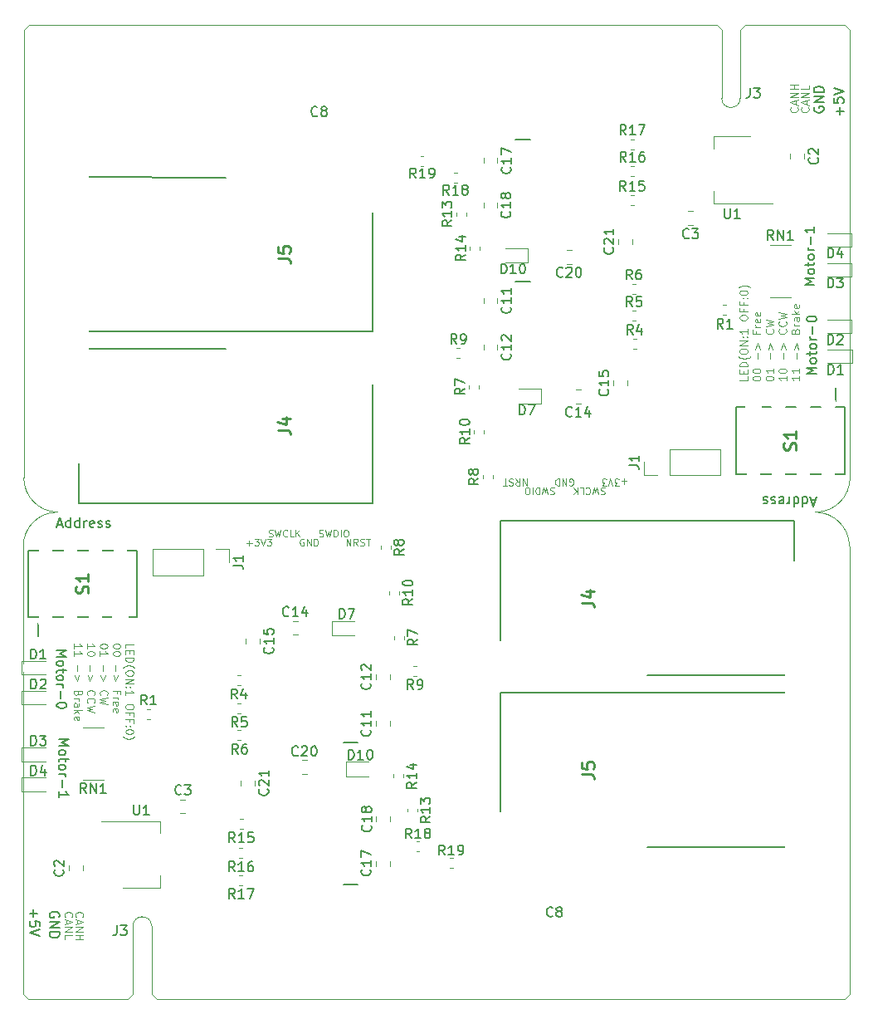
<source format=gto>
G04 #@! TF.GenerationSoftware,KiCad,Pcbnew,(5.1.5)-3*
G04 #@! TF.CreationDate,2020-02-01T14:08:17+09:00*
G04 #@! TF.ProjectId,CAN_Dual_MDexpress,43414e5f-4475-4616-9c5f-4d4465787072,rev?*
G04 #@! TF.SameCoordinates,Original*
G04 #@! TF.FileFunction,Legend,Top*
G04 #@! TF.FilePolarity,Positive*
%FSLAX46Y46*%
G04 Gerber Fmt 4.6, Leading zero omitted, Abs format (unit mm)*
G04 Created by KiCad (PCBNEW (5.1.5)-3) date 2020-02-01 14:08:17*
%MOMM*%
%LPD*%
G04 APERTURE LIST*
%ADD10C,0.150000*%
%ADD11C,0.100000*%
%ADD12C,0.120000*%
%ADD13C,0.200000*%
%ADD14C,0.254000*%
%ADD15O,2.902000X1.602000*%
%ADD16C,5.202000*%
%ADD17R,1.802000X1.802000*%
%ADD18O,1.802000X1.802000*%
%ADD19R,1.002000X1.002000*%
%ADD20R,2.102000X3.902000*%
%ADD21R,2.102000X1.602000*%
%ADD22R,0.902000X1.702000*%
%ADD23R,0.802000X4.402000*%
%ADD24R,0.802000X3.302000*%
%ADD25R,1.702000X1.702000*%
%ADD26O,1.702000X1.702000*%
%ADD27R,3.102000X5.102000*%
%ADD28R,1.577000X0.552000*%
G04 APERTURE END LIST*
D10*
X198636428Y-49497714D02*
X198636428Y-48735809D01*
X199017380Y-49116761D02*
X198255476Y-49116761D01*
X198017380Y-47783428D02*
X198017380Y-48259619D01*
X198493571Y-48307238D01*
X198445952Y-48259619D01*
X198398333Y-48164380D01*
X198398333Y-47926285D01*
X198445952Y-47831047D01*
X198493571Y-47783428D01*
X198588809Y-47735809D01*
X198826904Y-47735809D01*
X198922142Y-47783428D01*
X198969761Y-47831047D01*
X199017380Y-47926285D01*
X199017380Y-48164380D01*
X198969761Y-48259619D01*
X198922142Y-48307238D01*
X198017380Y-47450095D02*
X199017380Y-47116761D01*
X198017380Y-46783428D01*
D11*
X171068533Y-87254800D02*
X171135200Y-87288133D01*
X171235200Y-87288133D01*
X171335200Y-87254800D01*
X171401866Y-87188133D01*
X171435200Y-87121466D01*
X171468533Y-86988133D01*
X171468533Y-86888133D01*
X171435200Y-86754800D01*
X171401866Y-86688133D01*
X171335200Y-86621466D01*
X171235200Y-86588133D01*
X171168533Y-86588133D01*
X171068533Y-86621466D01*
X171035200Y-86654800D01*
X171035200Y-86888133D01*
X171168533Y-86888133D01*
X170735200Y-86588133D02*
X170735200Y-87288133D01*
X170335200Y-86588133D01*
X170335200Y-87288133D01*
X170001866Y-86588133D02*
X170001866Y-87288133D01*
X169835200Y-87288133D01*
X169735200Y-87254800D01*
X169668533Y-87188133D01*
X169635200Y-87121466D01*
X169601866Y-86988133D01*
X169601866Y-86888133D01*
X169635200Y-86754800D01*
X169668533Y-86688133D01*
X169735200Y-86621466D01*
X169835200Y-86588133D01*
X170001866Y-86588133D01*
X176883333Y-86854800D02*
X176350000Y-86854800D01*
X176616666Y-86588133D02*
X176616666Y-87121466D01*
X176083333Y-87288133D02*
X175650000Y-87288133D01*
X175883333Y-87021466D01*
X175783333Y-87021466D01*
X175716666Y-86988133D01*
X175683333Y-86954800D01*
X175650000Y-86888133D01*
X175650000Y-86721466D01*
X175683333Y-86654800D01*
X175716666Y-86621466D01*
X175783333Y-86588133D01*
X175983333Y-86588133D01*
X176050000Y-86621466D01*
X176083333Y-86654800D01*
X175450000Y-87288133D02*
X175216666Y-86588133D01*
X174983333Y-87288133D01*
X174816666Y-87288133D02*
X174383333Y-87288133D01*
X174616666Y-87021466D01*
X174516666Y-87021466D01*
X174450000Y-86988133D01*
X174416666Y-86954800D01*
X174383333Y-86888133D01*
X174383333Y-86721466D01*
X174416666Y-86654800D01*
X174450000Y-86621466D01*
X174516666Y-86588133D01*
X174716666Y-86588133D01*
X174783333Y-86621466D01*
X174816666Y-86654800D01*
D10*
X196033000Y-48694504D02*
X195985380Y-48789742D01*
X195985380Y-48932600D01*
X196033000Y-49075457D01*
X196128238Y-49170695D01*
X196223476Y-49218314D01*
X196413952Y-49265933D01*
X196556809Y-49265933D01*
X196747285Y-49218314D01*
X196842523Y-49170695D01*
X196937761Y-49075457D01*
X196985380Y-48932600D01*
X196985380Y-48837361D01*
X196937761Y-48694504D01*
X196890142Y-48646885D01*
X196556809Y-48646885D01*
X196556809Y-48837361D01*
X196985380Y-48218314D02*
X195985380Y-48218314D01*
X196985380Y-47646885D01*
X195985380Y-47646885D01*
X196985380Y-47170695D02*
X195985380Y-47170695D01*
X195985380Y-46932600D01*
X196033000Y-46789742D01*
X196128238Y-46694504D01*
X196223476Y-46646885D01*
X196413952Y-46599266D01*
X196556809Y-46599266D01*
X196747285Y-46646885D01*
X196842523Y-46694504D01*
X196937761Y-46789742D01*
X196985380Y-46932600D01*
X196985380Y-47170695D01*
D11*
X174633333Y-87516666D02*
X174533333Y-87483333D01*
X174366666Y-87483333D01*
X174300000Y-87516666D01*
X174266666Y-87550000D01*
X174233333Y-87616666D01*
X174233333Y-87683333D01*
X174266666Y-87750000D01*
X174300000Y-87783333D01*
X174366666Y-87816666D01*
X174500000Y-87850000D01*
X174566666Y-87883333D01*
X174600000Y-87916666D01*
X174633333Y-87983333D01*
X174633333Y-88050000D01*
X174600000Y-88116666D01*
X174566666Y-88150000D01*
X174500000Y-88183333D01*
X174333333Y-88183333D01*
X174233333Y-88150000D01*
X174000000Y-88183333D02*
X173833333Y-87483333D01*
X173700000Y-87983333D01*
X173566666Y-87483333D01*
X173400000Y-88183333D01*
X172733333Y-87550000D02*
X172766666Y-87516666D01*
X172866666Y-87483333D01*
X172933333Y-87483333D01*
X173033333Y-87516666D01*
X173100000Y-87583333D01*
X173133333Y-87650000D01*
X173166666Y-87783333D01*
X173166666Y-87883333D01*
X173133333Y-88016666D01*
X173100000Y-88083333D01*
X173033333Y-88150000D01*
X172933333Y-88183333D01*
X172866666Y-88183333D01*
X172766666Y-88150000D01*
X172733333Y-88116666D01*
X172100000Y-87483333D02*
X172433333Y-87483333D01*
X172433333Y-88183333D01*
X171866666Y-87483333D02*
X171866666Y-88183333D01*
X171466666Y-87483333D02*
X171766666Y-87883333D01*
X171466666Y-88183333D02*
X171866666Y-87783333D01*
X166685200Y-86588133D02*
X166685200Y-87288133D01*
X166285200Y-86588133D01*
X166285200Y-87288133D01*
X165551866Y-86588133D02*
X165785200Y-86921466D01*
X165951866Y-86588133D02*
X165951866Y-87288133D01*
X165685200Y-87288133D01*
X165618533Y-87254800D01*
X165585200Y-87221466D01*
X165551866Y-87154800D01*
X165551866Y-87054800D01*
X165585200Y-86988133D01*
X165618533Y-86954800D01*
X165685200Y-86921466D01*
X165951866Y-86921466D01*
X165285200Y-86621466D02*
X165185200Y-86588133D01*
X165018533Y-86588133D01*
X164951866Y-86621466D01*
X164918533Y-86654800D01*
X164885200Y-86721466D01*
X164885200Y-86788133D01*
X164918533Y-86854800D01*
X164951866Y-86888133D01*
X165018533Y-86921466D01*
X165151866Y-86954800D01*
X165218533Y-86988133D01*
X165251866Y-87021466D01*
X165285200Y-87088133D01*
X165285200Y-87154800D01*
X165251866Y-87221466D01*
X165218533Y-87254800D01*
X165151866Y-87288133D01*
X164985200Y-87288133D01*
X164885200Y-87254800D01*
X164685200Y-87288133D02*
X164285200Y-87288133D01*
X164485200Y-86588133D02*
X164485200Y-87288133D01*
D12*
X194285714Y-48733333D02*
X194323809Y-48771428D01*
X194361904Y-48885714D01*
X194361904Y-48961904D01*
X194323809Y-49076190D01*
X194247619Y-49152380D01*
X194171428Y-49190476D01*
X194019047Y-49228571D01*
X193904761Y-49228571D01*
X193752380Y-49190476D01*
X193676190Y-49152380D01*
X193600000Y-49076190D01*
X193561904Y-48961904D01*
X193561904Y-48885714D01*
X193600000Y-48771428D01*
X193638095Y-48733333D01*
X194133333Y-48428571D02*
X194133333Y-48047619D01*
X194361904Y-48504761D02*
X193561904Y-48238095D01*
X194361904Y-47971428D01*
X194361904Y-47704761D02*
X193561904Y-47704761D01*
X194361904Y-47247619D01*
X193561904Y-47247619D01*
X194361904Y-46866666D02*
X193561904Y-46866666D01*
X193942857Y-46866666D02*
X193942857Y-46409523D01*
X194361904Y-46409523D02*
X193561904Y-46409523D01*
D10*
X196052380Y-66828571D02*
X195052380Y-66828571D01*
X195766666Y-66495238D01*
X195052380Y-66161904D01*
X196052380Y-66161904D01*
X196052380Y-65542857D02*
X196004761Y-65638095D01*
X195957142Y-65685714D01*
X195861904Y-65733333D01*
X195576190Y-65733333D01*
X195480952Y-65685714D01*
X195433333Y-65638095D01*
X195385714Y-65542857D01*
X195385714Y-65400000D01*
X195433333Y-65304761D01*
X195480952Y-65257142D01*
X195576190Y-65209523D01*
X195861904Y-65209523D01*
X195957142Y-65257142D01*
X196004761Y-65304761D01*
X196052380Y-65400000D01*
X196052380Y-65542857D01*
X195385714Y-64923809D02*
X195385714Y-64542857D01*
X195052380Y-64780952D02*
X195909523Y-64780952D01*
X196004761Y-64733333D01*
X196052380Y-64638095D01*
X196052380Y-64542857D01*
X196052380Y-64066666D02*
X196004761Y-64161904D01*
X195957142Y-64209523D01*
X195861904Y-64257142D01*
X195576190Y-64257142D01*
X195480952Y-64209523D01*
X195433333Y-64161904D01*
X195385714Y-64066666D01*
X195385714Y-63923809D01*
X195433333Y-63828571D01*
X195480952Y-63780952D01*
X195576190Y-63733333D01*
X195861904Y-63733333D01*
X195957142Y-63780952D01*
X196004761Y-63828571D01*
X196052380Y-63923809D01*
X196052380Y-64066666D01*
X196052380Y-63304761D02*
X195385714Y-63304761D01*
X195576190Y-63304761D02*
X195480952Y-63257142D01*
X195433333Y-63209523D01*
X195385714Y-63114285D01*
X195385714Y-63019047D01*
X195671428Y-62685714D02*
X195671428Y-61923809D01*
X196052380Y-60923809D02*
X196052380Y-61495238D01*
X196052380Y-61209523D02*
X195052380Y-61209523D01*
X195195238Y-61304761D01*
X195290476Y-61400000D01*
X195338095Y-61495238D01*
X196252380Y-75928571D02*
X195252380Y-75928571D01*
X195966666Y-75595238D01*
X195252380Y-75261904D01*
X196252380Y-75261904D01*
X196252380Y-74642857D02*
X196204761Y-74738095D01*
X196157142Y-74785714D01*
X196061904Y-74833333D01*
X195776190Y-74833333D01*
X195680952Y-74785714D01*
X195633333Y-74738095D01*
X195585714Y-74642857D01*
X195585714Y-74500000D01*
X195633333Y-74404761D01*
X195680952Y-74357142D01*
X195776190Y-74309523D01*
X196061904Y-74309523D01*
X196157142Y-74357142D01*
X196204761Y-74404761D01*
X196252380Y-74500000D01*
X196252380Y-74642857D01*
X195585714Y-74023809D02*
X195585714Y-73642857D01*
X195252380Y-73880952D02*
X196109523Y-73880952D01*
X196204761Y-73833333D01*
X196252380Y-73738095D01*
X196252380Y-73642857D01*
X196252380Y-73166666D02*
X196204761Y-73261904D01*
X196157142Y-73309523D01*
X196061904Y-73357142D01*
X195776190Y-73357142D01*
X195680952Y-73309523D01*
X195633333Y-73261904D01*
X195585714Y-73166666D01*
X195585714Y-73023809D01*
X195633333Y-72928571D01*
X195680952Y-72880952D01*
X195776190Y-72833333D01*
X196061904Y-72833333D01*
X196157142Y-72880952D01*
X196204761Y-72928571D01*
X196252380Y-73023809D01*
X196252380Y-73166666D01*
X196252380Y-72404761D02*
X195585714Y-72404761D01*
X195776190Y-72404761D02*
X195680952Y-72357142D01*
X195633333Y-72309523D01*
X195585714Y-72214285D01*
X195585714Y-72119047D01*
X195871428Y-71785714D02*
X195871428Y-71023809D01*
X195252380Y-70357142D02*
X195252380Y-70261904D01*
X195300000Y-70166666D01*
X195347619Y-70119047D01*
X195442857Y-70071428D01*
X195633333Y-70023809D01*
X195871428Y-70023809D01*
X196061904Y-70071428D01*
X196157142Y-70119047D01*
X196204761Y-70166666D01*
X196252380Y-70261904D01*
X196252380Y-70357142D01*
X196204761Y-70452380D01*
X196157142Y-70500000D01*
X196061904Y-70547619D01*
X195871428Y-70595238D01*
X195633333Y-70595238D01*
X195442857Y-70547619D01*
X195347619Y-70500000D01*
X195300000Y-70452380D01*
X195252380Y-70357142D01*
D12*
X195385714Y-48738095D02*
X195423809Y-48776190D01*
X195461904Y-48890476D01*
X195461904Y-48966666D01*
X195423809Y-49080952D01*
X195347619Y-49157142D01*
X195271428Y-49195238D01*
X195119047Y-49233333D01*
X195004761Y-49233333D01*
X194852380Y-49195238D01*
X194776190Y-49157142D01*
X194700000Y-49080952D01*
X194661904Y-48966666D01*
X194661904Y-48890476D01*
X194700000Y-48776190D01*
X194738095Y-48738095D01*
X195233333Y-48433333D02*
X195233333Y-48052380D01*
X195461904Y-48509523D02*
X194661904Y-48242857D01*
X195461904Y-47976190D01*
X195461904Y-47709523D02*
X194661904Y-47709523D01*
X195461904Y-47252380D01*
X194661904Y-47252380D01*
X195461904Y-46490476D02*
X195461904Y-46871428D01*
X194661904Y-46871428D01*
D11*
X169483333Y-87516666D02*
X169383333Y-87483333D01*
X169216666Y-87483333D01*
X169150000Y-87516666D01*
X169116666Y-87550000D01*
X169083333Y-87616666D01*
X169083333Y-87683333D01*
X169116666Y-87750000D01*
X169150000Y-87783333D01*
X169216666Y-87816666D01*
X169350000Y-87850000D01*
X169416666Y-87883333D01*
X169450000Y-87916666D01*
X169483333Y-87983333D01*
X169483333Y-88050000D01*
X169450000Y-88116666D01*
X169416666Y-88150000D01*
X169350000Y-88183333D01*
X169183333Y-88183333D01*
X169083333Y-88150000D01*
X168850000Y-88183333D02*
X168683333Y-87483333D01*
X168550000Y-87983333D01*
X168416666Y-87483333D01*
X168250000Y-88183333D01*
X167983333Y-87483333D02*
X167983333Y-88183333D01*
X167816666Y-88183333D01*
X167716666Y-88150000D01*
X167650000Y-88083333D01*
X167616666Y-88016666D01*
X167583333Y-87883333D01*
X167583333Y-87783333D01*
X167616666Y-87650000D01*
X167650000Y-87583333D01*
X167716666Y-87516666D01*
X167816666Y-87483333D01*
X167983333Y-87483333D01*
X167283333Y-87483333D02*
X167283333Y-88183333D01*
X166816666Y-88183333D02*
X166683333Y-88183333D01*
X166616666Y-88150000D01*
X166550000Y-88083333D01*
X166516666Y-87950000D01*
X166516666Y-87716666D01*
X166550000Y-87583333D01*
X166616666Y-87516666D01*
X166683333Y-87483333D01*
X166816666Y-87483333D01*
X166883333Y-87516666D01*
X166950000Y-87583333D01*
X166983333Y-87716666D01*
X166983333Y-87950000D01*
X166950000Y-88083333D01*
X166883333Y-88150000D01*
X166816666Y-88183333D01*
D10*
X196190476Y-88733333D02*
X195714285Y-88733333D01*
X196285714Y-88447619D02*
X195952380Y-89447619D01*
X195619047Y-88447619D01*
X194857142Y-88447619D02*
X194857142Y-89447619D01*
X194857142Y-88495238D02*
X194952380Y-88447619D01*
X195142857Y-88447619D01*
X195238095Y-88495238D01*
X195285714Y-88542857D01*
X195333333Y-88638095D01*
X195333333Y-88923809D01*
X195285714Y-89019047D01*
X195238095Y-89066666D01*
X195142857Y-89114285D01*
X194952380Y-89114285D01*
X194857142Y-89066666D01*
X193952380Y-88447619D02*
X193952380Y-89447619D01*
X193952380Y-88495238D02*
X194047619Y-88447619D01*
X194238095Y-88447619D01*
X194333333Y-88495238D01*
X194380952Y-88542857D01*
X194428571Y-88638095D01*
X194428571Y-88923809D01*
X194380952Y-89019047D01*
X194333333Y-89066666D01*
X194238095Y-89114285D01*
X194047619Y-89114285D01*
X193952380Y-89066666D01*
X193476190Y-88447619D02*
X193476190Y-89114285D01*
X193476190Y-88923809D02*
X193428571Y-89019047D01*
X193380952Y-89066666D01*
X193285714Y-89114285D01*
X193190476Y-89114285D01*
X192476190Y-88495238D02*
X192571428Y-88447619D01*
X192761904Y-88447619D01*
X192857142Y-88495238D01*
X192904761Y-88590476D01*
X192904761Y-88971428D01*
X192857142Y-89066666D01*
X192761904Y-89114285D01*
X192571428Y-89114285D01*
X192476190Y-89066666D01*
X192428571Y-88971428D01*
X192428571Y-88876190D01*
X192904761Y-88780952D01*
X192047619Y-88495238D02*
X191952380Y-88447619D01*
X191761904Y-88447619D01*
X191666666Y-88495238D01*
X191619047Y-88590476D01*
X191619047Y-88638095D01*
X191666666Y-88733333D01*
X191761904Y-88780952D01*
X191904761Y-88780952D01*
X192000000Y-88828571D01*
X192047619Y-88923809D01*
X192047619Y-88971428D01*
X192000000Y-89066666D01*
X191904761Y-89114285D01*
X191761904Y-89114285D01*
X191666666Y-89066666D01*
X191238095Y-88495238D02*
X191142857Y-88447619D01*
X190952380Y-88447619D01*
X190857142Y-88495238D01*
X190809523Y-88590476D01*
X190809523Y-88638095D01*
X190857142Y-88733333D01*
X190952380Y-88780952D01*
X191095238Y-88780952D01*
X191190476Y-88828571D01*
X191238095Y-88923809D01*
X191238095Y-88971428D01*
X191190476Y-89066666D01*
X191095238Y-89114285D01*
X190952380Y-89114285D01*
X190857142Y-89066666D01*
D12*
X189221904Y-76150571D02*
X189221904Y-76531523D01*
X188421904Y-76531523D01*
X188802857Y-75883904D02*
X188802857Y-75617238D01*
X189221904Y-75502952D02*
X189221904Y-75883904D01*
X188421904Y-75883904D01*
X188421904Y-75502952D01*
X189221904Y-75160095D02*
X188421904Y-75160095D01*
X188421904Y-74969619D01*
X188460000Y-74855333D01*
X188536190Y-74779142D01*
X188612380Y-74741047D01*
X188764761Y-74702952D01*
X188879047Y-74702952D01*
X189031428Y-74741047D01*
X189107619Y-74779142D01*
X189183809Y-74855333D01*
X189221904Y-74969619D01*
X189221904Y-75160095D01*
X189526666Y-74131523D02*
X189488571Y-74169619D01*
X189374285Y-74245809D01*
X189298095Y-74283904D01*
X189183809Y-74322000D01*
X188993333Y-74360095D01*
X188840952Y-74360095D01*
X188650476Y-74322000D01*
X188536190Y-74283904D01*
X188460000Y-74245809D01*
X188345714Y-74169619D01*
X188307619Y-74131523D01*
X188421904Y-73674380D02*
X188421904Y-73522000D01*
X188460000Y-73445809D01*
X188536190Y-73369619D01*
X188688571Y-73331523D01*
X188955238Y-73331523D01*
X189107619Y-73369619D01*
X189183809Y-73445809D01*
X189221904Y-73522000D01*
X189221904Y-73674380D01*
X189183809Y-73750571D01*
X189107619Y-73826761D01*
X188955238Y-73864857D01*
X188688571Y-73864857D01*
X188536190Y-73826761D01*
X188460000Y-73750571D01*
X188421904Y-73674380D01*
X189221904Y-72988666D02*
X188421904Y-72988666D01*
X189221904Y-72531523D01*
X188421904Y-72531523D01*
X189145714Y-72150571D02*
X189183809Y-72112476D01*
X189221904Y-72150571D01*
X189183809Y-72188666D01*
X189145714Y-72150571D01*
X189221904Y-72150571D01*
X188726666Y-72150571D02*
X188764761Y-72112476D01*
X188802857Y-72150571D01*
X188764761Y-72188666D01*
X188726666Y-72150571D01*
X188802857Y-72150571D01*
X189221904Y-71350571D02*
X189221904Y-71807714D01*
X189221904Y-71579142D02*
X188421904Y-71579142D01*
X188536190Y-71655333D01*
X188612380Y-71731523D01*
X188650476Y-71807714D01*
X188421904Y-70245809D02*
X188421904Y-70093428D01*
X188460000Y-70017238D01*
X188536190Y-69941047D01*
X188688571Y-69902952D01*
X188955238Y-69902952D01*
X189107619Y-69941047D01*
X189183809Y-70017238D01*
X189221904Y-70093428D01*
X189221904Y-70245809D01*
X189183809Y-70322000D01*
X189107619Y-70398190D01*
X188955238Y-70436285D01*
X188688571Y-70436285D01*
X188536190Y-70398190D01*
X188460000Y-70322000D01*
X188421904Y-70245809D01*
X188802857Y-69293428D02*
X188802857Y-69560095D01*
X189221904Y-69560095D02*
X188421904Y-69560095D01*
X188421904Y-69179142D01*
X188802857Y-68607714D02*
X188802857Y-68874380D01*
X189221904Y-68874380D02*
X188421904Y-68874380D01*
X188421904Y-68493428D01*
X189145714Y-68188666D02*
X189183809Y-68150571D01*
X189221904Y-68188666D01*
X189183809Y-68226761D01*
X189145714Y-68188666D01*
X189221904Y-68188666D01*
X188726666Y-68188666D02*
X188764761Y-68150571D01*
X188802857Y-68188666D01*
X188764761Y-68226761D01*
X188726666Y-68188666D01*
X188802857Y-68188666D01*
X188421904Y-67655333D02*
X188421904Y-67579142D01*
X188460000Y-67502952D01*
X188498095Y-67464857D01*
X188574285Y-67426761D01*
X188726666Y-67388666D01*
X188917142Y-67388666D01*
X189069523Y-67426761D01*
X189145714Y-67464857D01*
X189183809Y-67502952D01*
X189221904Y-67579142D01*
X189221904Y-67655333D01*
X189183809Y-67731523D01*
X189145714Y-67769619D01*
X189069523Y-67807714D01*
X188917142Y-67845809D01*
X188726666Y-67845809D01*
X188574285Y-67807714D01*
X188498095Y-67769619D01*
X188460000Y-67731523D01*
X188421904Y-67655333D01*
X189526666Y-67122000D02*
X189488571Y-67083904D01*
X189374285Y-67007714D01*
X189298095Y-66969619D01*
X189183809Y-66931523D01*
X188993333Y-66893428D01*
X188840952Y-66893428D01*
X188650476Y-66931523D01*
X188536190Y-66969619D01*
X188460000Y-67007714D01*
X188345714Y-67083904D01*
X188307619Y-67122000D01*
X189741904Y-76379142D02*
X189741904Y-76302952D01*
X189780000Y-76226761D01*
X189818095Y-76188666D01*
X189894285Y-76150571D01*
X190046666Y-76112476D01*
X190237142Y-76112476D01*
X190389523Y-76150571D01*
X190465714Y-76188666D01*
X190503809Y-76226761D01*
X190541904Y-76302952D01*
X190541904Y-76379142D01*
X190503809Y-76455333D01*
X190465714Y-76493428D01*
X190389523Y-76531523D01*
X190237142Y-76569619D01*
X190046666Y-76569619D01*
X189894285Y-76531523D01*
X189818095Y-76493428D01*
X189780000Y-76455333D01*
X189741904Y-76379142D01*
X189741904Y-75617238D02*
X189741904Y-75541047D01*
X189780000Y-75464857D01*
X189818095Y-75426761D01*
X189894285Y-75388666D01*
X190046666Y-75350571D01*
X190237142Y-75350571D01*
X190389523Y-75388666D01*
X190465714Y-75426761D01*
X190503809Y-75464857D01*
X190541904Y-75541047D01*
X190541904Y-75617238D01*
X190503809Y-75693428D01*
X190465714Y-75731523D01*
X190389523Y-75769619D01*
X190237142Y-75807714D01*
X190046666Y-75807714D01*
X189894285Y-75769619D01*
X189818095Y-75731523D01*
X189780000Y-75693428D01*
X189741904Y-75617238D01*
X190237142Y-74398190D02*
X190237142Y-73788666D01*
X190008571Y-73407714D02*
X190237142Y-72798190D01*
X190465714Y-73407714D01*
X190122857Y-71541047D02*
X190122857Y-71807714D01*
X190541904Y-71807714D02*
X189741904Y-71807714D01*
X189741904Y-71426761D01*
X190541904Y-71122000D02*
X190008571Y-71122000D01*
X190160952Y-71122000D02*
X190084761Y-71083904D01*
X190046666Y-71045809D01*
X190008571Y-70969619D01*
X190008571Y-70893428D01*
X190503809Y-70322000D02*
X190541904Y-70398190D01*
X190541904Y-70550571D01*
X190503809Y-70626761D01*
X190427619Y-70664857D01*
X190122857Y-70664857D01*
X190046666Y-70626761D01*
X190008571Y-70550571D01*
X190008571Y-70398190D01*
X190046666Y-70322000D01*
X190122857Y-70283904D01*
X190199047Y-70283904D01*
X190275238Y-70664857D01*
X190503809Y-69636285D02*
X190541904Y-69712476D01*
X190541904Y-69864857D01*
X190503809Y-69941047D01*
X190427619Y-69979142D01*
X190122857Y-69979142D01*
X190046666Y-69941047D01*
X190008571Y-69864857D01*
X190008571Y-69712476D01*
X190046666Y-69636285D01*
X190122857Y-69598190D01*
X190199047Y-69598190D01*
X190275238Y-69979142D01*
X191061904Y-76379142D02*
X191061904Y-76302952D01*
X191100000Y-76226761D01*
X191138095Y-76188666D01*
X191214285Y-76150571D01*
X191366666Y-76112476D01*
X191557142Y-76112476D01*
X191709523Y-76150571D01*
X191785714Y-76188666D01*
X191823809Y-76226761D01*
X191861904Y-76302952D01*
X191861904Y-76379142D01*
X191823809Y-76455333D01*
X191785714Y-76493428D01*
X191709523Y-76531523D01*
X191557142Y-76569619D01*
X191366666Y-76569619D01*
X191214285Y-76531523D01*
X191138095Y-76493428D01*
X191100000Y-76455333D01*
X191061904Y-76379142D01*
X191861904Y-75350571D02*
X191861904Y-75807714D01*
X191861904Y-75579142D02*
X191061904Y-75579142D01*
X191176190Y-75655333D01*
X191252380Y-75731523D01*
X191290476Y-75807714D01*
X191557142Y-74398190D02*
X191557142Y-73788666D01*
X191328571Y-73407714D02*
X191557142Y-72798190D01*
X191785714Y-73407714D01*
X191785714Y-71350571D02*
X191823809Y-71388666D01*
X191861904Y-71502952D01*
X191861904Y-71579142D01*
X191823809Y-71693428D01*
X191747619Y-71769619D01*
X191671428Y-71807714D01*
X191519047Y-71845809D01*
X191404761Y-71845809D01*
X191252380Y-71807714D01*
X191176190Y-71769619D01*
X191100000Y-71693428D01*
X191061904Y-71579142D01*
X191061904Y-71502952D01*
X191100000Y-71388666D01*
X191138095Y-71350571D01*
X191061904Y-71083904D02*
X191861904Y-70893428D01*
X191290476Y-70741047D01*
X191861904Y-70588666D01*
X191061904Y-70398190D01*
X193181904Y-76112476D02*
X193181904Y-76569619D01*
X193181904Y-76341047D02*
X192381904Y-76341047D01*
X192496190Y-76417238D01*
X192572380Y-76493428D01*
X192610476Y-76569619D01*
X192381904Y-75617238D02*
X192381904Y-75541047D01*
X192420000Y-75464857D01*
X192458095Y-75426761D01*
X192534285Y-75388666D01*
X192686666Y-75350571D01*
X192877142Y-75350571D01*
X193029523Y-75388666D01*
X193105714Y-75426761D01*
X193143809Y-75464857D01*
X193181904Y-75541047D01*
X193181904Y-75617238D01*
X193143809Y-75693428D01*
X193105714Y-75731523D01*
X193029523Y-75769619D01*
X192877142Y-75807714D01*
X192686666Y-75807714D01*
X192534285Y-75769619D01*
X192458095Y-75731523D01*
X192420000Y-75693428D01*
X192381904Y-75617238D01*
X192877142Y-74398190D02*
X192877142Y-73788666D01*
X192648571Y-73407714D02*
X192877142Y-72798190D01*
X193105714Y-73407714D01*
X193105714Y-71350571D02*
X193143809Y-71388666D01*
X193181904Y-71502952D01*
X193181904Y-71579142D01*
X193143809Y-71693428D01*
X193067619Y-71769619D01*
X192991428Y-71807714D01*
X192839047Y-71845809D01*
X192724761Y-71845809D01*
X192572380Y-71807714D01*
X192496190Y-71769619D01*
X192420000Y-71693428D01*
X192381904Y-71579142D01*
X192381904Y-71502952D01*
X192420000Y-71388666D01*
X192458095Y-71350571D01*
X193105714Y-70550571D02*
X193143809Y-70588666D01*
X193181904Y-70702952D01*
X193181904Y-70779142D01*
X193143809Y-70893428D01*
X193067619Y-70969619D01*
X192991428Y-71007714D01*
X192839047Y-71045809D01*
X192724761Y-71045809D01*
X192572380Y-71007714D01*
X192496190Y-70969619D01*
X192420000Y-70893428D01*
X192381904Y-70779142D01*
X192381904Y-70702952D01*
X192420000Y-70588666D01*
X192458095Y-70550571D01*
X192381904Y-70283904D02*
X193181904Y-70093428D01*
X192610476Y-69941047D01*
X193181904Y-69788666D01*
X192381904Y-69598190D01*
X194501904Y-76112476D02*
X194501904Y-76569619D01*
X194501904Y-76341047D02*
X193701904Y-76341047D01*
X193816190Y-76417238D01*
X193892380Y-76493428D01*
X193930476Y-76569619D01*
X194501904Y-75350571D02*
X194501904Y-75807714D01*
X194501904Y-75579142D02*
X193701904Y-75579142D01*
X193816190Y-75655333D01*
X193892380Y-75731523D01*
X193930476Y-75807714D01*
X194197142Y-74398190D02*
X194197142Y-73788666D01*
X193968571Y-73407714D02*
X194197142Y-72798190D01*
X194425714Y-73407714D01*
X194082857Y-71541047D02*
X194120952Y-71426761D01*
X194159047Y-71388666D01*
X194235238Y-71350571D01*
X194349523Y-71350571D01*
X194425714Y-71388666D01*
X194463809Y-71426761D01*
X194501904Y-71502952D01*
X194501904Y-71807714D01*
X193701904Y-71807714D01*
X193701904Y-71541047D01*
X193740000Y-71464857D01*
X193778095Y-71426761D01*
X193854285Y-71388666D01*
X193930476Y-71388666D01*
X194006666Y-71426761D01*
X194044761Y-71464857D01*
X194082857Y-71541047D01*
X194082857Y-71807714D01*
X194501904Y-71007714D02*
X193968571Y-71007714D01*
X194120952Y-71007714D02*
X194044761Y-70969619D01*
X194006666Y-70931523D01*
X193968571Y-70855333D01*
X193968571Y-70779142D01*
X194501904Y-70169619D02*
X194082857Y-70169619D01*
X194006666Y-70207714D01*
X193968571Y-70283904D01*
X193968571Y-70436285D01*
X194006666Y-70512476D01*
X194463809Y-70169619D02*
X194501904Y-70245809D01*
X194501904Y-70436285D01*
X194463809Y-70512476D01*
X194387619Y-70550571D01*
X194311428Y-70550571D01*
X194235238Y-70512476D01*
X194197142Y-70436285D01*
X194197142Y-70245809D01*
X194159047Y-70169619D01*
X194501904Y-69788666D02*
X193701904Y-69788666D01*
X194197142Y-69712476D02*
X194501904Y-69483904D01*
X193968571Y-69483904D02*
X194273333Y-69788666D01*
X194463809Y-68836285D02*
X194501904Y-68912476D01*
X194501904Y-69064857D01*
X194463809Y-69141047D01*
X194387619Y-69179142D01*
X194082857Y-69179142D01*
X194006666Y-69141047D01*
X193968571Y-69064857D01*
X193968571Y-68912476D01*
X194006666Y-68836285D01*
X194082857Y-68798190D01*
X194159047Y-68798190D01*
X194235238Y-69179142D01*
D11*
X199680000Y-86500000D02*
G75*
G02X196180000Y-90000000I-3500000J0D01*
G01*
X115380000Y-86500000D02*
X115380000Y-48750000D01*
X199680000Y-86500000D02*
X199680000Y-48750000D01*
X118880000Y-90000000D02*
G75*
G02X115380000Y-86500000I0J3500000D01*
G01*
X199620000Y-93500000D02*
X199620000Y-131250000D01*
X115320000Y-93500000D02*
X115320000Y-131250000D01*
D10*
X116363571Y-130502285D02*
X116363571Y-131264190D01*
X115982619Y-130883238D02*
X116744523Y-130883238D01*
X116982619Y-132216571D02*
X116982619Y-131740380D01*
X116506428Y-131692761D01*
X116554047Y-131740380D01*
X116601666Y-131835619D01*
X116601666Y-132073714D01*
X116554047Y-132168952D01*
X116506428Y-132216571D01*
X116411190Y-132264190D01*
X116173095Y-132264190D01*
X116077857Y-132216571D01*
X116030238Y-132168952D01*
X115982619Y-132073714D01*
X115982619Y-131835619D01*
X116030238Y-131740380D01*
X116077857Y-131692761D01*
X116982619Y-132549904D02*
X115982619Y-132883238D01*
X116982619Y-133216571D01*
X118967000Y-131305495D02*
X119014619Y-131210257D01*
X119014619Y-131067400D01*
X118967000Y-130924542D01*
X118871761Y-130829304D01*
X118776523Y-130781685D01*
X118586047Y-130734066D01*
X118443190Y-130734066D01*
X118252714Y-130781685D01*
X118157476Y-130829304D01*
X118062238Y-130924542D01*
X118014619Y-131067400D01*
X118014619Y-131162638D01*
X118062238Y-131305495D01*
X118109857Y-131353114D01*
X118443190Y-131353114D01*
X118443190Y-131162638D01*
X118014619Y-131781685D02*
X119014619Y-131781685D01*
X118014619Y-132353114D01*
X119014619Y-132353114D01*
X118014619Y-132829304D02*
X119014619Y-132829304D01*
X119014619Y-133067400D01*
X118967000Y-133210257D01*
X118871761Y-133305495D01*
X118776523Y-133353114D01*
X118586047Y-133400733D01*
X118443190Y-133400733D01*
X118252714Y-133353114D01*
X118157476Y-133305495D01*
X118062238Y-133210257D01*
X118014619Y-133067400D01*
X118014619Y-132829304D01*
D11*
X138116666Y-93145200D02*
X138650000Y-93145200D01*
X138383333Y-93411866D02*
X138383333Y-92878533D01*
X138916666Y-92711866D02*
X139350000Y-92711866D01*
X139116666Y-92978533D01*
X139216666Y-92978533D01*
X139283333Y-93011866D01*
X139316666Y-93045200D01*
X139350000Y-93111866D01*
X139350000Y-93278533D01*
X139316666Y-93345200D01*
X139283333Y-93378533D01*
X139216666Y-93411866D01*
X139016666Y-93411866D01*
X138950000Y-93378533D01*
X138916666Y-93345200D01*
X139550000Y-92711866D02*
X139783333Y-93411866D01*
X140016666Y-92711866D01*
X140183333Y-92711866D02*
X140616666Y-92711866D01*
X140383333Y-92978533D01*
X140483333Y-92978533D01*
X140550000Y-93011866D01*
X140583333Y-93045200D01*
X140616666Y-93111866D01*
X140616666Y-93278533D01*
X140583333Y-93345200D01*
X140550000Y-93378533D01*
X140483333Y-93411866D01*
X140283333Y-93411866D01*
X140216666Y-93378533D01*
X140183333Y-93345200D01*
X143931466Y-92745200D02*
X143864800Y-92711866D01*
X143764800Y-92711866D01*
X143664800Y-92745200D01*
X143598133Y-92811866D01*
X143564800Y-92878533D01*
X143531466Y-93011866D01*
X143531466Y-93111866D01*
X143564800Y-93245200D01*
X143598133Y-93311866D01*
X143664800Y-93378533D01*
X143764800Y-93411866D01*
X143831466Y-93411866D01*
X143931466Y-93378533D01*
X143964800Y-93345200D01*
X143964800Y-93111866D01*
X143831466Y-93111866D01*
X144264800Y-93411866D02*
X144264800Y-92711866D01*
X144664800Y-93411866D01*
X144664800Y-92711866D01*
X144998133Y-93411866D02*
X144998133Y-92711866D01*
X145164800Y-92711866D01*
X145264800Y-92745200D01*
X145331466Y-92811866D01*
X145364800Y-92878533D01*
X145398133Y-93011866D01*
X145398133Y-93111866D01*
X145364800Y-93245200D01*
X145331466Y-93311866D01*
X145264800Y-93378533D01*
X145164800Y-93411866D01*
X144998133Y-93411866D01*
X140366666Y-92483333D02*
X140466666Y-92516666D01*
X140633333Y-92516666D01*
X140700000Y-92483333D01*
X140733333Y-92450000D01*
X140766666Y-92383333D01*
X140766666Y-92316666D01*
X140733333Y-92250000D01*
X140700000Y-92216666D01*
X140633333Y-92183333D01*
X140500000Y-92150000D01*
X140433333Y-92116666D01*
X140400000Y-92083333D01*
X140366666Y-92016666D01*
X140366666Y-91950000D01*
X140400000Y-91883333D01*
X140433333Y-91850000D01*
X140500000Y-91816666D01*
X140666666Y-91816666D01*
X140766666Y-91850000D01*
X141000000Y-91816666D02*
X141166666Y-92516666D01*
X141300000Y-92016666D01*
X141433333Y-92516666D01*
X141600000Y-91816666D01*
X142266666Y-92450000D02*
X142233333Y-92483333D01*
X142133333Y-92516666D01*
X142066666Y-92516666D01*
X141966666Y-92483333D01*
X141900000Y-92416666D01*
X141866666Y-92350000D01*
X141833333Y-92216666D01*
X141833333Y-92116666D01*
X141866666Y-91983333D01*
X141900000Y-91916666D01*
X141966666Y-91850000D01*
X142066666Y-91816666D01*
X142133333Y-91816666D01*
X142233333Y-91850000D01*
X142266666Y-91883333D01*
X142900000Y-92516666D02*
X142566666Y-92516666D01*
X142566666Y-91816666D01*
X143133333Y-92516666D02*
X143133333Y-91816666D01*
X143533333Y-92516666D02*
X143233333Y-92116666D01*
X143533333Y-91816666D02*
X143133333Y-92216666D01*
X145516666Y-92483333D02*
X145616666Y-92516666D01*
X145783333Y-92516666D01*
X145850000Y-92483333D01*
X145883333Y-92450000D01*
X145916666Y-92383333D01*
X145916666Y-92316666D01*
X145883333Y-92250000D01*
X145850000Y-92216666D01*
X145783333Y-92183333D01*
X145650000Y-92150000D01*
X145583333Y-92116666D01*
X145550000Y-92083333D01*
X145516666Y-92016666D01*
X145516666Y-91950000D01*
X145550000Y-91883333D01*
X145583333Y-91850000D01*
X145650000Y-91816666D01*
X145816666Y-91816666D01*
X145916666Y-91850000D01*
X146150000Y-91816666D02*
X146316666Y-92516666D01*
X146450000Y-92016666D01*
X146583333Y-92516666D01*
X146750000Y-91816666D01*
X147016666Y-92516666D02*
X147016666Y-91816666D01*
X147183333Y-91816666D01*
X147283333Y-91850000D01*
X147350000Y-91916666D01*
X147383333Y-91983333D01*
X147416666Y-92116666D01*
X147416666Y-92216666D01*
X147383333Y-92350000D01*
X147350000Y-92416666D01*
X147283333Y-92483333D01*
X147183333Y-92516666D01*
X147016666Y-92516666D01*
X147716666Y-92516666D02*
X147716666Y-91816666D01*
X148183333Y-91816666D02*
X148316666Y-91816666D01*
X148383333Y-91850000D01*
X148450000Y-91916666D01*
X148483333Y-92050000D01*
X148483333Y-92283333D01*
X148450000Y-92416666D01*
X148383333Y-92483333D01*
X148316666Y-92516666D01*
X148183333Y-92516666D01*
X148116666Y-92483333D01*
X148050000Y-92416666D01*
X148016666Y-92283333D01*
X148016666Y-92050000D01*
X148050000Y-91916666D01*
X148116666Y-91850000D01*
X148183333Y-91816666D01*
X148314800Y-93411866D02*
X148314800Y-92711866D01*
X148714800Y-93411866D01*
X148714800Y-92711866D01*
X149448133Y-93411866D02*
X149214800Y-93078533D01*
X149048133Y-93411866D02*
X149048133Y-92711866D01*
X149314800Y-92711866D01*
X149381466Y-92745200D01*
X149414800Y-92778533D01*
X149448133Y-92845200D01*
X149448133Y-92945200D01*
X149414800Y-93011866D01*
X149381466Y-93045200D01*
X149314800Y-93078533D01*
X149048133Y-93078533D01*
X149714800Y-93378533D02*
X149814800Y-93411866D01*
X149981466Y-93411866D01*
X150048133Y-93378533D01*
X150081466Y-93345200D01*
X150114800Y-93278533D01*
X150114800Y-93211866D01*
X150081466Y-93145200D01*
X150048133Y-93111866D01*
X149981466Y-93078533D01*
X149848133Y-93045200D01*
X149781466Y-93011866D01*
X149748133Y-92978533D01*
X149714800Y-92911866D01*
X149714800Y-92845200D01*
X149748133Y-92778533D01*
X149781466Y-92745200D01*
X149848133Y-92711866D01*
X150014800Y-92711866D01*
X150114800Y-92745200D01*
X150314800Y-92711866D02*
X150714800Y-92711866D01*
X150514800Y-93411866D02*
X150514800Y-92711866D01*
X196120000Y-90000000D02*
G75*
G02X199620000Y-93500000I0J-3500000D01*
G01*
X115320000Y-93500000D02*
G75*
G02X118820000Y-90000000I3500000J0D01*
G01*
D10*
X118747619Y-104071428D02*
X119747619Y-104071428D01*
X119033333Y-104404761D01*
X119747619Y-104738095D01*
X118747619Y-104738095D01*
X118747619Y-105357142D02*
X118795238Y-105261904D01*
X118842857Y-105214285D01*
X118938095Y-105166666D01*
X119223809Y-105166666D01*
X119319047Y-105214285D01*
X119366666Y-105261904D01*
X119414285Y-105357142D01*
X119414285Y-105500000D01*
X119366666Y-105595238D01*
X119319047Y-105642857D01*
X119223809Y-105690476D01*
X118938095Y-105690476D01*
X118842857Y-105642857D01*
X118795238Y-105595238D01*
X118747619Y-105500000D01*
X118747619Y-105357142D01*
X119414285Y-105976190D02*
X119414285Y-106357142D01*
X119747619Y-106119047D02*
X118890476Y-106119047D01*
X118795238Y-106166666D01*
X118747619Y-106261904D01*
X118747619Y-106357142D01*
X118747619Y-106833333D02*
X118795238Y-106738095D01*
X118842857Y-106690476D01*
X118938095Y-106642857D01*
X119223809Y-106642857D01*
X119319047Y-106690476D01*
X119366666Y-106738095D01*
X119414285Y-106833333D01*
X119414285Y-106976190D01*
X119366666Y-107071428D01*
X119319047Y-107119047D01*
X119223809Y-107166666D01*
X118938095Y-107166666D01*
X118842857Y-107119047D01*
X118795238Y-107071428D01*
X118747619Y-106976190D01*
X118747619Y-106833333D01*
X118747619Y-107595238D02*
X119414285Y-107595238D01*
X119223809Y-107595238D02*
X119319047Y-107642857D01*
X119366666Y-107690476D01*
X119414285Y-107785714D01*
X119414285Y-107880952D01*
X119128571Y-108214285D02*
X119128571Y-108976190D01*
X119747619Y-109642857D02*
X119747619Y-109738095D01*
X119700000Y-109833333D01*
X119652380Y-109880952D01*
X119557142Y-109928571D01*
X119366666Y-109976190D01*
X119128571Y-109976190D01*
X118938095Y-109928571D01*
X118842857Y-109880952D01*
X118795238Y-109833333D01*
X118747619Y-109738095D01*
X118747619Y-109642857D01*
X118795238Y-109547619D01*
X118842857Y-109500000D01*
X118938095Y-109452380D01*
X119128571Y-109404761D01*
X119366666Y-109404761D01*
X119557142Y-109452380D01*
X119652380Y-109500000D01*
X119700000Y-109547619D01*
X119747619Y-109642857D01*
D12*
X119614285Y-131261904D02*
X119576190Y-131223809D01*
X119538095Y-131109523D01*
X119538095Y-131033333D01*
X119576190Y-130919047D01*
X119652380Y-130842857D01*
X119728571Y-130804761D01*
X119880952Y-130766666D01*
X119995238Y-130766666D01*
X120147619Y-130804761D01*
X120223809Y-130842857D01*
X120300000Y-130919047D01*
X120338095Y-131033333D01*
X120338095Y-131109523D01*
X120300000Y-131223809D01*
X120261904Y-131261904D01*
X119766666Y-131566666D02*
X119766666Y-131947619D01*
X119538095Y-131490476D02*
X120338095Y-131757142D01*
X119538095Y-132023809D01*
X119538095Y-132290476D02*
X120338095Y-132290476D01*
X119538095Y-132747619D01*
X120338095Y-132747619D01*
X119538095Y-133509523D02*
X119538095Y-133128571D01*
X120338095Y-133128571D01*
X120714285Y-131266666D02*
X120676190Y-131228571D01*
X120638095Y-131114285D01*
X120638095Y-131038095D01*
X120676190Y-130923809D01*
X120752380Y-130847619D01*
X120828571Y-130809523D01*
X120980952Y-130771428D01*
X121095238Y-130771428D01*
X121247619Y-130809523D01*
X121323809Y-130847619D01*
X121400000Y-130923809D01*
X121438095Y-131038095D01*
X121438095Y-131114285D01*
X121400000Y-131228571D01*
X121361904Y-131266666D01*
X120866666Y-131571428D02*
X120866666Y-131952380D01*
X120638095Y-131495238D02*
X121438095Y-131761904D01*
X120638095Y-132028571D01*
X120638095Y-132295238D02*
X121438095Y-132295238D01*
X120638095Y-132752380D01*
X121438095Y-132752380D01*
X120638095Y-133133333D02*
X121438095Y-133133333D01*
X121057142Y-133133333D02*
X121057142Y-133590476D01*
X120638095Y-133590476D02*
X121438095Y-133590476D01*
D10*
X118947619Y-113171428D02*
X119947619Y-113171428D01*
X119233333Y-113504761D01*
X119947619Y-113838095D01*
X118947619Y-113838095D01*
X118947619Y-114457142D02*
X118995238Y-114361904D01*
X119042857Y-114314285D01*
X119138095Y-114266666D01*
X119423809Y-114266666D01*
X119519047Y-114314285D01*
X119566666Y-114361904D01*
X119614285Y-114457142D01*
X119614285Y-114600000D01*
X119566666Y-114695238D01*
X119519047Y-114742857D01*
X119423809Y-114790476D01*
X119138095Y-114790476D01*
X119042857Y-114742857D01*
X118995238Y-114695238D01*
X118947619Y-114600000D01*
X118947619Y-114457142D01*
X119614285Y-115076190D02*
X119614285Y-115457142D01*
X119947619Y-115219047D02*
X119090476Y-115219047D01*
X118995238Y-115266666D01*
X118947619Y-115361904D01*
X118947619Y-115457142D01*
X118947619Y-115933333D02*
X118995238Y-115838095D01*
X119042857Y-115790476D01*
X119138095Y-115742857D01*
X119423809Y-115742857D01*
X119519047Y-115790476D01*
X119566666Y-115838095D01*
X119614285Y-115933333D01*
X119614285Y-116076190D01*
X119566666Y-116171428D01*
X119519047Y-116219047D01*
X119423809Y-116266666D01*
X119138095Y-116266666D01*
X119042857Y-116219047D01*
X118995238Y-116171428D01*
X118947619Y-116076190D01*
X118947619Y-115933333D01*
X118947619Y-116695238D02*
X119614285Y-116695238D01*
X119423809Y-116695238D02*
X119519047Y-116742857D01*
X119566666Y-116790476D01*
X119614285Y-116885714D01*
X119614285Y-116980952D01*
X119328571Y-117314285D02*
X119328571Y-118076190D01*
X118947619Y-119076190D02*
X118947619Y-118504761D01*
X118947619Y-118790476D02*
X119947619Y-118790476D01*
X119804761Y-118695238D01*
X119709523Y-118600000D01*
X119661904Y-118504761D01*
D12*
X125778095Y-103849428D02*
X125778095Y-103468476D01*
X126578095Y-103468476D01*
X126197142Y-104116095D02*
X126197142Y-104382761D01*
X125778095Y-104497047D02*
X125778095Y-104116095D01*
X126578095Y-104116095D01*
X126578095Y-104497047D01*
X125778095Y-104839904D02*
X126578095Y-104839904D01*
X126578095Y-105030380D01*
X126540000Y-105144666D01*
X126463809Y-105220857D01*
X126387619Y-105258952D01*
X126235238Y-105297047D01*
X126120952Y-105297047D01*
X125968571Y-105258952D01*
X125892380Y-105220857D01*
X125816190Y-105144666D01*
X125778095Y-105030380D01*
X125778095Y-104839904D01*
X125473333Y-105868476D02*
X125511428Y-105830380D01*
X125625714Y-105754190D01*
X125701904Y-105716095D01*
X125816190Y-105678000D01*
X126006666Y-105639904D01*
X126159047Y-105639904D01*
X126349523Y-105678000D01*
X126463809Y-105716095D01*
X126540000Y-105754190D01*
X126654285Y-105830380D01*
X126692380Y-105868476D01*
X126578095Y-106325619D02*
X126578095Y-106478000D01*
X126540000Y-106554190D01*
X126463809Y-106630380D01*
X126311428Y-106668476D01*
X126044761Y-106668476D01*
X125892380Y-106630380D01*
X125816190Y-106554190D01*
X125778095Y-106478000D01*
X125778095Y-106325619D01*
X125816190Y-106249428D01*
X125892380Y-106173238D01*
X126044761Y-106135142D01*
X126311428Y-106135142D01*
X126463809Y-106173238D01*
X126540000Y-106249428D01*
X126578095Y-106325619D01*
X125778095Y-107011333D02*
X126578095Y-107011333D01*
X125778095Y-107468476D01*
X126578095Y-107468476D01*
X125854285Y-107849428D02*
X125816190Y-107887523D01*
X125778095Y-107849428D01*
X125816190Y-107811333D01*
X125854285Y-107849428D01*
X125778095Y-107849428D01*
X126273333Y-107849428D02*
X126235238Y-107887523D01*
X126197142Y-107849428D01*
X126235238Y-107811333D01*
X126273333Y-107849428D01*
X126197142Y-107849428D01*
X125778095Y-108649428D02*
X125778095Y-108192285D01*
X125778095Y-108420857D02*
X126578095Y-108420857D01*
X126463809Y-108344666D01*
X126387619Y-108268476D01*
X126349523Y-108192285D01*
X126578095Y-109754190D02*
X126578095Y-109906571D01*
X126540000Y-109982761D01*
X126463809Y-110058952D01*
X126311428Y-110097047D01*
X126044761Y-110097047D01*
X125892380Y-110058952D01*
X125816190Y-109982761D01*
X125778095Y-109906571D01*
X125778095Y-109754190D01*
X125816190Y-109678000D01*
X125892380Y-109601809D01*
X126044761Y-109563714D01*
X126311428Y-109563714D01*
X126463809Y-109601809D01*
X126540000Y-109678000D01*
X126578095Y-109754190D01*
X126197142Y-110706571D02*
X126197142Y-110439904D01*
X125778095Y-110439904D02*
X126578095Y-110439904D01*
X126578095Y-110820857D01*
X126197142Y-111392285D02*
X126197142Y-111125619D01*
X125778095Y-111125619D02*
X126578095Y-111125619D01*
X126578095Y-111506571D01*
X125854285Y-111811333D02*
X125816190Y-111849428D01*
X125778095Y-111811333D01*
X125816190Y-111773238D01*
X125854285Y-111811333D01*
X125778095Y-111811333D01*
X126273333Y-111811333D02*
X126235238Y-111849428D01*
X126197142Y-111811333D01*
X126235238Y-111773238D01*
X126273333Y-111811333D01*
X126197142Y-111811333D01*
X126578095Y-112344666D02*
X126578095Y-112420857D01*
X126540000Y-112497047D01*
X126501904Y-112535142D01*
X126425714Y-112573238D01*
X126273333Y-112611333D01*
X126082857Y-112611333D01*
X125930476Y-112573238D01*
X125854285Y-112535142D01*
X125816190Y-112497047D01*
X125778095Y-112420857D01*
X125778095Y-112344666D01*
X125816190Y-112268476D01*
X125854285Y-112230380D01*
X125930476Y-112192285D01*
X126082857Y-112154190D01*
X126273333Y-112154190D01*
X126425714Y-112192285D01*
X126501904Y-112230380D01*
X126540000Y-112268476D01*
X126578095Y-112344666D01*
X125473333Y-112878000D02*
X125511428Y-112916095D01*
X125625714Y-112992285D01*
X125701904Y-113030380D01*
X125816190Y-113068476D01*
X126006666Y-113106571D01*
X126159047Y-113106571D01*
X126349523Y-113068476D01*
X126463809Y-113030380D01*
X126540000Y-112992285D01*
X126654285Y-112916095D01*
X126692380Y-112878000D01*
X125258095Y-103620857D02*
X125258095Y-103697047D01*
X125220000Y-103773238D01*
X125181904Y-103811333D01*
X125105714Y-103849428D01*
X124953333Y-103887523D01*
X124762857Y-103887523D01*
X124610476Y-103849428D01*
X124534285Y-103811333D01*
X124496190Y-103773238D01*
X124458095Y-103697047D01*
X124458095Y-103620857D01*
X124496190Y-103544666D01*
X124534285Y-103506571D01*
X124610476Y-103468476D01*
X124762857Y-103430380D01*
X124953333Y-103430380D01*
X125105714Y-103468476D01*
X125181904Y-103506571D01*
X125220000Y-103544666D01*
X125258095Y-103620857D01*
X125258095Y-104382761D02*
X125258095Y-104458952D01*
X125220000Y-104535142D01*
X125181904Y-104573238D01*
X125105714Y-104611333D01*
X124953333Y-104649428D01*
X124762857Y-104649428D01*
X124610476Y-104611333D01*
X124534285Y-104573238D01*
X124496190Y-104535142D01*
X124458095Y-104458952D01*
X124458095Y-104382761D01*
X124496190Y-104306571D01*
X124534285Y-104268476D01*
X124610476Y-104230380D01*
X124762857Y-104192285D01*
X124953333Y-104192285D01*
X125105714Y-104230380D01*
X125181904Y-104268476D01*
X125220000Y-104306571D01*
X125258095Y-104382761D01*
X124762857Y-105601809D02*
X124762857Y-106211333D01*
X124991428Y-106592285D02*
X124762857Y-107201809D01*
X124534285Y-106592285D01*
X124877142Y-108458952D02*
X124877142Y-108192285D01*
X124458095Y-108192285D02*
X125258095Y-108192285D01*
X125258095Y-108573238D01*
X124458095Y-108878000D02*
X124991428Y-108878000D01*
X124839047Y-108878000D02*
X124915238Y-108916095D01*
X124953333Y-108954190D01*
X124991428Y-109030380D01*
X124991428Y-109106571D01*
X124496190Y-109678000D02*
X124458095Y-109601809D01*
X124458095Y-109449428D01*
X124496190Y-109373238D01*
X124572380Y-109335142D01*
X124877142Y-109335142D01*
X124953333Y-109373238D01*
X124991428Y-109449428D01*
X124991428Y-109601809D01*
X124953333Y-109678000D01*
X124877142Y-109716095D01*
X124800952Y-109716095D01*
X124724761Y-109335142D01*
X124496190Y-110363714D02*
X124458095Y-110287523D01*
X124458095Y-110135142D01*
X124496190Y-110058952D01*
X124572380Y-110020857D01*
X124877142Y-110020857D01*
X124953333Y-110058952D01*
X124991428Y-110135142D01*
X124991428Y-110287523D01*
X124953333Y-110363714D01*
X124877142Y-110401809D01*
X124800952Y-110401809D01*
X124724761Y-110020857D01*
X123938095Y-103620857D02*
X123938095Y-103697047D01*
X123900000Y-103773238D01*
X123861904Y-103811333D01*
X123785714Y-103849428D01*
X123633333Y-103887523D01*
X123442857Y-103887523D01*
X123290476Y-103849428D01*
X123214285Y-103811333D01*
X123176190Y-103773238D01*
X123138095Y-103697047D01*
X123138095Y-103620857D01*
X123176190Y-103544666D01*
X123214285Y-103506571D01*
X123290476Y-103468476D01*
X123442857Y-103430380D01*
X123633333Y-103430380D01*
X123785714Y-103468476D01*
X123861904Y-103506571D01*
X123900000Y-103544666D01*
X123938095Y-103620857D01*
X123138095Y-104649428D02*
X123138095Y-104192285D01*
X123138095Y-104420857D02*
X123938095Y-104420857D01*
X123823809Y-104344666D01*
X123747619Y-104268476D01*
X123709523Y-104192285D01*
X123442857Y-105601809D02*
X123442857Y-106211333D01*
X123671428Y-106592285D02*
X123442857Y-107201809D01*
X123214285Y-106592285D01*
X123214285Y-108649428D02*
X123176190Y-108611333D01*
X123138095Y-108497047D01*
X123138095Y-108420857D01*
X123176190Y-108306571D01*
X123252380Y-108230380D01*
X123328571Y-108192285D01*
X123480952Y-108154190D01*
X123595238Y-108154190D01*
X123747619Y-108192285D01*
X123823809Y-108230380D01*
X123900000Y-108306571D01*
X123938095Y-108420857D01*
X123938095Y-108497047D01*
X123900000Y-108611333D01*
X123861904Y-108649428D01*
X123938095Y-108916095D02*
X123138095Y-109106571D01*
X123709523Y-109258952D01*
X123138095Y-109411333D01*
X123938095Y-109601809D01*
X121818095Y-103887523D02*
X121818095Y-103430380D01*
X121818095Y-103658952D02*
X122618095Y-103658952D01*
X122503809Y-103582761D01*
X122427619Y-103506571D01*
X122389523Y-103430380D01*
X122618095Y-104382761D02*
X122618095Y-104458952D01*
X122580000Y-104535142D01*
X122541904Y-104573238D01*
X122465714Y-104611333D01*
X122313333Y-104649428D01*
X122122857Y-104649428D01*
X121970476Y-104611333D01*
X121894285Y-104573238D01*
X121856190Y-104535142D01*
X121818095Y-104458952D01*
X121818095Y-104382761D01*
X121856190Y-104306571D01*
X121894285Y-104268476D01*
X121970476Y-104230380D01*
X122122857Y-104192285D01*
X122313333Y-104192285D01*
X122465714Y-104230380D01*
X122541904Y-104268476D01*
X122580000Y-104306571D01*
X122618095Y-104382761D01*
X122122857Y-105601809D02*
X122122857Y-106211333D01*
X122351428Y-106592285D02*
X122122857Y-107201809D01*
X121894285Y-106592285D01*
X121894285Y-108649428D02*
X121856190Y-108611333D01*
X121818095Y-108497047D01*
X121818095Y-108420857D01*
X121856190Y-108306571D01*
X121932380Y-108230380D01*
X122008571Y-108192285D01*
X122160952Y-108154190D01*
X122275238Y-108154190D01*
X122427619Y-108192285D01*
X122503809Y-108230380D01*
X122580000Y-108306571D01*
X122618095Y-108420857D01*
X122618095Y-108497047D01*
X122580000Y-108611333D01*
X122541904Y-108649428D01*
X121894285Y-109449428D02*
X121856190Y-109411333D01*
X121818095Y-109297047D01*
X121818095Y-109220857D01*
X121856190Y-109106571D01*
X121932380Y-109030380D01*
X122008571Y-108992285D01*
X122160952Y-108954190D01*
X122275238Y-108954190D01*
X122427619Y-108992285D01*
X122503809Y-109030380D01*
X122580000Y-109106571D01*
X122618095Y-109220857D01*
X122618095Y-109297047D01*
X122580000Y-109411333D01*
X122541904Y-109449428D01*
X122618095Y-109716095D02*
X121818095Y-109906571D01*
X122389523Y-110058952D01*
X121818095Y-110211333D01*
X122618095Y-110401809D01*
X120498095Y-103887523D02*
X120498095Y-103430380D01*
X120498095Y-103658952D02*
X121298095Y-103658952D01*
X121183809Y-103582761D01*
X121107619Y-103506571D01*
X121069523Y-103430380D01*
X120498095Y-104649428D02*
X120498095Y-104192285D01*
X120498095Y-104420857D02*
X121298095Y-104420857D01*
X121183809Y-104344666D01*
X121107619Y-104268476D01*
X121069523Y-104192285D01*
X120802857Y-105601809D02*
X120802857Y-106211333D01*
X121031428Y-106592285D02*
X120802857Y-107201809D01*
X120574285Y-106592285D01*
X120917142Y-108458952D02*
X120879047Y-108573238D01*
X120840952Y-108611333D01*
X120764761Y-108649428D01*
X120650476Y-108649428D01*
X120574285Y-108611333D01*
X120536190Y-108573238D01*
X120498095Y-108497047D01*
X120498095Y-108192285D01*
X121298095Y-108192285D01*
X121298095Y-108458952D01*
X121260000Y-108535142D01*
X121221904Y-108573238D01*
X121145714Y-108611333D01*
X121069523Y-108611333D01*
X120993333Y-108573238D01*
X120955238Y-108535142D01*
X120917142Y-108458952D01*
X120917142Y-108192285D01*
X120498095Y-108992285D02*
X121031428Y-108992285D01*
X120879047Y-108992285D02*
X120955238Y-109030380D01*
X120993333Y-109068476D01*
X121031428Y-109144666D01*
X121031428Y-109220857D01*
X120498095Y-109830380D02*
X120917142Y-109830380D01*
X120993333Y-109792285D01*
X121031428Y-109716095D01*
X121031428Y-109563714D01*
X120993333Y-109487523D01*
X120536190Y-109830380D02*
X120498095Y-109754190D01*
X120498095Y-109563714D01*
X120536190Y-109487523D01*
X120612380Y-109449428D01*
X120688571Y-109449428D01*
X120764761Y-109487523D01*
X120802857Y-109563714D01*
X120802857Y-109754190D01*
X120840952Y-109830380D01*
X120498095Y-110211333D02*
X121298095Y-110211333D01*
X120802857Y-110287523D02*
X120498095Y-110516095D01*
X121031428Y-110516095D02*
X120726666Y-110211333D01*
X120536190Y-111163714D02*
X120498095Y-111087523D01*
X120498095Y-110935142D01*
X120536190Y-110858952D01*
X120612380Y-110820857D01*
X120917142Y-110820857D01*
X120993333Y-110858952D01*
X121031428Y-110935142D01*
X121031428Y-111087523D01*
X120993333Y-111163714D01*
X120917142Y-111201809D01*
X120840952Y-111201809D01*
X120764761Y-110820857D01*
D10*
X118809523Y-91266666D02*
X119285714Y-91266666D01*
X118714285Y-91552380D02*
X119047619Y-90552380D01*
X119380952Y-91552380D01*
X120142857Y-91552380D02*
X120142857Y-90552380D01*
X120142857Y-91504761D02*
X120047619Y-91552380D01*
X119857142Y-91552380D01*
X119761904Y-91504761D01*
X119714285Y-91457142D01*
X119666666Y-91361904D01*
X119666666Y-91076190D01*
X119714285Y-90980952D01*
X119761904Y-90933333D01*
X119857142Y-90885714D01*
X120047619Y-90885714D01*
X120142857Y-90933333D01*
X121047619Y-91552380D02*
X121047619Y-90552380D01*
X121047619Y-91504761D02*
X120952380Y-91552380D01*
X120761904Y-91552380D01*
X120666666Y-91504761D01*
X120619047Y-91457142D01*
X120571428Y-91361904D01*
X120571428Y-91076190D01*
X120619047Y-90980952D01*
X120666666Y-90933333D01*
X120761904Y-90885714D01*
X120952380Y-90885714D01*
X121047619Y-90933333D01*
X121523809Y-91552380D02*
X121523809Y-90885714D01*
X121523809Y-91076190D02*
X121571428Y-90980952D01*
X121619047Y-90933333D01*
X121714285Y-90885714D01*
X121809523Y-90885714D01*
X122523809Y-91504761D02*
X122428571Y-91552380D01*
X122238095Y-91552380D01*
X122142857Y-91504761D01*
X122095238Y-91409523D01*
X122095238Y-91028571D01*
X122142857Y-90933333D01*
X122238095Y-90885714D01*
X122428571Y-90885714D01*
X122523809Y-90933333D01*
X122571428Y-91028571D01*
X122571428Y-91123809D01*
X122095238Y-91219047D01*
X122952380Y-91504761D02*
X123047619Y-91552380D01*
X123238095Y-91552380D01*
X123333333Y-91504761D01*
X123380952Y-91409523D01*
X123380952Y-91361904D01*
X123333333Y-91266666D01*
X123238095Y-91219047D01*
X123095238Y-91219047D01*
X122999999Y-91171428D01*
X122952380Y-91076190D01*
X122952380Y-91028571D01*
X122999999Y-90933333D01*
X123095238Y-90885714D01*
X123238095Y-90885714D01*
X123333333Y-90933333D01*
X123761904Y-91504761D02*
X123857142Y-91552380D01*
X124047619Y-91552380D01*
X124142857Y-91504761D01*
X124190476Y-91409523D01*
X124190476Y-91361904D01*
X124142857Y-91266666D01*
X124047619Y-91219047D01*
X123904761Y-91219047D01*
X123809523Y-91171428D01*
X123761904Y-91076190D01*
X123761904Y-91028571D01*
X123809523Y-90933333D01*
X123904761Y-90885714D01*
X124047619Y-90885714D01*
X124142857Y-90933333D01*
D12*
X197380000Y-74789000D02*
X199865000Y-74789000D01*
X199865000Y-74789000D02*
X199865000Y-73419000D01*
X199865000Y-73419000D02*
X197380000Y-73419000D01*
X165888000Y-78919000D02*
X168173000Y-78919000D01*
X168173000Y-78919000D02*
X168173000Y-77449000D01*
X168173000Y-77449000D02*
X165888000Y-77449000D01*
X175540000Y-77108578D02*
X175540000Y-76591422D01*
X176960000Y-77108578D02*
X176960000Y-76591422D01*
D13*
X121040000Y-73350000D02*
X136000000Y-73368000D01*
X121036000Y-89100000D02*
X121050000Y-73350000D01*
X151000000Y-89103000D02*
X121036000Y-89100000D01*
X151000000Y-76950000D02*
X151000000Y-89103000D01*
D12*
X161910000Y-63262779D02*
X161910000Y-62937221D01*
X160890000Y-63262779D02*
X160890000Y-62937221D01*
X197354500Y-71741000D02*
X199839500Y-71741000D01*
X199839500Y-71741000D02*
X199839500Y-70371000D01*
X199839500Y-70371000D02*
X197354500Y-70371000D01*
X161810000Y-77375279D02*
X161810000Y-77049721D01*
X160790000Y-77375279D02*
X160790000Y-77049721D01*
X191500000Y-62730000D02*
X193600000Y-62730000D01*
X191500000Y-68070000D02*
X193600000Y-68070000D01*
X185740000Y-51690000D02*
X185740000Y-52950000D01*
X185740000Y-58510000D02*
X185740000Y-57250000D01*
X189500000Y-51690000D02*
X185740000Y-51690000D01*
X191750000Y-58510000D02*
X185740000Y-58510000D01*
X197354500Y-65967000D02*
X199839500Y-65967000D01*
X199839500Y-65967000D02*
X199839500Y-64597000D01*
X199839500Y-64597000D02*
X197354500Y-64597000D01*
D13*
X199162000Y-79306000D02*
X199162000Y-86106000D01*
X199162000Y-86106000D02*
X188062000Y-86106000D01*
X188062000Y-86106000D02*
X188062000Y-79306000D01*
X188062000Y-79306000D02*
X199162000Y-79306000D01*
X198172000Y-77356000D02*
X198172000Y-78956000D01*
D12*
X186430000Y-86230000D02*
X186430000Y-83570000D01*
X181290000Y-86230000D02*
X186430000Y-86230000D01*
X181290000Y-83570000D02*
X186430000Y-83570000D01*
X181290000Y-86230000D02*
X181290000Y-83570000D01*
X180020000Y-86230000D02*
X178690000Y-86230000D01*
X178690000Y-86230000D02*
X178690000Y-84900000D01*
D11*
X188480000Y-47800000D02*
G75*
G02X186580000Y-47800000I-950000J0D01*
G01*
X115380000Y-40850000D02*
X115880000Y-40350000D01*
X186580000Y-40850000D02*
X186080000Y-40350000D01*
X188480000Y-40850000D02*
X188980000Y-40350000D01*
X199680000Y-40850000D02*
X199180000Y-40350000D01*
X186080000Y-40350000D02*
X115880000Y-40350000D01*
X115380000Y-48750000D02*
X115380000Y-40850000D01*
X199180000Y-40350000D02*
X188980000Y-40350000D01*
X199680000Y-48750000D02*
X199680000Y-40850000D01*
X186580000Y-47800000D02*
X186580000Y-40850000D01*
X188480000Y-47800000D02*
X188480000Y-40850000D01*
D13*
X121040000Y-55850000D02*
X136000000Y-55868000D01*
X121036000Y-71600000D02*
X121050000Y-55850000D01*
X151000000Y-71603000D02*
X121036000Y-71600000D01*
X151000000Y-59450000D02*
X151000000Y-71603000D01*
D12*
X164487500Y-64535000D02*
X166772500Y-64535000D01*
X166772500Y-64535000D02*
X166772500Y-63065000D01*
X166772500Y-63065000D02*
X164487500Y-63065000D01*
X176040000Y-62658578D02*
X176040000Y-62141422D01*
X177460000Y-62658578D02*
X177460000Y-62141422D01*
X197354500Y-62919000D02*
X199839500Y-62919000D01*
X199839500Y-62919000D02*
X199839500Y-61549000D01*
X199839500Y-61549000D02*
X197354500Y-61549000D01*
X163710000Y-58996078D02*
X163710000Y-58478922D01*
X162290000Y-58996078D02*
X162290000Y-58478922D01*
X170741422Y-63290000D02*
X171258578Y-63290000D01*
X170741422Y-64710000D02*
X171258578Y-64710000D01*
X171678922Y-78910000D02*
X172196078Y-78910000D01*
X171678922Y-77490000D02*
X172196078Y-77490000D01*
X162290000Y-72941422D02*
X162290000Y-73458578D01*
X163710000Y-72941422D02*
X163710000Y-73458578D01*
X162190000Y-86249721D02*
X162190000Y-86575279D01*
X163210000Y-86249721D02*
X163210000Y-86575279D01*
X177301221Y-53010000D02*
X177626779Y-53010000D01*
X177301221Y-51990000D02*
X177626779Y-51990000D01*
X177275721Y-58725000D02*
X177601279Y-58725000D01*
X177275721Y-57705000D02*
X177601279Y-57705000D01*
D13*
X165553000Y-66526000D02*
X167028000Y-66526000D01*
D12*
X177301221Y-55760000D02*
X177626779Y-55760000D01*
X177301221Y-54740000D02*
X177626779Y-54740000D01*
X160510000Y-59775279D02*
X160510000Y-59449721D01*
X159490000Y-59775279D02*
X159490000Y-59449721D01*
X195010000Y-53441422D02*
X195010000Y-53958578D01*
X193590000Y-53441422D02*
X193590000Y-53958578D01*
X162290000Y-68178922D02*
X162290000Y-68696078D01*
X163710000Y-68178922D02*
X163710000Y-68696078D01*
D13*
X165553000Y-52048000D02*
X167028000Y-52048000D01*
D12*
X156175279Y-54710000D02*
X155849721Y-54710000D01*
X156175279Y-53690000D02*
X155849721Y-53690000D01*
X159575279Y-55390000D02*
X159249721Y-55390000D01*
X159575279Y-56410000D02*
X159249721Y-56410000D01*
X187062779Y-68890000D02*
X186737221Y-68890000D01*
X187062779Y-69910000D02*
X186737221Y-69910000D01*
X162290000Y-53878922D02*
X162290000Y-54396078D01*
X163710000Y-53878922D02*
X163710000Y-54396078D01*
X159875279Y-73290000D02*
X159549721Y-73290000D01*
X159875279Y-74310000D02*
X159549721Y-74310000D01*
X162310000Y-81950279D02*
X162310000Y-81624721D01*
X161290000Y-81950279D02*
X161290000Y-81624721D01*
X183658578Y-60710000D02*
X183141422Y-60710000D01*
X183658578Y-59290000D02*
X183141422Y-59290000D01*
X177475721Y-67760000D02*
X177801279Y-67760000D01*
X177475721Y-66740000D02*
X177801279Y-66740000D01*
X177524721Y-73364000D02*
X177850279Y-73364000D01*
X177524721Y-72344000D02*
X177850279Y-72344000D01*
X177475721Y-70510000D02*
X177801279Y-70510000D01*
X177475721Y-69490000D02*
X177801279Y-69490000D01*
X121410000Y-126558578D02*
X121410000Y-126041422D01*
X119990000Y-126558578D02*
X119990000Y-126041422D01*
X131341422Y-120710000D02*
X131858578Y-120710000D01*
X131341422Y-119290000D02*
X131858578Y-119290000D01*
X151290000Y-126121078D02*
X151290000Y-125603922D01*
X152710000Y-126121078D02*
X152710000Y-125603922D01*
X152710000Y-121003922D02*
X152710000Y-121521078D01*
X151290000Y-121003922D02*
X151290000Y-121521078D01*
X144258578Y-115290000D02*
X143741422Y-115290000D01*
X144258578Y-116710000D02*
X143741422Y-116710000D01*
X151290000Y-111821078D02*
X151290000Y-111303922D01*
X152710000Y-111821078D02*
X152710000Y-111303922D01*
X151290000Y-107058578D02*
X151290000Y-106541422D01*
X152710000Y-107058578D02*
X152710000Y-106541422D01*
X143321078Y-102510000D02*
X142803922Y-102510000D01*
X143321078Y-101090000D02*
X142803922Y-101090000D01*
D13*
X149447000Y-127952000D02*
X147972000Y-127952000D01*
X149447000Y-113474000D02*
X147972000Y-113474000D01*
D12*
X127937221Y-110090000D02*
X128262779Y-110090000D01*
X127937221Y-111110000D02*
X128262779Y-111110000D01*
X155424721Y-123590000D02*
X155750279Y-123590000D01*
X155424721Y-124610000D02*
X155750279Y-124610000D01*
X155510000Y-120224721D02*
X155510000Y-120550279D01*
X154490000Y-120224721D02*
X154490000Y-120550279D01*
X155124721Y-105690000D02*
X155450279Y-105690000D01*
X155124721Y-106710000D02*
X155450279Y-106710000D01*
X158824721Y-126310000D02*
X159150279Y-126310000D01*
X158824721Y-125290000D02*
X159150279Y-125290000D01*
X137724279Y-122295000D02*
X137398721Y-122295000D01*
X137724279Y-121275000D02*
X137398721Y-121275000D01*
X137698779Y-125260000D02*
X137373221Y-125260000D01*
X137698779Y-124240000D02*
X137373221Y-124240000D01*
X137698779Y-128010000D02*
X137373221Y-128010000D01*
X137698779Y-126990000D02*
X137373221Y-126990000D01*
X151790000Y-93750279D02*
X151790000Y-93424721D01*
X152810000Y-93750279D02*
X152810000Y-93424721D01*
X153710000Y-98049721D02*
X153710000Y-98375279D01*
X152690000Y-98049721D02*
X152690000Y-98375279D01*
X137475279Y-107656000D02*
X137149721Y-107656000D01*
X137475279Y-106636000D02*
X137149721Y-106636000D01*
X137524279Y-110510000D02*
X137198721Y-110510000D01*
X137524279Y-109490000D02*
X137198721Y-109490000D01*
X137524279Y-113260000D02*
X137198721Y-113260000D01*
X137524279Y-112240000D02*
X137198721Y-112240000D01*
X148227500Y-116935000D02*
X150512500Y-116935000D01*
X148227500Y-115465000D02*
X148227500Y-116935000D01*
X150512500Y-115465000D02*
X148227500Y-115465000D01*
X123250000Y-121490000D02*
X129260000Y-121490000D01*
X125500000Y-128310000D02*
X129260000Y-128310000D01*
X129260000Y-121490000D02*
X129260000Y-122750000D01*
X129260000Y-128310000D02*
X129260000Y-127050000D01*
X137540000Y-117341422D02*
X137540000Y-117858578D01*
X138960000Y-117341422D02*
X138960000Y-117858578D01*
X138040000Y-102891422D02*
X138040000Y-103408578D01*
X139460000Y-102891422D02*
X139460000Y-103408578D01*
D13*
X164000000Y-120550000D02*
X164000000Y-108397000D01*
X164000000Y-108397000D02*
X193964000Y-108400000D01*
X193964000Y-108400000D02*
X193950000Y-124150000D01*
X193960000Y-124150000D02*
X179000000Y-124132000D01*
X164000000Y-103050000D02*
X164000000Y-90897000D01*
X164000000Y-90897000D02*
X193964000Y-90900000D01*
X193964000Y-90900000D02*
X193950000Y-106650000D01*
X193960000Y-106650000D02*
X179000000Y-106632000D01*
D12*
X123500000Y-111930000D02*
X121400000Y-111930000D01*
X123500000Y-117270000D02*
X121400000Y-117270000D01*
X115135000Y-106581000D02*
X117620000Y-106581000D01*
X115135000Y-105211000D02*
X115135000Y-106581000D01*
X117620000Y-105211000D02*
X115135000Y-105211000D01*
X115160500Y-109629000D02*
X117645500Y-109629000D01*
X115160500Y-108259000D02*
X115160500Y-109629000D01*
X117645500Y-108259000D02*
X115160500Y-108259000D01*
X115160500Y-115403000D02*
X117645500Y-115403000D01*
X115160500Y-114033000D02*
X115160500Y-115403000D01*
X117645500Y-114033000D02*
X115160500Y-114033000D01*
X115160500Y-118451000D02*
X117645500Y-118451000D01*
X115160500Y-117081000D02*
X115160500Y-118451000D01*
X117645500Y-117081000D02*
X115160500Y-117081000D01*
D13*
X116828000Y-102644000D02*
X116828000Y-101044000D01*
X126938000Y-100694000D02*
X115838000Y-100694000D01*
X126938000Y-93894000D02*
X126938000Y-100694000D01*
X115838000Y-93894000D02*
X126938000Y-93894000D01*
X115838000Y-100694000D02*
X115838000Y-93894000D01*
D12*
X154110000Y-116737221D02*
X154110000Y-117062779D01*
X153090000Y-116737221D02*
X153090000Y-117062779D01*
X154210000Y-102624721D02*
X154210000Y-102950279D01*
X153190000Y-102624721D02*
X153190000Y-102950279D01*
X146827000Y-102551000D02*
X149112000Y-102551000D01*
X146827000Y-101081000D02*
X146827000Y-102551000D01*
X149112000Y-101081000D02*
X146827000Y-101081000D01*
X136310000Y-93770000D02*
X136310000Y-95100000D01*
X134980000Y-93770000D02*
X136310000Y-93770000D01*
X133710000Y-93770000D02*
X133710000Y-96430000D01*
X133710000Y-96430000D02*
X128570000Y-96430000D01*
X133710000Y-93770000D02*
X128570000Y-93770000D01*
X128570000Y-93770000D02*
X128570000Y-96430000D01*
D11*
X126520000Y-132200000D02*
X126520000Y-139150000D01*
X128420000Y-132200000D02*
X128420000Y-139150000D01*
X115320000Y-131250000D02*
X115320000Y-139150000D01*
X115820000Y-139650000D02*
X126020000Y-139650000D01*
X199620000Y-131250000D02*
X199620000Y-139150000D01*
X128920000Y-139650000D02*
X199120000Y-139650000D01*
X115320000Y-139150000D02*
X115820000Y-139650000D01*
X126520000Y-139150000D02*
X126020000Y-139650000D01*
X128420000Y-139150000D02*
X128920000Y-139650000D01*
X199620000Y-139150000D02*
X199120000Y-139650000D01*
X126520000Y-132200000D02*
G75*
G02X128420000Y-132200000I950000J0D01*
G01*
D10*
X197441904Y-75936380D02*
X197441904Y-74936380D01*
X197680000Y-74936380D01*
X197822857Y-74984000D01*
X197918095Y-75079238D01*
X197965714Y-75174476D01*
X198013333Y-75364952D01*
X198013333Y-75507809D01*
X197965714Y-75698285D01*
X197918095Y-75793523D01*
X197822857Y-75888761D01*
X197680000Y-75936380D01*
X197441904Y-75936380D01*
X198965714Y-75936380D02*
X198394285Y-75936380D01*
X198680000Y-75936380D02*
X198680000Y-74936380D01*
X198584761Y-75079238D01*
X198489523Y-75174476D01*
X198394285Y-75222095D01*
X165949904Y-80066380D02*
X165949904Y-79066380D01*
X166188000Y-79066380D01*
X166330857Y-79114000D01*
X166426095Y-79209238D01*
X166473714Y-79304476D01*
X166521333Y-79494952D01*
X166521333Y-79637809D01*
X166473714Y-79828285D01*
X166426095Y-79923523D01*
X166330857Y-80018761D01*
X166188000Y-80066380D01*
X165949904Y-80066380D01*
X166854666Y-79066380D02*
X167521333Y-79066380D01*
X167092761Y-80066380D01*
X174957142Y-77492857D02*
X175004761Y-77540476D01*
X175052380Y-77683333D01*
X175052380Y-77778571D01*
X175004761Y-77921428D01*
X174909523Y-78016666D01*
X174814285Y-78064285D01*
X174623809Y-78111904D01*
X174480952Y-78111904D01*
X174290476Y-78064285D01*
X174195238Y-78016666D01*
X174100000Y-77921428D01*
X174052380Y-77778571D01*
X174052380Y-77683333D01*
X174100000Y-77540476D01*
X174147619Y-77492857D01*
X175052380Y-76540476D02*
X175052380Y-77111904D01*
X175052380Y-76826190D02*
X174052380Y-76826190D01*
X174195238Y-76921428D01*
X174290476Y-77016666D01*
X174338095Y-77111904D01*
X174052380Y-75635714D02*
X174052380Y-76111904D01*
X174528571Y-76159523D01*
X174480952Y-76111904D01*
X174433333Y-76016666D01*
X174433333Y-75778571D01*
X174480952Y-75683333D01*
X174528571Y-75635714D01*
X174623809Y-75588095D01*
X174861904Y-75588095D01*
X174957142Y-75635714D01*
X175004761Y-75683333D01*
X175052380Y-75778571D01*
X175052380Y-76016666D01*
X175004761Y-76111904D01*
X174957142Y-76159523D01*
D14*
X141304523Y-81623333D02*
X142211666Y-81623333D01*
X142393095Y-81683809D01*
X142514047Y-81804761D01*
X142574523Y-81986190D01*
X142574523Y-82107142D01*
X141727857Y-80474285D02*
X142574523Y-80474285D01*
X141244047Y-80776666D02*
X142151190Y-81079047D01*
X142151190Y-80292857D01*
D10*
X160452380Y-63742857D02*
X159976190Y-64076190D01*
X160452380Y-64314285D02*
X159452380Y-64314285D01*
X159452380Y-63933333D01*
X159500000Y-63838095D01*
X159547619Y-63790476D01*
X159642857Y-63742857D01*
X159785714Y-63742857D01*
X159880952Y-63790476D01*
X159928571Y-63838095D01*
X159976190Y-63933333D01*
X159976190Y-64314285D01*
X160452380Y-62790476D02*
X160452380Y-63361904D01*
X160452380Y-63076190D02*
X159452380Y-63076190D01*
X159595238Y-63171428D01*
X159690476Y-63266666D01*
X159738095Y-63361904D01*
X159785714Y-61933333D02*
X160452380Y-61933333D01*
X159404761Y-62171428D02*
X160119047Y-62409523D01*
X160119047Y-61790476D01*
X197416404Y-72888380D02*
X197416404Y-71888380D01*
X197654500Y-71888380D01*
X197797357Y-71936000D01*
X197892595Y-72031238D01*
X197940214Y-72126476D01*
X197987833Y-72316952D01*
X197987833Y-72459809D01*
X197940214Y-72650285D01*
X197892595Y-72745523D01*
X197797357Y-72840761D01*
X197654500Y-72888380D01*
X197416404Y-72888380D01*
X198368785Y-71983619D02*
X198416404Y-71936000D01*
X198511642Y-71888380D01*
X198749738Y-71888380D01*
X198844976Y-71936000D01*
X198892595Y-71983619D01*
X198940214Y-72078857D01*
X198940214Y-72174095D01*
X198892595Y-72316952D01*
X198321166Y-72888380D01*
X198940214Y-72888380D01*
X160352380Y-77379166D02*
X159876190Y-77712500D01*
X160352380Y-77950595D02*
X159352380Y-77950595D01*
X159352380Y-77569642D01*
X159400000Y-77474404D01*
X159447619Y-77426785D01*
X159542857Y-77379166D01*
X159685714Y-77379166D01*
X159780952Y-77426785D01*
X159828571Y-77474404D01*
X159876190Y-77569642D01*
X159876190Y-77950595D01*
X159352380Y-77045833D02*
X159352380Y-76379166D01*
X160352380Y-76807738D01*
X191859523Y-62252380D02*
X191526190Y-61776190D01*
X191288095Y-62252380D02*
X191288095Y-61252380D01*
X191669047Y-61252380D01*
X191764285Y-61300000D01*
X191811904Y-61347619D01*
X191859523Y-61442857D01*
X191859523Y-61585714D01*
X191811904Y-61680952D01*
X191764285Y-61728571D01*
X191669047Y-61776190D01*
X191288095Y-61776190D01*
X192288095Y-62252380D02*
X192288095Y-61252380D01*
X192859523Y-62252380D01*
X192859523Y-61252380D01*
X193859523Y-62252380D02*
X193288095Y-62252380D01*
X193573809Y-62252380D02*
X193573809Y-61252380D01*
X193478571Y-61395238D01*
X193383333Y-61490476D01*
X193288095Y-61538095D01*
X145333333Y-49557142D02*
X145285714Y-49604761D01*
X145142857Y-49652380D01*
X145047619Y-49652380D01*
X144904761Y-49604761D01*
X144809523Y-49509523D01*
X144761904Y-49414285D01*
X144714285Y-49223809D01*
X144714285Y-49080952D01*
X144761904Y-48890476D01*
X144809523Y-48795238D01*
X144904761Y-48700000D01*
X145047619Y-48652380D01*
X145142857Y-48652380D01*
X145285714Y-48700000D01*
X145333333Y-48747619D01*
X145904761Y-49080952D02*
X145809523Y-49033333D01*
X145761904Y-48985714D01*
X145714285Y-48890476D01*
X145714285Y-48842857D01*
X145761904Y-48747619D01*
X145809523Y-48700000D01*
X145904761Y-48652380D01*
X146095238Y-48652380D01*
X146190476Y-48700000D01*
X146238095Y-48747619D01*
X146285714Y-48842857D01*
X146285714Y-48890476D01*
X146238095Y-48985714D01*
X146190476Y-49033333D01*
X146095238Y-49080952D01*
X145904761Y-49080952D01*
X145809523Y-49128571D01*
X145761904Y-49176190D01*
X145714285Y-49271428D01*
X145714285Y-49461904D01*
X145761904Y-49557142D01*
X145809523Y-49604761D01*
X145904761Y-49652380D01*
X146095238Y-49652380D01*
X146190476Y-49604761D01*
X146238095Y-49557142D01*
X146285714Y-49461904D01*
X146285714Y-49271428D01*
X146238095Y-49176190D01*
X146190476Y-49128571D01*
X146095238Y-49080952D01*
X186888095Y-59052380D02*
X186888095Y-59861904D01*
X186935714Y-59957142D01*
X186983333Y-60004761D01*
X187078571Y-60052380D01*
X187269047Y-60052380D01*
X187364285Y-60004761D01*
X187411904Y-59957142D01*
X187459523Y-59861904D01*
X187459523Y-59052380D01*
X188459523Y-60052380D02*
X187888095Y-60052380D01*
X188173809Y-60052380D02*
X188173809Y-59052380D01*
X188078571Y-59195238D01*
X187983333Y-59290476D01*
X187888095Y-59338095D01*
X197416404Y-67114380D02*
X197416404Y-66114380D01*
X197654500Y-66114380D01*
X197797357Y-66162000D01*
X197892595Y-66257238D01*
X197940214Y-66352476D01*
X197987833Y-66542952D01*
X197987833Y-66685809D01*
X197940214Y-66876285D01*
X197892595Y-66971523D01*
X197797357Y-67066761D01*
X197654500Y-67114380D01*
X197416404Y-67114380D01*
X198321166Y-66114380D02*
X198940214Y-66114380D01*
X198606880Y-66495333D01*
X198749738Y-66495333D01*
X198844976Y-66542952D01*
X198892595Y-66590571D01*
X198940214Y-66685809D01*
X198940214Y-66923904D01*
X198892595Y-67019142D01*
X198844976Y-67066761D01*
X198749738Y-67114380D01*
X198464023Y-67114380D01*
X198368785Y-67066761D01*
X198321166Y-67019142D01*
D14*
X194126047Y-83673619D02*
X194186523Y-83492190D01*
X194186523Y-83189809D01*
X194126047Y-83068857D01*
X194065571Y-83008380D01*
X193944619Y-82947904D01*
X193823666Y-82947904D01*
X193702714Y-83008380D01*
X193642238Y-83068857D01*
X193581761Y-83189809D01*
X193521285Y-83431714D01*
X193460809Y-83552666D01*
X193400333Y-83613142D01*
X193279380Y-83673619D01*
X193158428Y-83673619D01*
X193037476Y-83613142D01*
X192977000Y-83552666D01*
X192916523Y-83431714D01*
X192916523Y-83129333D01*
X192977000Y-82947904D01*
X194186523Y-81738380D02*
X194186523Y-82464095D01*
X194186523Y-82101238D02*
X192916523Y-82101238D01*
X193097952Y-82222190D01*
X193218904Y-82343142D01*
X193279380Y-82464095D01*
D10*
X177142380Y-85233333D02*
X177856666Y-85233333D01*
X177999523Y-85280952D01*
X178094761Y-85376190D01*
X178142380Y-85519047D01*
X178142380Y-85614285D01*
X178142380Y-84233333D02*
X178142380Y-84804761D01*
X178142380Y-84519047D02*
X177142380Y-84519047D01*
X177285238Y-84614285D01*
X177380476Y-84709523D01*
X177428095Y-84804761D01*
X189466666Y-46752380D02*
X189466666Y-47466666D01*
X189419047Y-47609523D01*
X189323809Y-47704761D01*
X189180952Y-47752380D01*
X189085714Y-47752380D01*
X189847619Y-46752380D02*
X190466666Y-46752380D01*
X190133333Y-47133333D01*
X190276190Y-47133333D01*
X190371428Y-47180952D01*
X190419047Y-47228571D01*
X190466666Y-47323809D01*
X190466666Y-47561904D01*
X190419047Y-47657142D01*
X190371428Y-47704761D01*
X190276190Y-47752380D01*
X189990476Y-47752380D01*
X189895238Y-47704761D01*
X189847619Y-47657142D01*
D14*
X141304523Y-64123333D02*
X142211666Y-64123333D01*
X142393095Y-64183809D01*
X142514047Y-64304761D01*
X142574523Y-64486190D01*
X142574523Y-64607142D01*
X141304523Y-62913809D02*
X141304523Y-63518571D01*
X141909285Y-63579047D01*
X141848809Y-63518571D01*
X141788333Y-63397619D01*
X141788333Y-63095238D01*
X141848809Y-62974285D01*
X141909285Y-62913809D01*
X142030238Y-62853333D01*
X142332619Y-62853333D01*
X142453571Y-62913809D01*
X142514047Y-62974285D01*
X142574523Y-63095238D01*
X142574523Y-63397619D01*
X142514047Y-63518571D01*
X142453571Y-63579047D01*
D10*
X164073214Y-65682380D02*
X164073214Y-64682380D01*
X164311309Y-64682380D01*
X164454166Y-64730000D01*
X164549404Y-64825238D01*
X164597023Y-64920476D01*
X164644642Y-65110952D01*
X164644642Y-65253809D01*
X164597023Y-65444285D01*
X164549404Y-65539523D01*
X164454166Y-65634761D01*
X164311309Y-65682380D01*
X164073214Y-65682380D01*
X165597023Y-65682380D02*
X165025595Y-65682380D01*
X165311309Y-65682380D02*
X165311309Y-64682380D01*
X165216071Y-64825238D01*
X165120833Y-64920476D01*
X165025595Y-64968095D01*
X166216071Y-64682380D02*
X166311309Y-64682380D01*
X166406547Y-64730000D01*
X166454166Y-64777619D01*
X166501785Y-64872857D01*
X166549404Y-65063333D01*
X166549404Y-65301428D01*
X166501785Y-65491904D01*
X166454166Y-65587142D01*
X166406547Y-65634761D01*
X166311309Y-65682380D01*
X166216071Y-65682380D01*
X166120833Y-65634761D01*
X166073214Y-65587142D01*
X166025595Y-65491904D01*
X165977976Y-65301428D01*
X165977976Y-65063333D01*
X166025595Y-64872857D01*
X166073214Y-64777619D01*
X166120833Y-64730000D01*
X166216071Y-64682380D01*
X175457142Y-63042857D02*
X175504761Y-63090476D01*
X175552380Y-63233333D01*
X175552380Y-63328571D01*
X175504761Y-63471428D01*
X175409523Y-63566666D01*
X175314285Y-63614285D01*
X175123809Y-63661904D01*
X174980952Y-63661904D01*
X174790476Y-63614285D01*
X174695238Y-63566666D01*
X174600000Y-63471428D01*
X174552380Y-63328571D01*
X174552380Y-63233333D01*
X174600000Y-63090476D01*
X174647619Y-63042857D01*
X174647619Y-62661904D02*
X174600000Y-62614285D01*
X174552380Y-62519047D01*
X174552380Y-62280952D01*
X174600000Y-62185714D01*
X174647619Y-62138095D01*
X174742857Y-62090476D01*
X174838095Y-62090476D01*
X174980952Y-62138095D01*
X175552380Y-62709523D01*
X175552380Y-62090476D01*
X175552380Y-61138095D02*
X175552380Y-61709523D01*
X175552380Y-61423809D02*
X174552380Y-61423809D01*
X174695238Y-61519047D01*
X174790476Y-61614285D01*
X174838095Y-61709523D01*
X197416404Y-64066380D02*
X197416404Y-63066380D01*
X197654500Y-63066380D01*
X197797357Y-63114000D01*
X197892595Y-63209238D01*
X197940214Y-63304476D01*
X197987833Y-63494952D01*
X197987833Y-63637809D01*
X197940214Y-63828285D01*
X197892595Y-63923523D01*
X197797357Y-64018761D01*
X197654500Y-64066380D01*
X197416404Y-64066380D01*
X198844976Y-63399714D02*
X198844976Y-64066380D01*
X198606880Y-63018761D02*
X198368785Y-63733047D01*
X198987833Y-63733047D01*
X164957142Y-59342857D02*
X165004761Y-59390476D01*
X165052380Y-59533333D01*
X165052380Y-59628571D01*
X165004761Y-59771428D01*
X164909523Y-59866666D01*
X164814285Y-59914285D01*
X164623809Y-59961904D01*
X164480952Y-59961904D01*
X164290476Y-59914285D01*
X164195238Y-59866666D01*
X164100000Y-59771428D01*
X164052380Y-59628571D01*
X164052380Y-59533333D01*
X164100000Y-59390476D01*
X164147619Y-59342857D01*
X165052380Y-58390476D02*
X165052380Y-58961904D01*
X165052380Y-58676190D02*
X164052380Y-58676190D01*
X164195238Y-58771428D01*
X164290476Y-58866666D01*
X164338095Y-58961904D01*
X164480952Y-57819047D02*
X164433333Y-57914285D01*
X164385714Y-57961904D01*
X164290476Y-58009523D01*
X164242857Y-58009523D01*
X164147619Y-57961904D01*
X164100000Y-57914285D01*
X164052380Y-57819047D01*
X164052380Y-57628571D01*
X164100000Y-57533333D01*
X164147619Y-57485714D01*
X164242857Y-57438095D01*
X164290476Y-57438095D01*
X164385714Y-57485714D01*
X164433333Y-57533333D01*
X164480952Y-57628571D01*
X164480952Y-57819047D01*
X164528571Y-57914285D01*
X164576190Y-57961904D01*
X164671428Y-58009523D01*
X164861904Y-58009523D01*
X164957142Y-57961904D01*
X165004761Y-57914285D01*
X165052380Y-57819047D01*
X165052380Y-57628571D01*
X165004761Y-57533333D01*
X164957142Y-57485714D01*
X164861904Y-57438095D01*
X164671428Y-57438095D01*
X164576190Y-57485714D01*
X164528571Y-57533333D01*
X164480952Y-57628571D01*
X170357142Y-65951142D02*
X170309523Y-65998761D01*
X170166666Y-66046380D01*
X170071428Y-66046380D01*
X169928571Y-65998761D01*
X169833333Y-65903523D01*
X169785714Y-65808285D01*
X169738095Y-65617809D01*
X169738095Y-65474952D01*
X169785714Y-65284476D01*
X169833333Y-65189238D01*
X169928571Y-65094000D01*
X170071428Y-65046380D01*
X170166666Y-65046380D01*
X170309523Y-65094000D01*
X170357142Y-65141619D01*
X170738095Y-65141619D02*
X170785714Y-65094000D01*
X170880952Y-65046380D01*
X171119047Y-65046380D01*
X171214285Y-65094000D01*
X171261904Y-65141619D01*
X171309523Y-65236857D01*
X171309523Y-65332095D01*
X171261904Y-65474952D01*
X170690476Y-66046380D01*
X171309523Y-66046380D01*
X171928571Y-65046380D02*
X172023809Y-65046380D01*
X172119047Y-65094000D01*
X172166666Y-65141619D01*
X172214285Y-65236857D01*
X172261904Y-65427333D01*
X172261904Y-65665428D01*
X172214285Y-65855904D01*
X172166666Y-65951142D01*
X172119047Y-65998761D01*
X172023809Y-66046380D01*
X171928571Y-66046380D01*
X171833333Y-65998761D01*
X171785714Y-65951142D01*
X171738095Y-65855904D01*
X171690476Y-65665428D01*
X171690476Y-65427333D01*
X171738095Y-65236857D01*
X171785714Y-65141619D01*
X171833333Y-65094000D01*
X171928571Y-65046380D01*
X171294642Y-80173142D02*
X171247023Y-80220761D01*
X171104166Y-80268380D01*
X171008928Y-80268380D01*
X170866071Y-80220761D01*
X170770833Y-80125523D01*
X170723214Y-80030285D01*
X170675595Y-79839809D01*
X170675595Y-79696952D01*
X170723214Y-79506476D01*
X170770833Y-79411238D01*
X170866071Y-79316000D01*
X171008928Y-79268380D01*
X171104166Y-79268380D01*
X171247023Y-79316000D01*
X171294642Y-79363619D01*
X172247023Y-80268380D02*
X171675595Y-80268380D01*
X171961309Y-80268380D02*
X171961309Y-79268380D01*
X171866071Y-79411238D01*
X171770833Y-79506476D01*
X171675595Y-79554095D01*
X173104166Y-79601714D02*
X173104166Y-80268380D01*
X172866071Y-79220761D02*
X172627976Y-79935047D01*
X173247023Y-79935047D01*
X165007142Y-73842857D02*
X165054761Y-73890476D01*
X165102380Y-74033333D01*
X165102380Y-74128571D01*
X165054761Y-74271428D01*
X164959523Y-74366666D01*
X164864285Y-74414285D01*
X164673809Y-74461904D01*
X164530952Y-74461904D01*
X164340476Y-74414285D01*
X164245238Y-74366666D01*
X164150000Y-74271428D01*
X164102380Y-74128571D01*
X164102380Y-74033333D01*
X164150000Y-73890476D01*
X164197619Y-73842857D01*
X165102380Y-72890476D02*
X165102380Y-73461904D01*
X165102380Y-73176190D02*
X164102380Y-73176190D01*
X164245238Y-73271428D01*
X164340476Y-73366666D01*
X164388095Y-73461904D01*
X164197619Y-72509523D02*
X164150000Y-72461904D01*
X164102380Y-72366666D01*
X164102380Y-72128571D01*
X164150000Y-72033333D01*
X164197619Y-71985714D01*
X164292857Y-71938095D01*
X164388095Y-71938095D01*
X164530952Y-71985714D01*
X165102380Y-72557142D01*
X165102380Y-71938095D01*
X161752380Y-86566666D02*
X161276190Y-86900000D01*
X161752380Y-87138095D02*
X160752380Y-87138095D01*
X160752380Y-86757142D01*
X160800000Y-86661904D01*
X160847619Y-86614285D01*
X160942857Y-86566666D01*
X161085714Y-86566666D01*
X161180952Y-86614285D01*
X161228571Y-86661904D01*
X161276190Y-86757142D01*
X161276190Y-87138095D01*
X161180952Y-85995238D02*
X161133333Y-86090476D01*
X161085714Y-86138095D01*
X160990476Y-86185714D01*
X160942857Y-86185714D01*
X160847619Y-86138095D01*
X160800000Y-86090476D01*
X160752380Y-85995238D01*
X160752380Y-85804761D01*
X160800000Y-85709523D01*
X160847619Y-85661904D01*
X160942857Y-85614285D01*
X160990476Y-85614285D01*
X161085714Y-85661904D01*
X161133333Y-85709523D01*
X161180952Y-85804761D01*
X161180952Y-85995238D01*
X161228571Y-86090476D01*
X161276190Y-86138095D01*
X161371428Y-86185714D01*
X161561904Y-86185714D01*
X161657142Y-86138095D01*
X161704761Y-86090476D01*
X161752380Y-85995238D01*
X161752380Y-85804761D01*
X161704761Y-85709523D01*
X161657142Y-85661904D01*
X161561904Y-85614285D01*
X161371428Y-85614285D01*
X161276190Y-85661904D01*
X161228571Y-85709523D01*
X161180952Y-85804761D01*
X176821142Y-51522380D02*
X176487809Y-51046190D01*
X176249714Y-51522380D02*
X176249714Y-50522380D01*
X176630666Y-50522380D01*
X176725904Y-50570000D01*
X176773523Y-50617619D01*
X176821142Y-50712857D01*
X176821142Y-50855714D01*
X176773523Y-50950952D01*
X176725904Y-50998571D01*
X176630666Y-51046190D01*
X176249714Y-51046190D01*
X177773523Y-51522380D02*
X177202095Y-51522380D01*
X177487809Y-51522380D02*
X177487809Y-50522380D01*
X177392571Y-50665238D01*
X177297333Y-50760476D01*
X177202095Y-50808095D01*
X178106857Y-50522380D02*
X178773523Y-50522380D01*
X178344952Y-51522380D01*
X176795642Y-57237380D02*
X176462309Y-56761190D01*
X176224214Y-57237380D02*
X176224214Y-56237380D01*
X176605166Y-56237380D01*
X176700404Y-56285000D01*
X176748023Y-56332619D01*
X176795642Y-56427857D01*
X176795642Y-56570714D01*
X176748023Y-56665952D01*
X176700404Y-56713571D01*
X176605166Y-56761190D01*
X176224214Y-56761190D01*
X177748023Y-57237380D02*
X177176595Y-57237380D01*
X177462309Y-57237380D02*
X177462309Y-56237380D01*
X177367071Y-56380238D01*
X177271833Y-56475476D01*
X177176595Y-56523095D01*
X178652785Y-56237380D02*
X178176595Y-56237380D01*
X178128976Y-56713571D01*
X178176595Y-56665952D01*
X178271833Y-56618333D01*
X178509928Y-56618333D01*
X178605166Y-56665952D01*
X178652785Y-56713571D01*
X178700404Y-56808809D01*
X178700404Y-57046904D01*
X178652785Y-57142142D01*
X178605166Y-57189761D01*
X178509928Y-57237380D01*
X178271833Y-57237380D01*
X178176595Y-57189761D01*
X178128976Y-57142142D01*
D14*
X167988238Y-71900523D02*
X167988238Y-70630523D01*
X169318714Y-71779571D02*
X169258238Y-71840047D01*
X169076809Y-71900523D01*
X168955857Y-71900523D01*
X168774428Y-71840047D01*
X168653476Y-71719095D01*
X168593000Y-71598142D01*
X168532523Y-71356238D01*
X168532523Y-71174809D01*
X168593000Y-70932904D01*
X168653476Y-70811952D01*
X168774428Y-70691000D01*
X168955857Y-70630523D01*
X169076809Y-70630523D01*
X169258238Y-70691000D01*
X169318714Y-70751476D01*
X169742047Y-70630523D02*
X170528238Y-70630523D01*
X170104904Y-71114333D01*
X170286333Y-71114333D01*
X170407285Y-71174809D01*
X170467761Y-71235285D01*
X170528238Y-71356238D01*
X170528238Y-71658619D01*
X170467761Y-71779571D01*
X170407285Y-71840047D01*
X170286333Y-71900523D01*
X169923476Y-71900523D01*
X169802523Y-71840047D01*
X169742047Y-71779571D01*
D10*
X176821142Y-54272380D02*
X176487809Y-53796190D01*
X176249714Y-54272380D02*
X176249714Y-53272380D01*
X176630666Y-53272380D01*
X176725904Y-53320000D01*
X176773523Y-53367619D01*
X176821142Y-53462857D01*
X176821142Y-53605714D01*
X176773523Y-53700952D01*
X176725904Y-53748571D01*
X176630666Y-53796190D01*
X176249714Y-53796190D01*
X177773523Y-54272380D02*
X177202095Y-54272380D01*
X177487809Y-54272380D02*
X177487809Y-53272380D01*
X177392571Y-53415238D01*
X177297333Y-53510476D01*
X177202095Y-53558095D01*
X178630666Y-53272380D02*
X178440190Y-53272380D01*
X178344952Y-53320000D01*
X178297333Y-53367619D01*
X178202095Y-53510476D01*
X178154476Y-53700952D01*
X178154476Y-54081904D01*
X178202095Y-54177142D01*
X178249714Y-54224761D01*
X178344952Y-54272380D01*
X178535428Y-54272380D01*
X178630666Y-54224761D01*
X178678285Y-54177142D01*
X178725904Y-54081904D01*
X178725904Y-53843809D01*
X178678285Y-53748571D01*
X178630666Y-53700952D01*
X178535428Y-53653333D01*
X178344952Y-53653333D01*
X178249714Y-53700952D01*
X178202095Y-53748571D01*
X178154476Y-53843809D01*
X159052380Y-60255357D02*
X158576190Y-60588690D01*
X159052380Y-60826785D02*
X158052380Y-60826785D01*
X158052380Y-60445833D01*
X158100000Y-60350595D01*
X158147619Y-60302976D01*
X158242857Y-60255357D01*
X158385714Y-60255357D01*
X158480952Y-60302976D01*
X158528571Y-60350595D01*
X158576190Y-60445833D01*
X158576190Y-60826785D01*
X159052380Y-59302976D02*
X159052380Y-59874404D01*
X159052380Y-59588690D02*
X158052380Y-59588690D01*
X158195238Y-59683928D01*
X158290476Y-59779166D01*
X158338095Y-59874404D01*
X158052380Y-58969642D02*
X158052380Y-58350595D01*
X158433333Y-58683928D01*
X158433333Y-58541071D01*
X158480952Y-58445833D01*
X158528571Y-58398214D01*
X158623809Y-58350595D01*
X158861904Y-58350595D01*
X158957142Y-58398214D01*
X159004761Y-58445833D01*
X159052380Y-58541071D01*
X159052380Y-58826785D01*
X159004761Y-58922023D01*
X158957142Y-58969642D01*
X196357142Y-53866666D02*
X196404761Y-53914285D01*
X196452380Y-54057142D01*
X196452380Y-54152380D01*
X196404761Y-54295238D01*
X196309523Y-54390476D01*
X196214285Y-54438095D01*
X196023809Y-54485714D01*
X195880952Y-54485714D01*
X195690476Y-54438095D01*
X195595238Y-54390476D01*
X195500000Y-54295238D01*
X195452380Y-54152380D01*
X195452380Y-54057142D01*
X195500000Y-53914285D01*
X195547619Y-53866666D01*
X195547619Y-53485714D02*
X195500000Y-53438095D01*
X195452380Y-53342857D01*
X195452380Y-53104761D01*
X195500000Y-53009523D01*
X195547619Y-52961904D01*
X195642857Y-52914285D01*
X195738095Y-52914285D01*
X195880952Y-52961904D01*
X196452380Y-53533333D01*
X196452380Y-52914285D01*
X165007142Y-69080357D02*
X165054761Y-69127976D01*
X165102380Y-69270833D01*
X165102380Y-69366071D01*
X165054761Y-69508928D01*
X164959523Y-69604166D01*
X164864285Y-69651785D01*
X164673809Y-69699404D01*
X164530952Y-69699404D01*
X164340476Y-69651785D01*
X164245238Y-69604166D01*
X164150000Y-69508928D01*
X164102380Y-69366071D01*
X164102380Y-69270833D01*
X164150000Y-69127976D01*
X164197619Y-69080357D01*
X165102380Y-68127976D02*
X165102380Y-68699404D01*
X165102380Y-68413690D02*
X164102380Y-68413690D01*
X164245238Y-68508928D01*
X164340476Y-68604166D01*
X164388095Y-68699404D01*
X165102380Y-67175595D02*
X165102380Y-67747023D01*
X165102380Y-67461309D02*
X164102380Y-67461309D01*
X164245238Y-67556547D01*
X164340476Y-67651785D01*
X164388095Y-67747023D01*
D14*
X167988238Y-57422523D02*
X167988238Y-56152523D01*
X169318714Y-57301571D02*
X169258238Y-57362047D01*
X169076809Y-57422523D01*
X168955857Y-57422523D01*
X168774428Y-57362047D01*
X168653476Y-57241095D01*
X168593000Y-57120142D01*
X168532523Y-56878238D01*
X168532523Y-56696809D01*
X168593000Y-56454904D01*
X168653476Y-56333952D01*
X168774428Y-56213000D01*
X168955857Y-56152523D01*
X169076809Y-56152523D01*
X169258238Y-56213000D01*
X169318714Y-56273476D01*
X170467761Y-56152523D02*
X169863000Y-56152523D01*
X169802523Y-56757285D01*
X169863000Y-56696809D01*
X169983952Y-56636333D01*
X170286333Y-56636333D01*
X170407285Y-56696809D01*
X170467761Y-56757285D01*
X170528238Y-56878238D01*
X170528238Y-57180619D01*
X170467761Y-57301571D01*
X170407285Y-57362047D01*
X170286333Y-57422523D01*
X169983952Y-57422523D01*
X169863000Y-57362047D01*
X169802523Y-57301571D01*
D10*
X155382142Y-55952380D02*
X155048809Y-55476190D01*
X154810714Y-55952380D02*
X154810714Y-54952380D01*
X155191666Y-54952380D01*
X155286904Y-55000000D01*
X155334523Y-55047619D01*
X155382142Y-55142857D01*
X155382142Y-55285714D01*
X155334523Y-55380952D01*
X155286904Y-55428571D01*
X155191666Y-55476190D01*
X154810714Y-55476190D01*
X156334523Y-55952380D02*
X155763095Y-55952380D01*
X156048809Y-55952380D02*
X156048809Y-54952380D01*
X155953571Y-55095238D01*
X155858333Y-55190476D01*
X155763095Y-55238095D01*
X156810714Y-55952380D02*
X157001190Y-55952380D01*
X157096428Y-55904761D01*
X157144047Y-55857142D01*
X157239285Y-55714285D01*
X157286904Y-55523809D01*
X157286904Y-55142857D01*
X157239285Y-55047619D01*
X157191666Y-55000000D01*
X157096428Y-54952380D01*
X156905952Y-54952380D01*
X156810714Y-55000000D01*
X156763095Y-55047619D01*
X156715476Y-55142857D01*
X156715476Y-55380952D01*
X156763095Y-55476190D01*
X156810714Y-55523809D01*
X156905952Y-55571428D01*
X157096428Y-55571428D01*
X157191666Y-55523809D01*
X157239285Y-55476190D01*
X157286904Y-55380952D01*
X158769642Y-57652380D02*
X158436309Y-57176190D01*
X158198214Y-57652380D02*
X158198214Y-56652380D01*
X158579166Y-56652380D01*
X158674404Y-56700000D01*
X158722023Y-56747619D01*
X158769642Y-56842857D01*
X158769642Y-56985714D01*
X158722023Y-57080952D01*
X158674404Y-57128571D01*
X158579166Y-57176190D01*
X158198214Y-57176190D01*
X159722023Y-57652380D02*
X159150595Y-57652380D01*
X159436309Y-57652380D02*
X159436309Y-56652380D01*
X159341071Y-56795238D01*
X159245833Y-56890476D01*
X159150595Y-56938095D01*
X160293452Y-57080952D02*
X160198214Y-57033333D01*
X160150595Y-56985714D01*
X160102976Y-56890476D01*
X160102976Y-56842857D01*
X160150595Y-56747619D01*
X160198214Y-56700000D01*
X160293452Y-56652380D01*
X160483928Y-56652380D01*
X160579166Y-56700000D01*
X160626785Y-56747619D01*
X160674404Y-56842857D01*
X160674404Y-56890476D01*
X160626785Y-56985714D01*
X160579166Y-57033333D01*
X160483928Y-57080952D01*
X160293452Y-57080952D01*
X160198214Y-57128571D01*
X160150595Y-57176190D01*
X160102976Y-57271428D01*
X160102976Y-57461904D01*
X160150595Y-57557142D01*
X160198214Y-57604761D01*
X160293452Y-57652380D01*
X160483928Y-57652380D01*
X160579166Y-57604761D01*
X160626785Y-57557142D01*
X160674404Y-57461904D01*
X160674404Y-57271428D01*
X160626785Y-57176190D01*
X160579166Y-57128571D01*
X160483928Y-57080952D01*
X186733333Y-71282380D02*
X186400000Y-70806190D01*
X186161904Y-71282380D02*
X186161904Y-70282380D01*
X186542857Y-70282380D01*
X186638095Y-70330000D01*
X186685714Y-70377619D01*
X186733333Y-70472857D01*
X186733333Y-70615714D01*
X186685714Y-70710952D01*
X186638095Y-70758571D01*
X186542857Y-70806190D01*
X186161904Y-70806190D01*
X187685714Y-71282380D02*
X187114285Y-71282380D01*
X187400000Y-71282380D02*
X187400000Y-70282380D01*
X187304761Y-70425238D01*
X187209523Y-70520476D01*
X187114285Y-70568095D01*
X165007142Y-54842857D02*
X165054761Y-54890476D01*
X165102380Y-55033333D01*
X165102380Y-55128571D01*
X165054761Y-55271428D01*
X164959523Y-55366666D01*
X164864285Y-55414285D01*
X164673809Y-55461904D01*
X164530952Y-55461904D01*
X164340476Y-55414285D01*
X164245238Y-55366666D01*
X164150000Y-55271428D01*
X164102380Y-55128571D01*
X164102380Y-55033333D01*
X164150000Y-54890476D01*
X164197619Y-54842857D01*
X165102380Y-53890476D02*
X165102380Y-54461904D01*
X165102380Y-54176190D02*
X164102380Y-54176190D01*
X164245238Y-54271428D01*
X164340476Y-54366666D01*
X164388095Y-54461904D01*
X164102380Y-53557142D02*
X164102380Y-52890476D01*
X165102380Y-53319047D01*
X159545833Y-72852380D02*
X159212500Y-72376190D01*
X158974404Y-72852380D02*
X158974404Y-71852380D01*
X159355357Y-71852380D01*
X159450595Y-71900000D01*
X159498214Y-71947619D01*
X159545833Y-72042857D01*
X159545833Y-72185714D01*
X159498214Y-72280952D01*
X159450595Y-72328571D01*
X159355357Y-72376190D01*
X158974404Y-72376190D01*
X160022023Y-72852380D02*
X160212500Y-72852380D01*
X160307738Y-72804761D01*
X160355357Y-72757142D01*
X160450595Y-72614285D01*
X160498214Y-72423809D01*
X160498214Y-72042857D01*
X160450595Y-71947619D01*
X160402976Y-71900000D01*
X160307738Y-71852380D01*
X160117261Y-71852380D01*
X160022023Y-71900000D01*
X159974404Y-71947619D01*
X159926785Y-72042857D01*
X159926785Y-72280952D01*
X159974404Y-72376190D01*
X160022023Y-72423809D01*
X160117261Y-72471428D01*
X160307738Y-72471428D01*
X160402976Y-72423809D01*
X160450595Y-72376190D01*
X160498214Y-72280952D01*
X160852380Y-82442857D02*
X160376190Y-82776190D01*
X160852380Y-83014285D02*
X159852380Y-83014285D01*
X159852380Y-82633333D01*
X159900000Y-82538095D01*
X159947619Y-82490476D01*
X160042857Y-82442857D01*
X160185714Y-82442857D01*
X160280952Y-82490476D01*
X160328571Y-82538095D01*
X160376190Y-82633333D01*
X160376190Y-83014285D01*
X160852380Y-81490476D02*
X160852380Y-82061904D01*
X160852380Y-81776190D02*
X159852380Y-81776190D01*
X159995238Y-81871428D01*
X160090476Y-81966666D01*
X160138095Y-82061904D01*
X159852380Y-80871428D02*
X159852380Y-80776190D01*
X159900000Y-80680952D01*
X159947619Y-80633333D01*
X160042857Y-80585714D01*
X160233333Y-80538095D01*
X160471428Y-80538095D01*
X160661904Y-80585714D01*
X160757142Y-80633333D01*
X160804761Y-80680952D01*
X160852380Y-80776190D01*
X160852380Y-80871428D01*
X160804761Y-80966666D01*
X160757142Y-81014285D01*
X160661904Y-81061904D01*
X160471428Y-81109523D01*
X160233333Y-81109523D01*
X160042857Y-81061904D01*
X159947619Y-81014285D01*
X159900000Y-80966666D01*
X159852380Y-80871428D01*
X183233333Y-62007142D02*
X183185714Y-62054761D01*
X183042857Y-62102380D01*
X182947619Y-62102380D01*
X182804761Y-62054761D01*
X182709523Y-61959523D01*
X182661904Y-61864285D01*
X182614285Y-61673809D01*
X182614285Y-61530952D01*
X182661904Y-61340476D01*
X182709523Y-61245238D01*
X182804761Y-61150000D01*
X182947619Y-61102380D01*
X183042857Y-61102380D01*
X183185714Y-61150000D01*
X183233333Y-61197619D01*
X183566666Y-61102380D02*
X184185714Y-61102380D01*
X183852380Y-61483333D01*
X183995238Y-61483333D01*
X184090476Y-61530952D01*
X184138095Y-61578571D01*
X184185714Y-61673809D01*
X184185714Y-61911904D01*
X184138095Y-62007142D01*
X184090476Y-62054761D01*
X183995238Y-62102380D01*
X183709523Y-62102380D01*
X183614285Y-62054761D01*
X183566666Y-62007142D01*
X177433333Y-66272380D02*
X177100000Y-65796190D01*
X176861904Y-66272380D02*
X176861904Y-65272380D01*
X177242857Y-65272380D01*
X177338095Y-65320000D01*
X177385714Y-65367619D01*
X177433333Y-65462857D01*
X177433333Y-65605714D01*
X177385714Y-65700952D01*
X177338095Y-65748571D01*
X177242857Y-65796190D01*
X176861904Y-65796190D01*
X178290476Y-65272380D02*
X178100000Y-65272380D01*
X178004761Y-65320000D01*
X177957142Y-65367619D01*
X177861904Y-65510476D01*
X177814285Y-65700952D01*
X177814285Y-66081904D01*
X177861904Y-66177142D01*
X177909523Y-66224761D01*
X178004761Y-66272380D01*
X178195238Y-66272380D01*
X178290476Y-66224761D01*
X178338095Y-66177142D01*
X178385714Y-66081904D01*
X178385714Y-65843809D01*
X178338095Y-65748571D01*
X178290476Y-65700952D01*
X178195238Y-65653333D01*
X178004761Y-65653333D01*
X177909523Y-65700952D01*
X177861904Y-65748571D01*
X177814285Y-65843809D01*
X177520833Y-71876380D02*
X177187500Y-71400190D01*
X176949404Y-71876380D02*
X176949404Y-70876380D01*
X177330357Y-70876380D01*
X177425595Y-70924000D01*
X177473214Y-70971619D01*
X177520833Y-71066857D01*
X177520833Y-71209714D01*
X177473214Y-71304952D01*
X177425595Y-71352571D01*
X177330357Y-71400190D01*
X176949404Y-71400190D01*
X178377976Y-71209714D02*
X178377976Y-71876380D01*
X178139880Y-70828761D02*
X177901785Y-71543047D01*
X178520833Y-71543047D01*
X177471833Y-69022380D02*
X177138500Y-68546190D01*
X176900404Y-69022380D02*
X176900404Y-68022380D01*
X177281357Y-68022380D01*
X177376595Y-68070000D01*
X177424214Y-68117619D01*
X177471833Y-68212857D01*
X177471833Y-68355714D01*
X177424214Y-68450952D01*
X177376595Y-68498571D01*
X177281357Y-68546190D01*
X176900404Y-68546190D01*
X178376595Y-68022380D02*
X177900404Y-68022380D01*
X177852785Y-68498571D01*
X177900404Y-68450952D01*
X177995642Y-68403333D01*
X178233738Y-68403333D01*
X178328976Y-68450952D01*
X178376595Y-68498571D01*
X178424214Y-68593809D01*
X178424214Y-68831904D01*
X178376595Y-68927142D01*
X178328976Y-68974761D01*
X178233738Y-69022380D01*
X177995642Y-69022380D01*
X177900404Y-68974761D01*
X177852785Y-68927142D01*
X119357142Y-126466666D02*
X119404761Y-126514285D01*
X119452380Y-126657142D01*
X119452380Y-126752380D01*
X119404761Y-126895238D01*
X119309523Y-126990476D01*
X119214285Y-127038095D01*
X119023809Y-127085714D01*
X118880952Y-127085714D01*
X118690476Y-127038095D01*
X118595238Y-126990476D01*
X118500000Y-126895238D01*
X118452380Y-126752380D01*
X118452380Y-126657142D01*
X118500000Y-126514285D01*
X118547619Y-126466666D01*
X118547619Y-126085714D02*
X118500000Y-126038095D01*
X118452380Y-125942857D01*
X118452380Y-125704761D01*
X118500000Y-125609523D01*
X118547619Y-125561904D01*
X118642857Y-125514285D01*
X118738095Y-125514285D01*
X118880952Y-125561904D01*
X119452380Y-126133333D01*
X119452380Y-125514285D01*
X131433333Y-118707142D02*
X131385714Y-118754761D01*
X131242857Y-118802380D01*
X131147619Y-118802380D01*
X131004761Y-118754761D01*
X130909523Y-118659523D01*
X130861904Y-118564285D01*
X130814285Y-118373809D01*
X130814285Y-118230952D01*
X130861904Y-118040476D01*
X130909523Y-117945238D01*
X131004761Y-117850000D01*
X131147619Y-117802380D01*
X131242857Y-117802380D01*
X131385714Y-117850000D01*
X131433333Y-117897619D01*
X131766666Y-117802380D02*
X132385714Y-117802380D01*
X132052380Y-118183333D01*
X132195238Y-118183333D01*
X132290476Y-118230952D01*
X132338095Y-118278571D01*
X132385714Y-118373809D01*
X132385714Y-118611904D01*
X132338095Y-118707142D01*
X132290476Y-118754761D01*
X132195238Y-118802380D01*
X131909523Y-118802380D01*
X131814285Y-118754761D01*
X131766666Y-118707142D01*
X150707142Y-126442857D02*
X150754761Y-126490476D01*
X150802380Y-126633333D01*
X150802380Y-126728571D01*
X150754761Y-126871428D01*
X150659523Y-126966666D01*
X150564285Y-127014285D01*
X150373809Y-127061904D01*
X150230952Y-127061904D01*
X150040476Y-127014285D01*
X149945238Y-126966666D01*
X149850000Y-126871428D01*
X149802380Y-126728571D01*
X149802380Y-126633333D01*
X149850000Y-126490476D01*
X149897619Y-126442857D01*
X150802380Y-125490476D02*
X150802380Y-126061904D01*
X150802380Y-125776190D02*
X149802380Y-125776190D01*
X149945238Y-125871428D01*
X150040476Y-125966666D01*
X150088095Y-126061904D01*
X149802380Y-125157142D02*
X149802380Y-124490476D01*
X150802380Y-124919047D01*
X150757142Y-121942857D02*
X150804761Y-121990476D01*
X150852380Y-122133333D01*
X150852380Y-122228571D01*
X150804761Y-122371428D01*
X150709523Y-122466666D01*
X150614285Y-122514285D01*
X150423809Y-122561904D01*
X150280952Y-122561904D01*
X150090476Y-122514285D01*
X149995238Y-122466666D01*
X149900000Y-122371428D01*
X149852380Y-122228571D01*
X149852380Y-122133333D01*
X149900000Y-121990476D01*
X149947619Y-121942857D01*
X150852380Y-120990476D02*
X150852380Y-121561904D01*
X150852380Y-121276190D02*
X149852380Y-121276190D01*
X149995238Y-121371428D01*
X150090476Y-121466666D01*
X150138095Y-121561904D01*
X150280952Y-120419047D02*
X150233333Y-120514285D01*
X150185714Y-120561904D01*
X150090476Y-120609523D01*
X150042857Y-120609523D01*
X149947619Y-120561904D01*
X149900000Y-120514285D01*
X149852380Y-120419047D01*
X149852380Y-120228571D01*
X149900000Y-120133333D01*
X149947619Y-120085714D01*
X150042857Y-120038095D01*
X150090476Y-120038095D01*
X150185714Y-120085714D01*
X150233333Y-120133333D01*
X150280952Y-120228571D01*
X150280952Y-120419047D01*
X150328571Y-120514285D01*
X150376190Y-120561904D01*
X150471428Y-120609523D01*
X150661904Y-120609523D01*
X150757142Y-120561904D01*
X150804761Y-120514285D01*
X150852380Y-120419047D01*
X150852380Y-120228571D01*
X150804761Y-120133333D01*
X150757142Y-120085714D01*
X150661904Y-120038095D01*
X150471428Y-120038095D01*
X150376190Y-120085714D01*
X150328571Y-120133333D01*
X150280952Y-120228571D01*
X143357142Y-114763142D02*
X143309523Y-114810761D01*
X143166666Y-114858380D01*
X143071428Y-114858380D01*
X142928571Y-114810761D01*
X142833333Y-114715523D01*
X142785714Y-114620285D01*
X142738095Y-114429809D01*
X142738095Y-114286952D01*
X142785714Y-114096476D01*
X142833333Y-114001238D01*
X142928571Y-113906000D01*
X143071428Y-113858380D01*
X143166666Y-113858380D01*
X143309523Y-113906000D01*
X143357142Y-113953619D01*
X143738095Y-113953619D02*
X143785714Y-113906000D01*
X143880952Y-113858380D01*
X144119047Y-113858380D01*
X144214285Y-113906000D01*
X144261904Y-113953619D01*
X144309523Y-114048857D01*
X144309523Y-114144095D01*
X144261904Y-114286952D01*
X143690476Y-114858380D01*
X144309523Y-114858380D01*
X144928571Y-113858380D02*
X145023809Y-113858380D01*
X145119047Y-113906000D01*
X145166666Y-113953619D01*
X145214285Y-114048857D01*
X145261904Y-114239333D01*
X145261904Y-114477428D01*
X145214285Y-114667904D01*
X145166666Y-114763142D01*
X145119047Y-114810761D01*
X145023809Y-114858380D01*
X144928571Y-114858380D01*
X144833333Y-114810761D01*
X144785714Y-114763142D01*
X144738095Y-114667904D01*
X144690476Y-114477428D01*
X144690476Y-114239333D01*
X144738095Y-114048857D01*
X144785714Y-113953619D01*
X144833333Y-113906000D01*
X144928571Y-113858380D01*
X150707142Y-112205357D02*
X150754761Y-112252976D01*
X150802380Y-112395833D01*
X150802380Y-112491071D01*
X150754761Y-112633928D01*
X150659523Y-112729166D01*
X150564285Y-112776785D01*
X150373809Y-112824404D01*
X150230952Y-112824404D01*
X150040476Y-112776785D01*
X149945238Y-112729166D01*
X149850000Y-112633928D01*
X149802380Y-112491071D01*
X149802380Y-112395833D01*
X149850000Y-112252976D01*
X149897619Y-112205357D01*
X150802380Y-111252976D02*
X150802380Y-111824404D01*
X150802380Y-111538690D02*
X149802380Y-111538690D01*
X149945238Y-111633928D01*
X150040476Y-111729166D01*
X150088095Y-111824404D01*
X150802380Y-110300595D02*
X150802380Y-110872023D01*
X150802380Y-110586309D02*
X149802380Y-110586309D01*
X149945238Y-110681547D01*
X150040476Y-110776785D01*
X150088095Y-110872023D01*
X150707142Y-107442857D02*
X150754761Y-107490476D01*
X150802380Y-107633333D01*
X150802380Y-107728571D01*
X150754761Y-107871428D01*
X150659523Y-107966666D01*
X150564285Y-108014285D01*
X150373809Y-108061904D01*
X150230952Y-108061904D01*
X150040476Y-108014285D01*
X149945238Y-107966666D01*
X149850000Y-107871428D01*
X149802380Y-107728571D01*
X149802380Y-107633333D01*
X149850000Y-107490476D01*
X149897619Y-107442857D01*
X150802380Y-106490476D02*
X150802380Y-107061904D01*
X150802380Y-106776190D02*
X149802380Y-106776190D01*
X149945238Y-106871428D01*
X150040476Y-106966666D01*
X150088095Y-107061904D01*
X149897619Y-106109523D02*
X149850000Y-106061904D01*
X149802380Y-105966666D01*
X149802380Y-105728571D01*
X149850000Y-105633333D01*
X149897619Y-105585714D01*
X149992857Y-105538095D01*
X150088095Y-105538095D01*
X150230952Y-105585714D01*
X150802380Y-106157142D01*
X150802380Y-105538095D01*
X142419642Y-100541142D02*
X142372023Y-100588761D01*
X142229166Y-100636380D01*
X142133928Y-100636380D01*
X141991071Y-100588761D01*
X141895833Y-100493523D01*
X141848214Y-100398285D01*
X141800595Y-100207809D01*
X141800595Y-100064952D01*
X141848214Y-99874476D01*
X141895833Y-99779238D01*
X141991071Y-99684000D01*
X142133928Y-99636380D01*
X142229166Y-99636380D01*
X142372023Y-99684000D01*
X142419642Y-99731619D01*
X143372023Y-100636380D02*
X142800595Y-100636380D01*
X143086309Y-100636380D02*
X143086309Y-99636380D01*
X142991071Y-99779238D01*
X142895833Y-99874476D01*
X142800595Y-99922095D01*
X144229166Y-99969714D02*
X144229166Y-100636380D01*
X143991071Y-99588761D02*
X143752976Y-100303047D01*
X144372023Y-100303047D01*
D14*
X144532238Y-123726523D02*
X144532238Y-122456523D01*
X145862714Y-123605571D02*
X145802238Y-123666047D01*
X145620809Y-123726523D01*
X145499857Y-123726523D01*
X145318428Y-123666047D01*
X145197476Y-123545095D01*
X145137000Y-123424142D01*
X145076523Y-123182238D01*
X145076523Y-123000809D01*
X145137000Y-122758904D01*
X145197476Y-122637952D01*
X145318428Y-122517000D01*
X145499857Y-122456523D01*
X145620809Y-122456523D01*
X145802238Y-122517000D01*
X145862714Y-122577476D01*
X147011761Y-122456523D02*
X146407000Y-122456523D01*
X146346523Y-123061285D01*
X146407000Y-123000809D01*
X146527952Y-122940333D01*
X146830333Y-122940333D01*
X146951285Y-123000809D01*
X147011761Y-123061285D01*
X147072238Y-123182238D01*
X147072238Y-123484619D01*
X147011761Y-123605571D01*
X146951285Y-123666047D01*
X146830333Y-123726523D01*
X146527952Y-123726523D01*
X146407000Y-123666047D01*
X146346523Y-123605571D01*
X144532238Y-109248523D02*
X144532238Y-107978523D01*
X145862714Y-109127571D02*
X145802238Y-109188047D01*
X145620809Y-109248523D01*
X145499857Y-109248523D01*
X145318428Y-109188047D01*
X145197476Y-109067095D01*
X145137000Y-108946142D01*
X145076523Y-108704238D01*
X145076523Y-108522809D01*
X145137000Y-108280904D01*
X145197476Y-108159952D01*
X145318428Y-108039000D01*
X145499857Y-107978523D01*
X145620809Y-107978523D01*
X145802238Y-108039000D01*
X145862714Y-108099476D01*
X146286047Y-107978523D02*
X147072238Y-107978523D01*
X146648904Y-108462333D01*
X146830333Y-108462333D01*
X146951285Y-108522809D01*
X147011761Y-108583285D01*
X147072238Y-108704238D01*
X147072238Y-109006619D01*
X147011761Y-109127571D01*
X146951285Y-109188047D01*
X146830333Y-109248523D01*
X146467476Y-109248523D01*
X146346523Y-109188047D01*
X146286047Y-109127571D01*
D10*
X127933333Y-109622380D02*
X127600000Y-109146190D01*
X127361904Y-109622380D02*
X127361904Y-108622380D01*
X127742857Y-108622380D01*
X127838095Y-108670000D01*
X127885714Y-108717619D01*
X127933333Y-108812857D01*
X127933333Y-108955714D01*
X127885714Y-109050952D01*
X127838095Y-109098571D01*
X127742857Y-109146190D01*
X127361904Y-109146190D01*
X128885714Y-109622380D02*
X128314285Y-109622380D01*
X128600000Y-109622380D02*
X128600000Y-108622380D01*
X128504761Y-108765238D01*
X128409523Y-108860476D01*
X128314285Y-108908095D01*
X154944642Y-123252380D02*
X154611309Y-122776190D01*
X154373214Y-123252380D02*
X154373214Y-122252380D01*
X154754166Y-122252380D01*
X154849404Y-122300000D01*
X154897023Y-122347619D01*
X154944642Y-122442857D01*
X154944642Y-122585714D01*
X154897023Y-122680952D01*
X154849404Y-122728571D01*
X154754166Y-122776190D01*
X154373214Y-122776190D01*
X155897023Y-123252380D02*
X155325595Y-123252380D01*
X155611309Y-123252380D02*
X155611309Y-122252380D01*
X155516071Y-122395238D01*
X155420833Y-122490476D01*
X155325595Y-122538095D01*
X156468452Y-122680952D02*
X156373214Y-122633333D01*
X156325595Y-122585714D01*
X156277976Y-122490476D01*
X156277976Y-122442857D01*
X156325595Y-122347619D01*
X156373214Y-122300000D01*
X156468452Y-122252380D01*
X156658928Y-122252380D01*
X156754166Y-122300000D01*
X156801785Y-122347619D01*
X156849404Y-122442857D01*
X156849404Y-122490476D01*
X156801785Y-122585714D01*
X156754166Y-122633333D01*
X156658928Y-122680952D01*
X156468452Y-122680952D01*
X156373214Y-122728571D01*
X156325595Y-122776190D01*
X156277976Y-122871428D01*
X156277976Y-123061904D01*
X156325595Y-123157142D01*
X156373214Y-123204761D01*
X156468452Y-123252380D01*
X156658928Y-123252380D01*
X156754166Y-123204761D01*
X156801785Y-123157142D01*
X156849404Y-123061904D01*
X156849404Y-122871428D01*
X156801785Y-122776190D01*
X156754166Y-122728571D01*
X156658928Y-122680952D01*
X156852380Y-121030357D02*
X156376190Y-121363690D01*
X156852380Y-121601785D02*
X155852380Y-121601785D01*
X155852380Y-121220833D01*
X155900000Y-121125595D01*
X155947619Y-121077976D01*
X156042857Y-121030357D01*
X156185714Y-121030357D01*
X156280952Y-121077976D01*
X156328571Y-121125595D01*
X156376190Y-121220833D01*
X156376190Y-121601785D01*
X156852380Y-120077976D02*
X156852380Y-120649404D01*
X156852380Y-120363690D02*
X155852380Y-120363690D01*
X155995238Y-120458928D01*
X156090476Y-120554166D01*
X156138095Y-120649404D01*
X155852380Y-119744642D02*
X155852380Y-119125595D01*
X156233333Y-119458928D01*
X156233333Y-119316071D01*
X156280952Y-119220833D01*
X156328571Y-119173214D01*
X156423809Y-119125595D01*
X156661904Y-119125595D01*
X156757142Y-119173214D01*
X156804761Y-119220833D01*
X156852380Y-119316071D01*
X156852380Y-119601785D01*
X156804761Y-119697023D01*
X156757142Y-119744642D01*
X155120833Y-108052380D02*
X154787500Y-107576190D01*
X154549404Y-108052380D02*
X154549404Y-107052380D01*
X154930357Y-107052380D01*
X155025595Y-107100000D01*
X155073214Y-107147619D01*
X155120833Y-107242857D01*
X155120833Y-107385714D01*
X155073214Y-107480952D01*
X155025595Y-107528571D01*
X154930357Y-107576190D01*
X154549404Y-107576190D01*
X155597023Y-108052380D02*
X155787500Y-108052380D01*
X155882738Y-108004761D01*
X155930357Y-107957142D01*
X156025595Y-107814285D01*
X156073214Y-107623809D01*
X156073214Y-107242857D01*
X156025595Y-107147619D01*
X155977976Y-107100000D01*
X155882738Y-107052380D01*
X155692261Y-107052380D01*
X155597023Y-107100000D01*
X155549404Y-107147619D01*
X155501785Y-107242857D01*
X155501785Y-107480952D01*
X155549404Y-107576190D01*
X155597023Y-107623809D01*
X155692261Y-107671428D01*
X155882738Y-107671428D01*
X155977976Y-107623809D01*
X156025595Y-107576190D01*
X156073214Y-107480952D01*
X158332142Y-124952380D02*
X157998809Y-124476190D01*
X157760714Y-124952380D02*
X157760714Y-123952380D01*
X158141666Y-123952380D01*
X158236904Y-124000000D01*
X158284523Y-124047619D01*
X158332142Y-124142857D01*
X158332142Y-124285714D01*
X158284523Y-124380952D01*
X158236904Y-124428571D01*
X158141666Y-124476190D01*
X157760714Y-124476190D01*
X159284523Y-124952380D02*
X158713095Y-124952380D01*
X158998809Y-124952380D02*
X158998809Y-123952380D01*
X158903571Y-124095238D01*
X158808333Y-124190476D01*
X158713095Y-124238095D01*
X159760714Y-124952380D02*
X159951190Y-124952380D01*
X160046428Y-124904761D01*
X160094047Y-124857142D01*
X160189285Y-124714285D01*
X160236904Y-124523809D01*
X160236904Y-124142857D01*
X160189285Y-124047619D01*
X160141666Y-124000000D01*
X160046428Y-123952380D01*
X159855952Y-123952380D01*
X159760714Y-124000000D01*
X159713095Y-124047619D01*
X159665476Y-124142857D01*
X159665476Y-124380952D01*
X159713095Y-124476190D01*
X159760714Y-124523809D01*
X159855952Y-124571428D01*
X160046428Y-124571428D01*
X160141666Y-124523809D01*
X160189285Y-124476190D01*
X160236904Y-124380952D01*
X136918642Y-123667380D02*
X136585309Y-123191190D01*
X136347214Y-123667380D02*
X136347214Y-122667380D01*
X136728166Y-122667380D01*
X136823404Y-122715000D01*
X136871023Y-122762619D01*
X136918642Y-122857857D01*
X136918642Y-123000714D01*
X136871023Y-123095952D01*
X136823404Y-123143571D01*
X136728166Y-123191190D01*
X136347214Y-123191190D01*
X137871023Y-123667380D02*
X137299595Y-123667380D01*
X137585309Y-123667380D02*
X137585309Y-122667380D01*
X137490071Y-122810238D01*
X137394833Y-122905476D01*
X137299595Y-122953095D01*
X138775785Y-122667380D02*
X138299595Y-122667380D01*
X138251976Y-123143571D01*
X138299595Y-123095952D01*
X138394833Y-123048333D01*
X138632928Y-123048333D01*
X138728166Y-123095952D01*
X138775785Y-123143571D01*
X138823404Y-123238809D01*
X138823404Y-123476904D01*
X138775785Y-123572142D01*
X138728166Y-123619761D01*
X138632928Y-123667380D01*
X138394833Y-123667380D01*
X138299595Y-123619761D01*
X138251976Y-123572142D01*
X136893142Y-126632380D02*
X136559809Y-126156190D01*
X136321714Y-126632380D02*
X136321714Y-125632380D01*
X136702666Y-125632380D01*
X136797904Y-125680000D01*
X136845523Y-125727619D01*
X136893142Y-125822857D01*
X136893142Y-125965714D01*
X136845523Y-126060952D01*
X136797904Y-126108571D01*
X136702666Y-126156190D01*
X136321714Y-126156190D01*
X137845523Y-126632380D02*
X137274095Y-126632380D01*
X137559809Y-126632380D02*
X137559809Y-125632380D01*
X137464571Y-125775238D01*
X137369333Y-125870476D01*
X137274095Y-125918095D01*
X138702666Y-125632380D02*
X138512190Y-125632380D01*
X138416952Y-125680000D01*
X138369333Y-125727619D01*
X138274095Y-125870476D01*
X138226476Y-126060952D01*
X138226476Y-126441904D01*
X138274095Y-126537142D01*
X138321714Y-126584761D01*
X138416952Y-126632380D01*
X138607428Y-126632380D01*
X138702666Y-126584761D01*
X138750285Y-126537142D01*
X138797904Y-126441904D01*
X138797904Y-126203809D01*
X138750285Y-126108571D01*
X138702666Y-126060952D01*
X138607428Y-126013333D01*
X138416952Y-126013333D01*
X138321714Y-126060952D01*
X138274095Y-126108571D01*
X138226476Y-126203809D01*
X136893142Y-129382380D02*
X136559809Y-128906190D01*
X136321714Y-129382380D02*
X136321714Y-128382380D01*
X136702666Y-128382380D01*
X136797904Y-128430000D01*
X136845523Y-128477619D01*
X136893142Y-128572857D01*
X136893142Y-128715714D01*
X136845523Y-128810952D01*
X136797904Y-128858571D01*
X136702666Y-128906190D01*
X136321714Y-128906190D01*
X137845523Y-129382380D02*
X137274095Y-129382380D01*
X137559809Y-129382380D02*
X137559809Y-128382380D01*
X137464571Y-128525238D01*
X137369333Y-128620476D01*
X137274095Y-128668095D01*
X138178857Y-128382380D02*
X138845523Y-128382380D01*
X138416952Y-129382380D01*
X154152380Y-93766666D02*
X153676190Y-94100000D01*
X154152380Y-94338095D02*
X153152380Y-94338095D01*
X153152380Y-93957142D01*
X153200000Y-93861904D01*
X153247619Y-93814285D01*
X153342857Y-93766666D01*
X153485714Y-93766666D01*
X153580952Y-93814285D01*
X153628571Y-93861904D01*
X153676190Y-93957142D01*
X153676190Y-94338095D01*
X153580952Y-93195238D02*
X153533333Y-93290476D01*
X153485714Y-93338095D01*
X153390476Y-93385714D01*
X153342857Y-93385714D01*
X153247619Y-93338095D01*
X153200000Y-93290476D01*
X153152380Y-93195238D01*
X153152380Y-93004761D01*
X153200000Y-92909523D01*
X153247619Y-92861904D01*
X153342857Y-92814285D01*
X153390476Y-92814285D01*
X153485714Y-92861904D01*
X153533333Y-92909523D01*
X153580952Y-93004761D01*
X153580952Y-93195238D01*
X153628571Y-93290476D01*
X153676190Y-93338095D01*
X153771428Y-93385714D01*
X153961904Y-93385714D01*
X154057142Y-93338095D01*
X154104761Y-93290476D01*
X154152380Y-93195238D01*
X154152380Y-93004761D01*
X154104761Y-92909523D01*
X154057142Y-92861904D01*
X153961904Y-92814285D01*
X153771428Y-92814285D01*
X153676190Y-92861904D01*
X153628571Y-92909523D01*
X153580952Y-93004761D01*
X155052380Y-98842857D02*
X154576190Y-99176190D01*
X155052380Y-99414285D02*
X154052380Y-99414285D01*
X154052380Y-99033333D01*
X154100000Y-98938095D01*
X154147619Y-98890476D01*
X154242857Y-98842857D01*
X154385714Y-98842857D01*
X154480952Y-98890476D01*
X154528571Y-98938095D01*
X154576190Y-99033333D01*
X154576190Y-99414285D01*
X155052380Y-97890476D02*
X155052380Y-98461904D01*
X155052380Y-98176190D02*
X154052380Y-98176190D01*
X154195238Y-98271428D01*
X154290476Y-98366666D01*
X154338095Y-98461904D01*
X154052380Y-97271428D02*
X154052380Y-97176190D01*
X154100000Y-97080952D01*
X154147619Y-97033333D01*
X154242857Y-96985714D01*
X154433333Y-96938095D01*
X154671428Y-96938095D01*
X154861904Y-96985714D01*
X154957142Y-97033333D01*
X155004761Y-97080952D01*
X155052380Y-97176190D01*
X155052380Y-97271428D01*
X155004761Y-97366666D01*
X154957142Y-97414285D01*
X154861904Y-97461904D01*
X154671428Y-97509523D01*
X154433333Y-97509523D01*
X154242857Y-97461904D01*
X154147619Y-97414285D01*
X154100000Y-97366666D01*
X154052380Y-97271428D01*
X137145833Y-109028380D02*
X136812500Y-108552190D01*
X136574404Y-109028380D02*
X136574404Y-108028380D01*
X136955357Y-108028380D01*
X137050595Y-108076000D01*
X137098214Y-108123619D01*
X137145833Y-108218857D01*
X137145833Y-108361714D01*
X137098214Y-108456952D01*
X137050595Y-108504571D01*
X136955357Y-108552190D01*
X136574404Y-108552190D01*
X138002976Y-108361714D02*
X138002976Y-109028380D01*
X137764880Y-107980761D02*
X137526785Y-108695047D01*
X138145833Y-108695047D01*
X137194833Y-111882380D02*
X136861500Y-111406190D01*
X136623404Y-111882380D02*
X136623404Y-110882380D01*
X137004357Y-110882380D01*
X137099595Y-110930000D01*
X137147214Y-110977619D01*
X137194833Y-111072857D01*
X137194833Y-111215714D01*
X137147214Y-111310952D01*
X137099595Y-111358571D01*
X137004357Y-111406190D01*
X136623404Y-111406190D01*
X138099595Y-110882380D02*
X137623404Y-110882380D01*
X137575785Y-111358571D01*
X137623404Y-111310952D01*
X137718642Y-111263333D01*
X137956738Y-111263333D01*
X138051976Y-111310952D01*
X138099595Y-111358571D01*
X138147214Y-111453809D01*
X138147214Y-111691904D01*
X138099595Y-111787142D01*
X138051976Y-111834761D01*
X137956738Y-111882380D01*
X137718642Y-111882380D01*
X137623404Y-111834761D01*
X137575785Y-111787142D01*
X137233333Y-114632380D02*
X136900000Y-114156190D01*
X136661904Y-114632380D02*
X136661904Y-113632380D01*
X137042857Y-113632380D01*
X137138095Y-113680000D01*
X137185714Y-113727619D01*
X137233333Y-113822857D01*
X137233333Y-113965714D01*
X137185714Y-114060952D01*
X137138095Y-114108571D01*
X137042857Y-114156190D01*
X136661904Y-114156190D01*
X138090476Y-113632380D02*
X137900000Y-113632380D01*
X137804761Y-113680000D01*
X137757142Y-113727619D01*
X137661904Y-113870476D01*
X137614285Y-114060952D01*
X137614285Y-114441904D01*
X137661904Y-114537142D01*
X137709523Y-114584761D01*
X137804761Y-114632380D01*
X137995238Y-114632380D01*
X138090476Y-114584761D01*
X138138095Y-114537142D01*
X138185714Y-114441904D01*
X138185714Y-114203809D01*
X138138095Y-114108571D01*
X138090476Y-114060952D01*
X137995238Y-114013333D01*
X137804761Y-114013333D01*
X137709523Y-114060952D01*
X137661904Y-114108571D01*
X137614285Y-114203809D01*
X148498214Y-115222380D02*
X148498214Y-114222380D01*
X148736309Y-114222380D01*
X148879166Y-114270000D01*
X148974404Y-114365238D01*
X149022023Y-114460476D01*
X149069642Y-114650952D01*
X149069642Y-114793809D01*
X149022023Y-114984285D01*
X148974404Y-115079523D01*
X148879166Y-115174761D01*
X148736309Y-115222380D01*
X148498214Y-115222380D01*
X150022023Y-115222380D02*
X149450595Y-115222380D01*
X149736309Y-115222380D02*
X149736309Y-114222380D01*
X149641071Y-114365238D01*
X149545833Y-114460476D01*
X149450595Y-114508095D01*
X150641071Y-114222380D02*
X150736309Y-114222380D01*
X150831547Y-114270000D01*
X150879166Y-114317619D01*
X150926785Y-114412857D01*
X150974404Y-114603333D01*
X150974404Y-114841428D01*
X150926785Y-115031904D01*
X150879166Y-115127142D01*
X150831547Y-115174761D01*
X150736309Y-115222380D01*
X150641071Y-115222380D01*
X150545833Y-115174761D01*
X150498214Y-115127142D01*
X150450595Y-115031904D01*
X150402976Y-114841428D01*
X150402976Y-114603333D01*
X150450595Y-114412857D01*
X150498214Y-114317619D01*
X150545833Y-114270000D01*
X150641071Y-114222380D01*
X126588095Y-119852380D02*
X126588095Y-120661904D01*
X126635714Y-120757142D01*
X126683333Y-120804761D01*
X126778571Y-120852380D01*
X126969047Y-120852380D01*
X127064285Y-120804761D01*
X127111904Y-120757142D01*
X127159523Y-120661904D01*
X127159523Y-119852380D01*
X128159523Y-120852380D02*
X127588095Y-120852380D01*
X127873809Y-120852380D02*
X127873809Y-119852380D01*
X127778571Y-119995238D01*
X127683333Y-120090476D01*
X127588095Y-120138095D01*
X140257142Y-118242857D02*
X140304761Y-118290476D01*
X140352380Y-118433333D01*
X140352380Y-118528571D01*
X140304761Y-118671428D01*
X140209523Y-118766666D01*
X140114285Y-118814285D01*
X139923809Y-118861904D01*
X139780952Y-118861904D01*
X139590476Y-118814285D01*
X139495238Y-118766666D01*
X139400000Y-118671428D01*
X139352380Y-118528571D01*
X139352380Y-118433333D01*
X139400000Y-118290476D01*
X139447619Y-118242857D01*
X139447619Y-117861904D02*
X139400000Y-117814285D01*
X139352380Y-117719047D01*
X139352380Y-117480952D01*
X139400000Y-117385714D01*
X139447619Y-117338095D01*
X139542857Y-117290476D01*
X139638095Y-117290476D01*
X139780952Y-117338095D01*
X140352380Y-117909523D01*
X140352380Y-117290476D01*
X140352380Y-116338095D02*
X140352380Y-116909523D01*
X140352380Y-116623809D02*
X139352380Y-116623809D01*
X139495238Y-116719047D01*
X139590476Y-116814285D01*
X139638095Y-116909523D01*
X140757142Y-103792857D02*
X140804761Y-103840476D01*
X140852380Y-103983333D01*
X140852380Y-104078571D01*
X140804761Y-104221428D01*
X140709523Y-104316666D01*
X140614285Y-104364285D01*
X140423809Y-104411904D01*
X140280952Y-104411904D01*
X140090476Y-104364285D01*
X139995238Y-104316666D01*
X139900000Y-104221428D01*
X139852380Y-104078571D01*
X139852380Y-103983333D01*
X139900000Y-103840476D01*
X139947619Y-103792857D01*
X140852380Y-102840476D02*
X140852380Y-103411904D01*
X140852380Y-103126190D02*
X139852380Y-103126190D01*
X139995238Y-103221428D01*
X140090476Y-103316666D01*
X140138095Y-103411904D01*
X139852380Y-101935714D02*
X139852380Y-102411904D01*
X140328571Y-102459523D01*
X140280952Y-102411904D01*
X140233333Y-102316666D01*
X140233333Y-102078571D01*
X140280952Y-101983333D01*
X140328571Y-101935714D01*
X140423809Y-101888095D01*
X140661904Y-101888095D01*
X140757142Y-101935714D01*
X140804761Y-101983333D01*
X140852380Y-102078571D01*
X140852380Y-102316666D01*
X140804761Y-102411904D01*
X140757142Y-102459523D01*
D14*
X172304523Y-116723333D02*
X173211666Y-116723333D01*
X173393095Y-116783809D01*
X173514047Y-116904761D01*
X173574523Y-117086190D01*
X173574523Y-117207142D01*
X172304523Y-115513809D02*
X172304523Y-116118571D01*
X172909285Y-116179047D01*
X172848809Y-116118571D01*
X172788333Y-115997619D01*
X172788333Y-115695238D01*
X172848809Y-115574285D01*
X172909285Y-115513809D01*
X173030238Y-115453333D01*
X173332619Y-115453333D01*
X173453571Y-115513809D01*
X173514047Y-115574285D01*
X173574523Y-115695238D01*
X173574523Y-115997619D01*
X173514047Y-116118571D01*
X173453571Y-116179047D01*
X172304523Y-99223333D02*
X173211666Y-99223333D01*
X173393095Y-99283809D01*
X173514047Y-99404761D01*
X173574523Y-99586190D01*
X173574523Y-99707142D01*
X172727857Y-98074285D02*
X173574523Y-98074285D01*
X172244047Y-98376666D02*
X173151190Y-98679047D01*
X173151190Y-97892857D01*
D10*
X121759523Y-118652380D02*
X121426190Y-118176190D01*
X121188095Y-118652380D02*
X121188095Y-117652380D01*
X121569047Y-117652380D01*
X121664285Y-117700000D01*
X121711904Y-117747619D01*
X121759523Y-117842857D01*
X121759523Y-117985714D01*
X121711904Y-118080952D01*
X121664285Y-118128571D01*
X121569047Y-118176190D01*
X121188095Y-118176190D01*
X122188095Y-118652380D02*
X122188095Y-117652380D01*
X122759523Y-118652380D01*
X122759523Y-117652380D01*
X123759523Y-118652380D02*
X123188095Y-118652380D01*
X123473809Y-118652380D02*
X123473809Y-117652380D01*
X123378571Y-117795238D01*
X123283333Y-117890476D01*
X123188095Y-117938095D01*
X116081904Y-104968380D02*
X116081904Y-103968380D01*
X116320000Y-103968380D01*
X116462857Y-104016000D01*
X116558095Y-104111238D01*
X116605714Y-104206476D01*
X116653333Y-104396952D01*
X116653333Y-104539809D01*
X116605714Y-104730285D01*
X116558095Y-104825523D01*
X116462857Y-104920761D01*
X116320000Y-104968380D01*
X116081904Y-104968380D01*
X117605714Y-104968380D02*
X117034285Y-104968380D01*
X117320000Y-104968380D02*
X117320000Y-103968380D01*
X117224761Y-104111238D01*
X117129523Y-104206476D01*
X117034285Y-104254095D01*
X116107404Y-108016380D02*
X116107404Y-107016380D01*
X116345500Y-107016380D01*
X116488357Y-107064000D01*
X116583595Y-107159238D01*
X116631214Y-107254476D01*
X116678833Y-107444952D01*
X116678833Y-107587809D01*
X116631214Y-107778285D01*
X116583595Y-107873523D01*
X116488357Y-107968761D01*
X116345500Y-108016380D01*
X116107404Y-108016380D01*
X117059785Y-107111619D02*
X117107404Y-107064000D01*
X117202642Y-107016380D01*
X117440738Y-107016380D01*
X117535976Y-107064000D01*
X117583595Y-107111619D01*
X117631214Y-107206857D01*
X117631214Y-107302095D01*
X117583595Y-107444952D01*
X117012166Y-108016380D01*
X117631214Y-108016380D01*
X116107404Y-113790380D02*
X116107404Y-112790380D01*
X116345500Y-112790380D01*
X116488357Y-112838000D01*
X116583595Y-112933238D01*
X116631214Y-113028476D01*
X116678833Y-113218952D01*
X116678833Y-113361809D01*
X116631214Y-113552285D01*
X116583595Y-113647523D01*
X116488357Y-113742761D01*
X116345500Y-113790380D01*
X116107404Y-113790380D01*
X117012166Y-112790380D02*
X117631214Y-112790380D01*
X117297880Y-113171333D01*
X117440738Y-113171333D01*
X117535976Y-113218952D01*
X117583595Y-113266571D01*
X117631214Y-113361809D01*
X117631214Y-113599904D01*
X117583595Y-113695142D01*
X117535976Y-113742761D01*
X117440738Y-113790380D01*
X117155023Y-113790380D01*
X117059785Y-113742761D01*
X117012166Y-113695142D01*
X116107404Y-116838380D02*
X116107404Y-115838380D01*
X116345500Y-115838380D01*
X116488357Y-115886000D01*
X116583595Y-115981238D01*
X116631214Y-116076476D01*
X116678833Y-116266952D01*
X116678833Y-116409809D01*
X116631214Y-116600285D01*
X116583595Y-116695523D01*
X116488357Y-116790761D01*
X116345500Y-116838380D01*
X116107404Y-116838380D01*
X117535976Y-116171714D02*
X117535976Y-116838380D01*
X117297880Y-115790761D02*
X117059785Y-116505047D01*
X117678833Y-116505047D01*
X169333333Y-131157142D02*
X169285714Y-131204761D01*
X169142857Y-131252380D01*
X169047619Y-131252380D01*
X168904761Y-131204761D01*
X168809523Y-131109523D01*
X168761904Y-131014285D01*
X168714285Y-130823809D01*
X168714285Y-130680952D01*
X168761904Y-130490476D01*
X168809523Y-130395238D01*
X168904761Y-130300000D01*
X169047619Y-130252380D01*
X169142857Y-130252380D01*
X169285714Y-130300000D01*
X169333333Y-130347619D01*
X169904761Y-130680952D02*
X169809523Y-130633333D01*
X169761904Y-130585714D01*
X169714285Y-130490476D01*
X169714285Y-130442857D01*
X169761904Y-130347619D01*
X169809523Y-130300000D01*
X169904761Y-130252380D01*
X170095238Y-130252380D01*
X170190476Y-130300000D01*
X170238095Y-130347619D01*
X170285714Y-130442857D01*
X170285714Y-130490476D01*
X170238095Y-130585714D01*
X170190476Y-130633333D01*
X170095238Y-130680952D01*
X169904761Y-130680952D01*
X169809523Y-130728571D01*
X169761904Y-130776190D01*
X169714285Y-130871428D01*
X169714285Y-131061904D01*
X169761904Y-131157142D01*
X169809523Y-131204761D01*
X169904761Y-131252380D01*
X170095238Y-131252380D01*
X170190476Y-131204761D01*
X170238095Y-131157142D01*
X170285714Y-131061904D01*
X170285714Y-130871428D01*
X170238095Y-130776190D01*
X170190476Y-130728571D01*
X170095238Y-130680952D01*
D14*
X121902047Y-98261619D02*
X121962523Y-98080190D01*
X121962523Y-97777809D01*
X121902047Y-97656857D01*
X121841571Y-97596380D01*
X121720619Y-97535904D01*
X121599666Y-97535904D01*
X121478714Y-97596380D01*
X121418238Y-97656857D01*
X121357761Y-97777809D01*
X121297285Y-98019714D01*
X121236809Y-98140666D01*
X121176333Y-98201142D01*
X121055380Y-98261619D01*
X120934428Y-98261619D01*
X120813476Y-98201142D01*
X120753000Y-98140666D01*
X120692523Y-98019714D01*
X120692523Y-97717333D01*
X120753000Y-97535904D01*
X121962523Y-96326380D02*
X121962523Y-97052095D01*
X121962523Y-96689238D02*
X120692523Y-96689238D01*
X120873952Y-96810190D01*
X120994904Y-96931142D01*
X121055380Y-97052095D01*
D10*
X155452380Y-117542857D02*
X154976190Y-117876190D01*
X155452380Y-118114285D02*
X154452380Y-118114285D01*
X154452380Y-117733333D01*
X154500000Y-117638095D01*
X154547619Y-117590476D01*
X154642857Y-117542857D01*
X154785714Y-117542857D01*
X154880952Y-117590476D01*
X154928571Y-117638095D01*
X154976190Y-117733333D01*
X154976190Y-118114285D01*
X155452380Y-116590476D02*
X155452380Y-117161904D01*
X155452380Y-116876190D02*
X154452380Y-116876190D01*
X154595238Y-116971428D01*
X154690476Y-117066666D01*
X154738095Y-117161904D01*
X154785714Y-115733333D02*
X155452380Y-115733333D01*
X154404761Y-115971428D02*
X155119047Y-116209523D01*
X155119047Y-115590476D01*
X155552380Y-102954166D02*
X155076190Y-103287500D01*
X155552380Y-103525595D02*
X154552380Y-103525595D01*
X154552380Y-103144642D01*
X154600000Y-103049404D01*
X154647619Y-103001785D01*
X154742857Y-102954166D01*
X154885714Y-102954166D01*
X154980952Y-103001785D01*
X155028571Y-103049404D01*
X155076190Y-103144642D01*
X155076190Y-103525595D01*
X154552380Y-102620833D02*
X154552380Y-101954166D01*
X155552380Y-102382738D01*
X147573904Y-100838380D02*
X147573904Y-99838380D01*
X147812000Y-99838380D01*
X147954857Y-99886000D01*
X148050095Y-99981238D01*
X148097714Y-100076476D01*
X148145333Y-100266952D01*
X148145333Y-100409809D01*
X148097714Y-100600285D01*
X148050095Y-100695523D01*
X147954857Y-100790761D01*
X147812000Y-100838380D01*
X147573904Y-100838380D01*
X148478666Y-99838380D02*
X149145333Y-99838380D01*
X148716761Y-100838380D01*
X136762380Y-95433333D02*
X137476666Y-95433333D01*
X137619523Y-95480952D01*
X137714761Y-95576190D01*
X137762380Y-95719047D01*
X137762380Y-95814285D01*
X137762380Y-94433333D02*
X137762380Y-95004761D01*
X137762380Y-94719047D02*
X136762380Y-94719047D01*
X136905238Y-94814285D01*
X137000476Y-94909523D01*
X137048095Y-95004761D01*
X124866666Y-132152380D02*
X124866666Y-132866666D01*
X124819047Y-133009523D01*
X124723809Y-133104761D01*
X124580952Y-133152380D01*
X124485714Y-133152380D01*
X125247619Y-132152380D02*
X125866666Y-132152380D01*
X125533333Y-132533333D01*
X125676190Y-132533333D01*
X125771428Y-132580952D01*
X125819047Y-132628571D01*
X125866666Y-132723809D01*
X125866666Y-132961904D01*
X125819047Y-133057142D01*
X125771428Y-133104761D01*
X125676190Y-133152380D01*
X125390476Y-133152380D01*
X125295238Y-133104761D01*
X125247619Y-133057142D01*
%LPC*%
D11*
G36*
X199441328Y-73629146D02*
G01*
X199464431Y-73632573D01*
X199487088Y-73638248D01*
X199509079Y-73646117D01*
X199530192Y-73656103D01*
X199550226Y-73668110D01*
X199568986Y-73682024D01*
X199586291Y-73697709D01*
X199601976Y-73715014D01*
X199615890Y-73733774D01*
X199627897Y-73753808D01*
X199637883Y-73774921D01*
X199645752Y-73796912D01*
X199651427Y-73819569D01*
X199654854Y-73842672D01*
X199656000Y-73866000D01*
X199656000Y-74342000D01*
X199654854Y-74365328D01*
X199651427Y-74388431D01*
X199645752Y-74411088D01*
X199637883Y-74433079D01*
X199627897Y-74454192D01*
X199615890Y-74474226D01*
X199601976Y-74492986D01*
X199586291Y-74510291D01*
X199568986Y-74525976D01*
X199550226Y-74539890D01*
X199530192Y-74551897D01*
X199509079Y-74561883D01*
X199487088Y-74569752D01*
X199464431Y-74575427D01*
X199441328Y-74578854D01*
X199418000Y-74580000D01*
X198567000Y-74580000D01*
X198543672Y-74578854D01*
X198520569Y-74575427D01*
X198497912Y-74569752D01*
X198475921Y-74561883D01*
X198454808Y-74551897D01*
X198434774Y-74539890D01*
X198416014Y-74525976D01*
X198398709Y-74510291D01*
X198383024Y-74492986D01*
X198369110Y-74474226D01*
X198357103Y-74454192D01*
X198347117Y-74433079D01*
X198339248Y-74411088D01*
X198333573Y-74388431D01*
X198330146Y-74365328D01*
X198329000Y-74342000D01*
X198329000Y-73866000D01*
X198330146Y-73842672D01*
X198333573Y-73819569D01*
X198339248Y-73796912D01*
X198347117Y-73774921D01*
X198357103Y-73753808D01*
X198369110Y-73733774D01*
X198383024Y-73715014D01*
X198398709Y-73697709D01*
X198416014Y-73682024D01*
X198434774Y-73668110D01*
X198454808Y-73656103D01*
X198475921Y-73646117D01*
X198497912Y-73638248D01*
X198520569Y-73632573D01*
X198543672Y-73629146D01*
X198567000Y-73628000D01*
X199418000Y-73628000D01*
X199441328Y-73629146D01*
G37*
G36*
X197816328Y-73629146D02*
G01*
X197839431Y-73632573D01*
X197862088Y-73638248D01*
X197884079Y-73646117D01*
X197905192Y-73656103D01*
X197925226Y-73668110D01*
X197943986Y-73682024D01*
X197961291Y-73697709D01*
X197976976Y-73715014D01*
X197990890Y-73733774D01*
X198002897Y-73753808D01*
X198012883Y-73774921D01*
X198020752Y-73796912D01*
X198026427Y-73819569D01*
X198029854Y-73842672D01*
X198031000Y-73866000D01*
X198031000Y-74342000D01*
X198029854Y-74365328D01*
X198026427Y-74388431D01*
X198020752Y-74411088D01*
X198012883Y-74433079D01*
X198002897Y-74454192D01*
X197990890Y-74474226D01*
X197976976Y-74492986D01*
X197961291Y-74510291D01*
X197943986Y-74525976D01*
X197925226Y-74539890D01*
X197905192Y-74551897D01*
X197884079Y-74561883D01*
X197862088Y-74569752D01*
X197839431Y-74575427D01*
X197816328Y-74578854D01*
X197793000Y-74580000D01*
X196942000Y-74580000D01*
X196918672Y-74578854D01*
X196895569Y-74575427D01*
X196872912Y-74569752D01*
X196850921Y-74561883D01*
X196829808Y-74551897D01*
X196809774Y-74539890D01*
X196791014Y-74525976D01*
X196773709Y-74510291D01*
X196758024Y-74492986D01*
X196744110Y-74474226D01*
X196732103Y-74454192D01*
X196722117Y-74433079D01*
X196714248Y-74411088D01*
X196708573Y-74388431D01*
X196705146Y-74365328D01*
X196704000Y-74342000D01*
X196704000Y-73866000D01*
X196705146Y-73842672D01*
X196708573Y-73819569D01*
X196714248Y-73796912D01*
X196722117Y-73774921D01*
X196732103Y-73753808D01*
X196744110Y-73733774D01*
X196758024Y-73715014D01*
X196773709Y-73697709D01*
X196791014Y-73682024D01*
X196809774Y-73668110D01*
X196829808Y-73656103D01*
X196850921Y-73646117D01*
X196872912Y-73638248D01*
X196895569Y-73632573D01*
X196918672Y-73629146D01*
X196942000Y-73628000D01*
X197793000Y-73628000D01*
X197816328Y-73629146D01*
G37*
G36*
X167743691Y-77659176D02*
G01*
X167767401Y-77662693D01*
X167790652Y-77668517D01*
X167813220Y-77676592D01*
X167834889Y-77686841D01*
X167855448Y-77699164D01*
X167874701Y-77713442D01*
X167892461Y-77729539D01*
X167908558Y-77747299D01*
X167922836Y-77766552D01*
X167935159Y-77787111D01*
X167945408Y-77808780D01*
X167953483Y-77831348D01*
X167959307Y-77854599D01*
X167962824Y-77878309D01*
X167964000Y-77902250D01*
X167964000Y-78465750D01*
X167962824Y-78489691D01*
X167959307Y-78513401D01*
X167953483Y-78536652D01*
X167945408Y-78559220D01*
X167935159Y-78580889D01*
X167922836Y-78601448D01*
X167908558Y-78620701D01*
X167892461Y-78638461D01*
X167874701Y-78654558D01*
X167855448Y-78668836D01*
X167834889Y-78681159D01*
X167813220Y-78691408D01*
X167790652Y-78699483D01*
X167767401Y-78705307D01*
X167743691Y-78708824D01*
X167719750Y-78710000D01*
X167231250Y-78710000D01*
X167207309Y-78708824D01*
X167183599Y-78705307D01*
X167160348Y-78699483D01*
X167137780Y-78691408D01*
X167116111Y-78681159D01*
X167095552Y-78668836D01*
X167076299Y-78654558D01*
X167058539Y-78638461D01*
X167042442Y-78620701D01*
X167028164Y-78601448D01*
X167015841Y-78580889D01*
X167005592Y-78559220D01*
X166997517Y-78536652D01*
X166991693Y-78513401D01*
X166988176Y-78489691D01*
X166987000Y-78465750D01*
X166987000Y-77902250D01*
X166988176Y-77878309D01*
X166991693Y-77854599D01*
X166997517Y-77831348D01*
X167005592Y-77808780D01*
X167015841Y-77787111D01*
X167028164Y-77766552D01*
X167042442Y-77747299D01*
X167058539Y-77729539D01*
X167076299Y-77713442D01*
X167095552Y-77699164D01*
X167116111Y-77686841D01*
X167137780Y-77676592D01*
X167160348Y-77668517D01*
X167183599Y-77662693D01*
X167207309Y-77659176D01*
X167231250Y-77658000D01*
X167719750Y-77658000D01*
X167743691Y-77659176D01*
G37*
G36*
X166168691Y-77659176D02*
G01*
X166192401Y-77662693D01*
X166215652Y-77668517D01*
X166238220Y-77676592D01*
X166259889Y-77686841D01*
X166280448Y-77699164D01*
X166299701Y-77713442D01*
X166317461Y-77729539D01*
X166333558Y-77747299D01*
X166347836Y-77766552D01*
X166360159Y-77787111D01*
X166370408Y-77808780D01*
X166378483Y-77831348D01*
X166384307Y-77854599D01*
X166387824Y-77878309D01*
X166389000Y-77902250D01*
X166389000Y-78465750D01*
X166387824Y-78489691D01*
X166384307Y-78513401D01*
X166378483Y-78536652D01*
X166370408Y-78559220D01*
X166360159Y-78580889D01*
X166347836Y-78601448D01*
X166333558Y-78620701D01*
X166317461Y-78638461D01*
X166299701Y-78654558D01*
X166280448Y-78668836D01*
X166259889Y-78681159D01*
X166238220Y-78691408D01*
X166215652Y-78699483D01*
X166192401Y-78705307D01*
X166168691Y-78708824D01*
X166144750Y-78710000D01*
X165656250Y-78710000D01*
X165632309Y-78708824D01*
X165608599Y-78705307D01*
X165585348Y-78699483D01*
X165562780Y-78691408D01*
X165541111Y-78681159D01*
X165520552Y-78668836D01*
X165501299Y-78654558D01*
X165483539Y-78638461D01*
X165467442Y-78620701D01*
X165453164Y-78601448D01*
X165440841Y-78580889D01*
X165430592Y-78559220D01*
X165422517Y-78536652D01*
X165416693Y-78513401D01*
X165413176Y-78489691D01*
X165412000Y-78465750D01*
X165412000Y-77902250D01*
X165413176Y-77878309D01*
X165416693Y-77854599D01*
X165422517Y-77831348D01*
X165430592Y-77808780D01*
X165440841Y-77787111D01*
X165453164Y-77766552D01*
X165467442Y-77747299D01*
X165483539Y-77729539D01*
X165501299Y-77713442D01*
X165520552Y-77699164D01*
X165541111Y-77686841D01*
X165562780Y-77676592D01*
X165585348Y-77668517D01*
X165608599Y-77662693D01*
X165632309Y-77659176D01*
X165656250Y-77658000D01*
X166144750Y-77658000D01*
X166168691Y-77659176D01*
G37*
G36*
X176758141Y-77250297D02*
G01*
X176784278Y-77254174D01*
X176809909Y-77260594D01*
X176834788Y-77269495D01*
X176858674Y-77280793D01*
X176881337Y-77294377D01*
X176902560Y-77310117D01*
X176922139Y-77327861D01*
X176939883Y-77347440D01*
X176955623Y-77368663D01*
X176969207Y-77391326D01*
X176980505Y-77415212D01*
X176989406Y-77440091D01*
X176995826Y-77465722D01*
X176999703Y-77491859D01*
X177001000Y-77518250D01*
X177001000Y-78056750D01*
X176999703Y-78083141D01*
X176995826Y-78109278D01*
X176989406Y-78134909D01*
X176980505Y-78159788D01*
X176969207Y-78183674D01*
X176955623Y-78206337D01*
X176939883Y-78227560D01*
X176922139Y-78247139D01*
X176902560Y-78264883D01*
X176881337Y-78280623D01*
X176858674Y-78294207D01*
X176834788Y-78305505D01*
X176809909Y-78314406D01*
X176784278Y-78320826D01*
X176758141Y-78324703D01*
X176731750Y-78326000D01*
X175768250Y-78326000D01*
X175741859Y-78324703D01*
X175715722Y-78320826D01*
X175690091Y-78314406D01*
X175665212Y-78305505D01*
X175641326Y-78294207D01*
X175618663Y-78280623D01*
X175597440Y-78264883D01*
X175577861Y-78247139D01*
X175560117Y-78227560D01*
X175544377Y-78206337D01*
X175530793Y-78183674D01*
X175519495Y-78159788D01*
X175510594Y-78134909D01*
X175504174Y-78109278D01*
X175500297Y-78083141D01*
X175499000Y-78056750D01*
X175499000Y-77518250D01*
X175500297Y-77491859D01*
X175504174Y-77465722D01*
X175510594Y-77440091D01*
X175519495Y-77415212D01*
X175530793Y-77391326D01*
X175544377Y-77368663D01*
X175560117Y-77347440D01*
X175577861Y-77327861D01*
X175597440Y-77310117D01*
X175618663Y-77294377D01*
X175641326Y-77280793D01*
X175665212Y-77269495D01*
X175690091Y-77260594D01*
X175715722Y-77254174D01*
X175741859Y-77250297D01*
X175768250Y-77249000D01*
X176731750Y-77249000D01*
X176758141Y-77250297D01*
G37*
G36*
X176758141Y-75375297D02*
G01*
X176784278Y-75379174D01*
X176809909Y-75385594D01*
X176834788Y-75394495D01*
X176858674Y-75405793D01*
X176881337Y-75419377D01*
X176902560Y-75435117D01*
X176922139Y-75452861D01*
X176939883Y-75472440D01*
X176955623Y-75493663D01*
X176969207Y-75516326D01*
X176980505Y-75540212D01*
X176989406Y-75565091D01*
X176995826Y-75590722D01*
X176999703Y-75616859D01*
X177001000Y-75643250D01*
X177001000Y-76181750D01*
X176999703Y-76208141D01*
X176995826Y-76234278D01*
X176989406Y-76259909D01*
X176980505Y-76284788D01*
X176969207Y-76308674D01*
X176955623Y-76331337D01*
X176939883Y-76352560D01*
X176922139Y-76372139D01*
X176902560Y-76389883D01*
X176881337Y-76405623D01*
X176858674Y-76419207D01*
X176834788Y-76430505D01*
X176809909Y-76439406D01*
X176784278Y-76445826D01*
X176758141Y-76449703D01*
X176731750Y-76451000D01*
X175768250Y-76451000D01*
X175741859Y-76449703D01*
X175715722Y-76445826D01*
X175690091Y-76439406D01*
X175665212Y-76430505D01*
X175641326Y-76419207D01*
X175618663Y-76405623D01*
X175597440Y-76389883D01*
X175577861Y-76372139D01*
X175560117Y-76352560D01*
X175544377Y-76331337D01*
X175530793Y-76308674D01*
X175519495Y-76284788D01*
X175510594Y-76259909D01*
X175504174Y-76234278D01*
X175500297Y-76208141D01*
X175499000Y-76181750D01*
X175499000Y-75643250D01*
X175500297Y-75616859D01*
X175504174Y-75590722D01*
X175510594Y-75565091D01*
X175519495Y-75540212D01*
X175530793Y-75516326D01*
X175544377Y-75493663D01*
X175560117Y-75472440D01*
X175577861Y-75452861D01*
X175597440Y-75435117D01*
X175618663Y-75419377D01*
X175641326Y-75405793D01*
X175665212Y-75394495D01*
X175690091Y-75385594D01*
X175715722Y-75379174D01*
X175741859Y-75375297D01*
X175768250Y-75374000D01*
X176731750Y-75374000D01*
X176758141Y-75375297D01*
G37*
D15*
X130000000Y-87950000D03*
X130000000Y-74450000D03*
X142000000Y-87950000D03*
X142000000Y-74450000D03*
D16*
X136000000Y-84800000D03*
X136000000Y-77600000D03*
D11*
G36*
X161705691Y-61825176D02*
G01*
X161729401Y-61828693D01*
X161752652Y-61834517D01*
X161775220Y-61842592D01*
X161796889Y-61852841D01*
X161817448Y-61865164D01*
X161836701Y-61879442D01*
X161854461Y-61895539D01*
X161870558Y-61913299D01*
X161884836Y-61932552D01*
X161897159Y-61953111D01*
X161907408Y-61974780D01*
X161915483Y-61997348D01*
X161921307Y-62020599D01*
X161924824Y-62044309D01*
X161926000Y-62068250D01*
X161926000Y-62556750D01*
X161924824Y-62580691D01*
X161921307Y-62604401D01*
X161915483Y-62627652D01*
X161907408Y-62650220D01*
X161897159Y-62671889D01*
X161884836Y-62692448D01*
X161870558Y-62711701D01*
X161854461Y-62729461D01*
X161836701Y-62745558D01*
X161817448Y-62759836D01*
X161796889Y-62772159D01*
X161775220Y-62782408D01*
X161752652Y-62790483D01*
X161729401Y-62796307D01*
X161705691Y-62799824D01*
X161681750Y-62801000D01*
X161118250Y-62801000D01*
X161094309Y-62799824D01*
X161070599Y-62796307D01*
X161047348Y-62790483D01*
X161024780Y-62782408D01*
X161003111Y-62772159D01*
X160982552Y-62759836D01*
X160963299Y-62745558D01*
X160945539Y-62729461D01*
X160929442Y-62711701D01*
X160915164Y-62692448D01*
X160902841Y-62671889D01*
X160892592Y-62650220D01*
X160884517Y-62627652D01*
X160878693Y-62604401D01*
X160875176Y-62580691D01*
X160874000Y-62556750D01*
X160874000Y-62068250D01*
X160875176Y-62044309D01*
X160878693Y-62020599D01*
X160884517Y-61997348D01*
X160892592Y-61974780D01*
X160902841Y-61953111D01*
X160915164Y-61932552D01*
X160929442Y-61913299D01*
X160945539Y-61895539D01*
X160963299Y-61879442D01*
X160982552Y-61865164D01*
X161003111Y-61852841D01*
X161024780Y-61842592D01*
X161047348Y-61834517D01*
X161070599Y-61828693D01*
X161094309Y-61825176D01*
X161118250Y-61824000D01*
X161681750Y-61824000D01*
X161705691Y-61825176D01*
G37*
G36*
X161705691Y-63400176D02*
G01*
X161729401Y-63403693D01*
X161752652Y-63409517D01*
X161775220Y-63417592D01*
X161796889Y-63427841D01*
X161817448Y-63440164D01*
X161836701Y-63454442D01*
X161854461Y-63470539D01*
X161870558Y-63488299D01*
X161884836Y-63507552D01*
X161897159Y-63528111D01*
X161907408Y-63549780D01*
X161915483Y-63572348D01*
X161921307Y-63595599D01*
X161924824Y-63619309D01*
X161926000Y-63643250D01*
X161926000Y-64131750D01*
X161924824Y-64155691D01*
X161921307Y-64179401D01*
X161915483Y-64202652D01*
X161907408Y-64225220D01*
X161897159Y-64246889D01*
X161884836Y-64267448D01*
X161870558Y-64286701D01*
X161854461Y-64304461D01*
X161836701Y-64320558D01*
X161817448Y-64334836D01*
X161796889Y-64347159D01*
X161775220Y-64357408D01*
X161752652Y-64365483D01*
X161729401Y-64371307D01*
X161705691Y-64374824D01*
X161681750Y-64376000D01*
X161118250Y-64376000D01*
X161094309Y-64374824D01*
X161070599Y-64371307D01*
X161047348Y-64365483D01*
X161024780Y-64357408D01*
X161003111Y-64347159D01*
X160982552Y-64334836D01*
X160963299Y-64320558D01*
X160945539Y-64304461D01*
X160929442Y-64286701D01*
X160915164Y-64267448D01*
X160902841Y-64246889D01*
X160892592Y-64225220D01*
X160884517Y-64202652D01*
X160878693Y-64179401D01*
X160875176Y-64155691D01*
X160874000Y-64131750D01*
X160874000Y-63643250D01*
X160875176Y-63619309D01*
X160878693Y-63595599D01*
X160884517Y-63572348D01*
X160892592Y-63549780D01*
X160902841Y-63528111D01*
X160915164Y-63507552D01*
X160929442Y-63488299D01*
X160945539Y-63470539D01*
X160963299Y-63454442D01*
X160982552Y-63440164D01*
X161003111Y-63427841D01*
X161024780Y-63417592D01*
X161047348Y-63409517D01*
X161070599Y-63403693D01*
X161094309Y-63400176D01*
X161118250Y-63399000D01*
X161681750Y-63399000D01*
X161705691Y-63400176D01*
G37*
G36*
X199415828Y-70581146D02*
G01*
X199438931Y-70584573D01*
X199461588Y-70590248D01*
X199483579Y-70598117D01*
X199504692Y-70608103D01*
X199524726Y-70620110D01*
X199543486Y-70634024D01*
X199560791Y-70649709D01*
X199576476Y-70667014D01*
X199590390Y-70685774D01*
X199602397Y-70705808D01*
X199612383Y-70726921D01*
X199620252Y-70748912D01*
X199625927Y-70771569D01*
X199629354Y-70794672D01*
X199630500Y-70818000D01*
X199630500Y-71294000D01*
X199629354Y-71317328D01*
X199625927Y-71340431D01*
X199620252Y-71363088D01*
X199612383Y-71385079D01*
X199602397Y-71406192D01*
X199590390Y-71426226D01*
X199576476Y-71444986D01*
X199560791Y-71462291D01*
X199543486Y-71477976D01*
X199524726Y-71491890D01*
X199504692Y-71503897D01*
X199483579Y-71513883D01*
X199461588Y-71521752D01*
X199438931Y-71527427D01*
X199415828Y-71530854D01*
X199392500Y-71532000D01*
X198541500Y-71532000D01*
X198518172Y-71530854D01*
X198495069Y-71527427D01*
X198472412Y-71521752D01*
X198450421Y-71513883D01*
X198429308Y-71503897D01*
X198409274Y-71491890D01*
X198390514Y-71477976D01*
X198373209Y-71462291D01*
X198357524Y-71444986D01*
X198343610Y-71426226D01*
X198331603Y-71406192D01*
X198321617Y-71385079D01*
X198313748Y-71363088D01*
X198308073Y-71340431D01*
X198304646Y-71317328D01*
X198303500Y-71294000D01*
X198303500Y-70818000D01*
X198304646Y-70794672D01*
X198308073Y-70771569D01*
X198313748Y-70748912D01*
X198321617Y-70726921D01*
X198331603Y-70705808D01*
X198343610Y-70685774D01*
X198357524Y-70667014D01*
X198373209Y-70649709D01*
X198390514Y-70634024D01*
X198409274Y-70620110D01*
X198429308Y-70608103D01*
X198450421Y-70598117D01*
X198472412Y-70590248D01*
X198495069Y-70584573D01*
X198518172Y-70581146D01*
X198541500Y-70580000D01*
X199392500Y-70580000D01*
X199415828Y-70581146D01*
G37*
G36*
X197790828Y-70581146D02*
G01*
X197813931Y-70584573D01*
X197836588Y-70590248D01*
X197858579Y-70598117D01*
X197879692Y-70608103D01*
X197899726Y-70620110D01*
X197918486Y-70634024D01*
X197935791Y-70649709D01*
X197951476Y-70667014D01*
X197965390Y-70685774D01*
X197977397Y-70705808D01*
X197987383Y-70726921D01*
X197995252Y-70748912D01*
X198000927Y-70771569D01*
X198004354Y-70794672D01*
X198005500Y-70818000D01*
X198005500Y-71294000D01*
X198004354Y-71317328D01*
X198000927Y-71340431D01*
X197995252Y-71363088D01*
X197987383Y-71385079D01*
X197977397Y-71406192D01*
X197965390Y-71426226D01*
X197951476Y-71444986D01*
X197935791Y-71462291D01*
X197918486Y-71477976D01*
X197899726Y-71491890D01*
X197879692Y-71503897D01*
X197858579Y-71513883D01*
X197836588Y-71521752D01*
X197813931Y-71527427D01*
X197790828Y-71530854D01*
X197767500Y-71532000D01*
X196916500Y-71532000D01*
X196893172Y-71530854D01*
X196870069Y-71527427D01*
X196847412Y-71521752D01*
X196825421Y-71513883D01*
X196804308Y-71503897D01*
X196784274Y-71491890D01*
X196765514Y-71477976D01*
X196748209Y-71462291D01*
X196732524Y-71444986D01*
X196718610Y-71426226D01*
X196706603Y-71406192D01*
X196696617Y-71385079D01*
X196688748Y-71363088D01*
X196683073Y-71340431D01*
X196679646Y-71317328D01*
X196678500Y-71294000D01*
X196678500Y-70818000D01*
X196679646Y-70794672D01*
X196683073Y-70771569D01*
X196688748Y-70748912D01*
X196696617Y-70726921D01*
X196706603Y-70705808D01*
X196718610Y-70685774D01*
X196732524Y-70667014D01*
X196748209Y-70649709D01*
X196765514Y-70634024D01*
X196784274Y-70620110D01*
X196804308Y-70608103D01*
X196825421Y-70598117D01*
X196847412Y-70590248D01*
X196870069Y-70584573D01*
X196893172Y-70581146D01*
X196916500Y-70580000D01*
X197767500Y-70580000D01*
X197790828Y-70581146D01*
G37*
D17*
X165450000Y-85300000D03*
D18*
X167990000Y-85300000D03*
X170530000Y-85300000D03*
X173070000Y-85300000D03*
X175610000Y-85300000D03*
D11*
G36*
X161605691Y-75937676D02*
G01*
X161629401Y-75941193D01*
X161652652Y-75947017D01*
X161675220Y-75955092D01*
X161696889Y-75965341D01*
X161717448Y-75977664D01*
X161736701Y-75991942D01*
X161754461Y-76008039D01*
X161770558Y-76025799D01*
X161784836Y-76045052D01*
X161797159Y-76065611D01*
X161807408Y-76087280D01*
X161815483Y-76109848D01*
X161821307Y-76133099D01*
X161824824Y-76156809D01*
X161826000Y-76180750D01*
X161826000Y-76669250D01*
X161824824Y-76693191D01*
X161821307Y-76716901D01*
X161815483Y-76740152D01*
X161807408Y-76762720D01*
X161797159Y-76784389D01*
X161784836Y-76804948D01*
X161770558Y-76824201D01*
X161754461Y-76841961D01*
X161736701Y-76858058D01*
X161717448Y-76872336D01*
X161696889Y-76884659D01*
X161675220Y-76894908D01*
X161652652Y-76902983D01*
X161629401Y-76908807D01*
X161605691Y-76912324D01*
X161581750Y-76913500D01*
X161018250Y-76913500D01*
X160994309Y-76912324D01*
X160970599Y-76908807D01*
X160947348Y-76902983D01*
X160924780Y-76894908D01*
X160903111Y-76884659D01*
X160882552Y-76872336D01*
X160863299Y-76858058D01*
X160845539Y-76841961D01*
X160829442Y-76824201D01*
X160815164Y-76804948D01*
X160802841Y-76784389D01*
X160792592Y-76762720D01*
X160784517Y-76740152D01*
X160778693Y-76716901D01*
X160775176Y-76693191D01*
X160774000Y-76669250D01*
X160774000Y-76180750D01*
X160775176Y-76156809D01*
X160778693Y-76133099D01*
X160784517Y-76109848D01*
X160792592Y-76087280D01*
X160802841Y-76065611D01*
X160815164Y-76045052D01*
X160829442Y-76025799D01*
X160845539Y-76008039D01*
X160863299Y-75991942D01*
X160882552Y-75977664D01*
X160903111Y-75965341D01*
X160924780Y-75955092D01*
X160947348Y-75947017D01*
X160970599Y-75941193D01*
X160994309Y-75937676D01*
X161018250Y-75936500D01*
X161581750Y-75936500D01*
X161605691Y-75937676D01*
G37*
G36*
X161605691Y-77512676D02*
G01*
X161629401Y-77516193D01*
X161652652Y-77522017D01*
X161675220Y-77530092D01*
X161696889Y-77540341D01*
X161717448Y-77552664D01*
X161736701Y-77566942D01*
X161754461Y-77583039D01*
X161770558Y-77600799D01*
X161784836Y-77620052D01*
X161797159Y-77640611D01*
X161807408Y-77662280D01*
X161815483Y-77684848D01*
X161821307Y-77708099D01*
X161824824Y-77731809D01*
X161826000Y-77755750D01*
X161826000Y-78244250D01*
X161824824Y-78268191D01*
X161821307Y-78291901D01*
X161815483Y-78315152D01*
X161807408Y-78337720D01*
X161797159Y-78359389D01*
X161784836Y-78379948D01*
X161770558Y-78399201D01*
X161754461Y-78416961D01*
X161736701Y-78433058D01*
X161717448Y-78447336D01*
X161696889Y-78459659D01*
X161675220Y-78469908D01*
X161652652Y-78477983D01*
X161629401Y-78483807D01*
X161605691Y-78487324D01*
X161581750Y-78488500D01*
X161018250Y-78488500D01*
X160994309Y-78487324D01*
X160970599Y-78483807D01*
X160947348Y-78477983D01*
X160924780Y-78469908D01*
X160903111Y-78459659D01*
X160882552Y-78447336D01*
X160863299Y-78433058D01*
X160845539Y-78416961D01*
X160829442Y-78399201D01*
X160815164Y-78379948D01*
X160802841Y-78359389D01*
X160792592Y-78337720D01*
X160784517Y-78315152D01*
X160778693Y-78291901D01*
X160775176Y-78268191D01*
X160774000Y-78244250D01*
X160774000Y-77755750D01*
X160775176Y-77731809D01*
X160778693Y-77708099D01*
X160784517Y-77684848D01*
X160792592Y-77662280D01*
X160802841Y-77640611D01*
X160815164Y-77620052D01*
X160829442Y-77600799D01*
X160845539Y-77583039D01*
X160863299Y-77566942D01*
X160882552Y-77552664D01*
X160903111Y-77540341D01*
X160924780Y-77530092D01*
X160947348Y-77522017D01*
X160970599Y-77516193D01*
X160994309Y-77512676D01*
X161018250Y-77511500D01*
X161581750Y-77511500D01*
X161605691Y-77512676D01*
G37*
D19*
X194050000Y-67400000D03*
X194050000Y-63400000D03*
X194050000Y-66060000D03*
X194050000Y-64740000D03*
X191050000Y-66060000D03*
X191050000Y-67400000D03*
X191050000Y-63400000D03*
X191050000Y-64740000D03*
D17*
X148000000Y-50500000D03*
D18*
X142920000Y-50500000D03*
D20*
X184500000Y-55100000D03*
D21*
X190800000Y-55100000D03*
X190800000Y-52800000D03*
X190800000Y-57400000D03*
D11*
G36*
X199415828Y-64807146D02*
G01*
X199438931Y-64810573D01*
X199461588Y-64816248D01*
X199483579Y-64824117D01*
X199504692Y-64834103D01*
X199524726Y-64846110D01*
X199543486Y-64860024D01*
X199560791Y-64875709D01*
X199576476Y-64893014D01*
X199590390Y-64911774D01*
X199602397Y-64931808D01*
X199612383Y-64952921D01*
X199620252Y-64974912D01*
X199625927Y-64997569D01*
X199629354Y-65020672D01*
X199630500Y-65044000D01*
X199630500Y-65520000D01*
X199629354Y-65543328D01*
X199625927Y-65566431D01*
X199620252Y-65589088D01*
X199612383Y-65611079D01*
X199602397Y-65632192D01*
X199590390Y-65652226D01*
X199576476Y-65670986D01*
X199560791Y-65688291D01*
X199543486Y-65703976D01*
X199524726Y-65717890D01*
X199504692Y-65729897D01*
X199483579Y-65739883D01*
X199461588Y-65747752D01*
X199438931Y-65753427D01*
X199415828Y-65756854D01*
X199392500Y-65758000D01*
X198541500Y-65758000D01*
X198518172Y-65756854D01*
X198495069Y-65753427D01*
X198472412Y-65747752D01*
X198450421Y-65739883D01*
X198429308Y-65729897D01*
X198409274Y-65717890D01*
X198390514Y-65703976D01*
X198373209Y-65688291D01*
X198357524Y-65670986D01*
X198343610Y-65652226D01*
X198331603Y-65632192D01*
X198321617Y-65611079D01*
X198313748Y-65589088D01*
X198308073Y-65566431D01*
X198304646Y-65543328D01*
X198303500Y-65520000D01*
X198303500Y-65044000D01*
X198304646Y-65020672D01*
X198308073Y-64997569D01*
X198313748Y-64974912D01*
X198321617Y-64952921D01*
X198331603Y-64931808D01*
X198343610Y-64911774D01*
X198357524Y-64893014D01*
X198373209Y-64875709D01*
X198390514Y-64860024D01*
X198409274Y-64846110D01*
X198429308Y-64834103D01*
X198450421Y-64824117D01*
X198472412Y-64816248D01*
X198495069Y-64810573D01*
X198518172Y-64807146D01*
X198541500Y-64806000D01*
X199392500Y-64806000D01*
X199415828Y-64807146D01*
G37*
G36*
X197790828Y-64807146D02*
G01*
X197813931Y-64810573D01*
X197836588Y-64816248D01*
X197858579Y-64824117D01*
X197879692Y-64834103D01*
X197899726Y-64846110D01*
X197918486Y-64860024D01*
X197935791Y-64875709D01*
X197951476Y-64893014D01*
X197965390Y-64911774D01*
X197977397Y-64931808D01*
X197987383Y-64952921D01*
X197995252Y-64974912D01*
X198000927Y-64997569D01*
X198004354Y-65020672D01*
X198005500Y-65044000D01*
X198005500Y-65520000D01*
X198004354Y-65543328D01*
X198000927Y-65566431D01*
X197995252Y-65589088D01*
X197987383Y-65611079D01*
X197977397Y-65632192D01*
X197965390Y-65652226D01*
X197951476Y-65670986D01*
X197935791Y-65688291D01*
X197918486Y-65703976D01*
X197899726Y-65717890D01*
X197879692Y-65729897D01*
X197858579Y-65739883D01*
X197836588Y-65747752D01*
X197813931Y-65753427D01*
X197790828Y-65756854D01*
X197767500Y-65758000D01*
X196916500Y-65758000D01*
X196893172Y-65756854D01*
X196870069Y-65753427D01*
X196847412Y-65747752D01*
X196825421Y-65739883D01*
X196804308Y-65729897D01*
X196784274Y-65717890D01*
X196765514Y-65703976D01*
X196748209Y-65688291D01*
X196732524Y-65670986D01*
X196718610Y-65652226D01*
X196706603Y-65632192D01*
X196696617Y-65611079D01*
X196688748Y-65589088D01*
X196683073Y-65566431D01*
X196679646Y-65543328D01*
X196678500Y-65520000D01*
X196678500Y-65044000D01*
X196679646Y-65020672D01*
X196683073Y-64997569D01*
X196688748Y-64974912D01*
X196696617Y-64952921D01*
X196706603Y-64931808D01*
X196718610Y-64911774D01*
X196732524Y-64893014D01*
X196748209Y-64875709D01*
X196765514Y-64860024D01*
X196784274Y-64846110D01*
X196804308Y-64834103D01*
X196825421Y-64824117D01*
X196847412Y-64816248D01*
X196870069Y-64810573D01*
X196893172Y-64807146D01*
X196916500Y-64806000D01*
X197767500Y-64806000D01*
X197790828Y-64807146D01*
G37*
D22*
X197422000Y-78156000D03*
X194882000Y-78156000D03*
X192342000Y-78156000D03*
X189802000Y-78156000D03*
X189802000Y-87256000D03*
X192342000Y-87256000D03*
X194882000Y-87256000D03*
X197422000Y-87256000D03*
D17*
X180020000Y-84900000D03*
D18*
X182560000Y-84900000D03*
X185100000Y-84900000D03*
D23*
X116030000Y-43800000D03*
D24*
X117030000Y-44350000D03*
D23*
X118030000Y-43800000D03*
X119030000Y-43800000D03*
X120030000Y-43800000D03*
X121030000Y-43800000D03*
X122030000Y-43800000D03*
X123030000Y-43800000D03*
X124030000Y-43800000D03*
X125030000Y-43800000D03*
X126030000Y-43800000D03*
X127030000Y-43800000D03*
X128030000Y-43800000D03*
X129030000Y-43800000D03*
X130030000Y-43800000D03*
X131030000Y-43800000D03*
X132030000Y-43800000D03*
X133030000Y-43800000D03*
X134030000Y-43800000D03*
X135030000Y-43800000D03*
X136030000Y-43800000D03*
X137030000Y-43800000D03*
X138030000Y-43800000D03*
X139030000Y-43800000D03*
X140030000Y-43800000D03*
X141030000Y-43800000D03*
X142030000Y-43800000D03*
X143030000Y-43800000D03*
X144030000Y-43800000D03*
X145030000Y-43800000D03*
X146030000Y-43800000D03*
X147030000Y-43800000D03*
X148030000Y-43800000D03*
X185030000Y-43800000D03*
X186030000Y-43800000D03*
X180030000Y-43800000D03*
X181030000Y-43800000D03*
X182030000Y-43800000D03*
X183030000Y-43800000D03*
X184030000Y-43800000D03*
X189030000Y-43800000D03*
X190030000Y-43800000D03*
X191030000Y-43800000D03*
X192030000Y-43800000D03*
X193030000Y-43800000D03*
X194030000Y-43800000D03*
X195030000Y-43800000D03*
X196030000Y-43800000D03*
X197030000Y-43800000D03*
X198030000Y-43800000D03*
X199030000Y-43800000D03*
X179030000Y-43800000D03*
X178030000Y-43800000D03*
X177030000Y-43800000D03*
X176030000Y-43800000D03*
X175030000Y-43800000D03*
X174030000Y-43800000D03*
X173030000Y-43800000D03*
X172030000Y-43800000D03*
X171030000Y-43800000D03*
X170030000Y-43800000D03*
X169030000Y-43800000D03*
X168030000Y-43800000D03*
X167030000Y-43800000D03*
X166030000Y-43800000D03*
X165030000Y-43800000D03*
X164030000Y-43800000D03*
X163030000Y-43800000D03*
X162030000Y-43800000D03*
X161030000Y-43800000D03*
X160030000Y-43800000D03*
X159030000Y-43800000D03*
X158030000Y-43800000D03*
X157030000Y-43800000D03*
X156030000Y-43800000D03*
X155030000Y-43800000D03*
X154030000Y-43800000D03*
X153030000Y-43800000D03*
X152030000Y-43800000D03*
X151030000Y-43800000D03*
X150030000Y-43800000D03*
X149030000Y-43800000D03*
D15*
X130000000Y-70450000D03*
X130000000Y-56950000D03*
X142000000Y-70450000D03*
X142000000Y-56950000D03*
D16*
X136000000Y-67300000D03*
X136000000Y-60100000D03*
D25*
X189800000Y-78900000D03*
D26*
X197420000Y-86520000D03*
X192340000Y-78900000D03*
X194880000Y-86520000D03*
X194880000Y-78900000D03*
X192340000Y-86520000D03*
X197420000Y-78900000D03*
X189800000Y-86520000D03*
D11*
G36*
X166343191Y-63275176D02*
G01*
X166366901Y-63278693D01*
X166390152Y-63284517D01*
X166412720Y-63292592D01*
X166434389Y-63302841D01*
X166454948Y-63315164D01*
X166474201Y-63329442D01*
X166491961Y-63345539D01*
X166508058Y-63363299D01*
X166522336Y-63382552D01*
X166534659Y-63403111D01*
X166544908Y-63424780D01*
X166552983Y-63447348D01*
X166558807Y-63470599D01*
X166562324Y-63494309D01*
X166563500Y-63518250D01*
X166563500Y-64081750D01*
X166562324Y-64105691D01*
X166558807Y-64129401D01*
X166552983Y-64152652D01*
X166544908Y-64175220D01*
X166534659Y-64196889D01*
X166522336Y-64217448D01*
X166508058Y-64236701D01*
X166491961Y-64254461D01*
X166474201Y-64270558D01*
X166454948Y-64284836D01*
X166434389Y-64297159D01*
X166412720Y-64307408D01*
X166390152Y-64315483D01*
X166366901Y-64321307D01*
X166343191Y-64324824D01*
X166319250Y-64326000D01*
X165830750Y-64326000D01*
X165806809Y-64324824D01*
X165783099Y-64321307D01*
X165759848Y-64315483D01*
X165737280Y-64307408D01*
X165715611Y-64297159D01*
X165695052Y-64284836D01*
X165675799Y-64270558D01*
X165658039Y-64254461D01*
X165641942Y-64236701D01*
X165627664Y-64217448D01*
X165615341Y-64196889D01*
X165605092Y-64175220D01*
X165597017Y-64152652D01*
X165591193Y-64129401D01*
X165587676Y-64105691D01*
X165586500Y-64081750D01*
X165586500Y-63518250D01*
X165587676Y-63494309D01*
X165591193Y-63470599D01*
X165597017Y-63447348D01*
X165605092Y-63424780D01*
X165615341Y-63403111D01*
X165627664Y-63382552D01*
X165641942Y-63363299D01*
X165658039Y-63345539D01*
X165675799Y-63329442D01*
X165695052Y-63315164D01*
X165715611Y-63302841D01*
X165737280Y-63292592D01*
X165759848Y-63284517D01*
X165783099Y-63278693D01*
X165806809Y-63275176D01*
X165830750Y-63274000D01*
X166319250Y-63274000D01*
X166343191Y-63275176D01*
G37*
G36*
X164768191Y-63275176D02*
G01*
X164791901Y-63278693D01*
X164815152Y-63284517D01*
X164837720Y-63292592D01*
X164859389Y-63302841D01*
X164879948Y-63315164D01*
X164899201Y-63329442D01*
X164916961Y-63345539D01*
X164933058Y-63363299D01*
X164947336Y-63382552D01*
X164959659Y-63403111D01*
X164969908Y-63424780D01*
X164977983Y-63447348D01*
X164983807Y-63470599D01*
X164987324Y-63494309D01*
X164988500Y-63518250D01*
X164988500Y-64081750D01*
X164987324Y-64105691D01*
X164983807Y-64129401D01*
X164977983Y-64152652D01*
X164969908Y-64175220D01*
X164959659Y-64196889D01*
X164947336Y-64217448D01*
X164933058Y-64236701D01*
X164916961Y-64254461D01*
X164899201Y-64270558D01*
X164879948Y-64284836D01*
X164859389Y-64297159D01*
X164837720Y-64307408D01*
X164815152Y-64315483D01*
X164791901Y-64321307D01*
X164768191Y-64324824D01*
X164744250Y-64326000D01*
X164255750Y-64326000D01*
X164231809Y-64324824D01*
X164208099Y-64321307D01*
X164184848Y-64315483D01*
X164162280Y-64307408D01*
X164140611Y-64297159D01*
X164120052Y-64284836D01*
X164100799Y-64270558D01*
X164083039Y-64254461D01*
X164066942Y-64236701D01*
X164052664Y-64217448D01*
X164040341Y-64196889D01*
X164030092Y-64175220D01*
X164022017Y-64152652D01*
X164016193Y-64129401D01*
X164012676Y-64105691D01*
X164011500Y-64081750D01*
X164011500Y-63518250D01*
X164012676Y-63494309D01*
X164016193Y-63470599D01*
X164022017Y-63447348D01*
X164030092Y-63424780D01*
X164040341Y-63403111D01*
X164052664Y-63382552D01*
X164066942Y-63363299D01*
X164083039Y-63345539D01*
X164100799Y-63329442D01*
X164120052Y-63315164D01*
X164140611Y-63302841D01*
X164162280Y-63292592D01*
X164184848Y-63284517D01*
X164208099Y-63278693D01*
X164231809Y-63275176D01*
X164255750Y-63274000D01*
X164744250Y-63274000D01*
X164768191Y-63275176D01*
G37*
G36*
X177258141Y-62800297D02*
G01*
X177284278Y-62804174D01*
X177309909Y-62810594D01*
X177334788Y-62819495D01*
X177358674Y-62830793D01*
X177381337Y-62844377D01*
X177402560Y-62860117D01*
X177422139Y-62877861D01*
X177439883Y-62897440D01*
X177455623Y-62918663D01*
X177469207Y-62941326D01*
X177480505Y-62965212D01*
X177489406Y-62990091D01*
X177495826Y-63015722D01*
X177499703Y-63041859D01*
X177501000Y-63068250D01*
X177501000Y-63606750D01*
X177499703Y-63633141D01*
X177495826Y-63659278D01*
X177489406Y-63684909D01*
X177480505Y-63709788D01*
X177469207Y-63733674D01*
X177455623Y-63756337D01*
X177439883Y-63777560D01*
X177422139Y-63797139D01*
X177402560Y-63814883D01*
X177381337Y-63830623D01*
X177358674Y-63844207D01*
X177334788Y-63855505D01*
X177309909Y-63864406D01*
X177284278Y-63870826D01*
X177258141Y-63874703D01*
X177231750Y-63876000D01*
X176268250Y-63876000D01*
X176241859Y-63874703D01*
X176215722Y-63870826D01*
X176190091Y-63864406D01*
X176165212Y-63855505D01*
X176141326Y-63844207D01*
X176118663Y-63830623D01*
X176097440Y-63814883D01*
X176077861Y-63797139D01*
X176060117Y-63777560D01*
X176044377Y-63756337D01*
X176030793Y-63733674D01*
X176019495Y-63709788D01*
X176010594Y-63684909D01*
X176004174Y-63659278D01*
X176000297Y-63633141D01*
X175999000Y-63606750D01*
X175999000Y-63068250D01*
X176000297Y-63041859D01*
X176004174Y-63015722D01*
X176010594Y-62990091D01*
X176019495Y-62965212D01*
X176030793Y-62941326D01*
X176044377Y-62918663D01*
X176060117Y-62897440D01*
X176077861Y-62877861D01*
X176097440Y-62860117D01*
X176118663Y-62844377D01*
X176141326Y-62830793D01*
X176165212Y-62819495D01*
X176190091Y-62810594D01*
X176215722Y-62804174D01*
X176241859Y-62800297D01*
X176268250Y-62799000D01*
X177231750Y-62799000D01*
X177258141Y-62800297D01*
G37*
G36*
X177258141Y-60925297D02*
G01*
X177284278Y-60929174D01*
X177309909Y-60935594D01*
X177334788Y-60944495D01*
X177358674Y-60955793D01*
X177381337Y-60969377D01*
X177402560Y-60985117D01*
X177422139Y-61002861D01*
X177439883Y-61022440D01*
X177455623Y-61043663D01*
X177469207Y-61066326D01*
X177480505Y-61090212D01*
X177489406Y-61115091D01*
X177495826Y-61140722D01*
X177499703Y-61166859D01*
X177501000Y-61193250D01*
X177501000Y-61731750D01*
X177499703Y-61758141D01*
X177495826Y-61784278D01*
X177489406Y-61809909D01*
X177480505Y-61834788D01*
X177469207Y-61858674D01*
X177455623Y-61881337D01*
X177439883Y-61902560D01*
X177422139Y-61922139D01*
X177402560Y-61939883D01*
X177381337Y-61955623D01*
X177358674Y-61969207D01*
X177334788Y-61980505D01*
X177309909Y-61989406D01*
X177284278Y-61995826D01*
X177258141Y-61999703D01*
X177231750Y-62001000D01*
X176268250Y-62001000D01*
X176241859Y-61999703D01*
X176215722Y-61995826D01*
X176190091Y-61989406D01*
X176165212Y-61980505D01*
X176141326Y-61969207D01*
X176118663Y-61955623D01*
X176097440Y-61939883D01*
X176077861Y-61922139D01*
X176060117Y-61902560D01*
X176044377Y-61881337D01*
X176030793Y-61858674D01*
X176019495Y-61834788D01*
X176010594Y-61809909D01*
X176004174Y-61784278D01*
X176000297Y-61758141D01*
X175999000Y-61731750D01*
X175999000Y-61193250D01*
X176000297Y-61166859D01*
X176004174Y-61140722D01*
X176010594Y-61115091D01*
X176019495Y-61090212D01*
X176030793Y-61066326D01*
X176044377Y-61043663D01*
X176060117Y-61022440D01*
X176077861Y-61002861D01*
X176097440Y-60985117D01*
X176118663Y-60969377D01*
X176141326Y-60955793D01*
X176165212Y-60944495D01*
X176190091Y-60935594D01*
X176215722Y-60929174D01*
X176241859Y-60925297D01*
X176268250Y-60924000D01*
X177231750Y-60924000D01*
X177258141Y-60925297D01*
G37*
G36*
X199415828Y-61759146D02*
G01*
X199438931Y-61762573D01*
X199461588Y-61768248D01*
X199483579Y-61776117D01*
X199504692Y-61786103D01*
X199524726Y-61798110D01*
X199543486Y-61812024D01*
X199560791Y-61827709D01*
X199576476Y-61845014D01*
X199590390Y-61863774D01*
X199602397Y-61883808D01*
X199612383Y-61904921D01*
X199620252Y-61926912D01*
X199625927Y-61949569D01*
X199629354Y-61972672D01*
X199630500Y-61996000D01*
X199630500Y-62472000D01*
X199629354Y-62495328D01*
X199625927Y-62518431D01*
X199620252Y-62541088D01*
X199612383Y-62563079D01*
X199602397Y-62584192D01*
X199590390Y-62604226D01*
X199576476Y-62622986D01*
X199560791Y-62640291D01*
X199543486Y-62655976D01*
X199524726Y-62669890D01*
X199504692Y-62681897D01*
X199483579Y-62691883D01*
X199461588Y-62699752D01*
X199438931Y-62705427D01*
X199415828Y-62708854D01*
X199392500Y-62710000D01*
X198541500Y-62710000D01*
X198518172Y-62708854D01*
X198495069Y-62705427D01*
X198472412Y-62699752D01*
X198450421Y-62691883D01*
X198429308Y-62681897D01*
X198409274Y-62669890D01*
X198390514Y-62655976D01*
X198373209Y-62640291D01*
X198357524Y-62622986D01*
X198343610Y-62604226D01*
X198331603Y-62584192D01*
X198321617Y-62563079D01*
X198313748Y-62541088D01*
X198308073Y-62518431D01*
X198304646Y-62495328D01*
X198303500Y-62472000D01*
X198303500Y-61996000D01*
X198304646Y-61972672D01*
X198308073Y-61949569D01*
X198313748Y-61926912D01*
X198321617Y-61904921D01*
X198331603Y-61883808D01*
X198343610Y-61863774D01*
X198357524Y-61845014D01*
X198373209Y-61827709D01*
X198390514Y-61812024D01*
X198409274Y-61798110D01*
X198429308Y-61786103D01*
X198450421Y-61776117D01*
X198472412Y-61768248D01*
X198495069Y-61762573D01*
X198518172Y-61759146D01*
X198541500Y-61758000D01*
X199392500Y-61758000D01*
X199415828Y-61759146D01*
G37*
G36*
X197790828Y-61759146D02*
G01*
X197813931Y-61762573D01*
X197836588Y-61768248D01*
X197858579Y-61776117D01*
X197879692Y-61786103D01*
X197899726Y-61798110D01*
X197918486Y-61812024D01*
X197935791Y-61827709D01*
X197951476Y-61845014D01*
X197965390Y-61863774D01*
X197977397Y-61883808D01*
X197987383Y-61904921D01*
X197995252Y-61926912D01*
X198000927Y-61949569D01*
X198004354Y-61972672D01*
X198005500Y-61996000D01*
X198005500Y-62472000D01*
X198004354Y-62495328D01*
X198000927Y-62518431D01*
X197995252Y-62541088D01*
X197987383Y-62563079D01*
X197977397Y-62584192D01*
X197965390Y-62604226D01*
X197951476Y-62622986D01*
X197935791Y-62640291D01*
X197918486Y-62655976D01*
X197899726Y-62669890D01*
X197879692Y-62681897D01*
X197858579Y-62691883D01*
X197836588Y-62699752D01*
X197813931Y-62705427D01*
X197790828Y-62708854D01*
X197767500Y-62710000D01*
X196916500Y-62710000D01*
X196893172Y-62708854D01*
X196870069Y-62705427D01*
X196847412Y-62699752D01*
X196825421Y-62691883D01*
X196804308Y-62681897D01*
X196784274Y-62669890D01*
X196765514Y-62655976D01*
X196748209Y-62640291D01*
X196732524Y-62622986D01*
X196718610Y-62604226D01*
X196706603Y-62584192D01*
X196696617Y-62563079D01*
X196688748Y-62541088D01*
X196683073Y-62518431D01*
X196679646Y-62495328D01*
X196678500Y-62472000D01*
X196678500Y-61996000D01*
X196679646Y-61972672D01*
X196683073Y-61949569D01*
X196688748Y-61926912D01*
X196696617Y-61904921D01*
X196706603Y-61883808D01*
X196718610Y-61863774D01*
X196732524Y-61845014D01*
X196748209Y-61827709D01*
X196765514Y-61812024D01*
X196784274Y-61798110D01*
X196804308Y-61786103D01*
X196825421Y-61776117D01*
X196847412Y-61768248D01*
X196870069Y-61762573D01*
X196893172Y-61759146D01*
X196916500Y-61758000D01*
X197767500Y-61758000D01*
X197790828Y-61759146D01*
G37*
G36*
X163508141Y-57262797D02*
G01*
X163534278Y-57266674D01*
X163559909Y-57273094D01*
X163584788Y-57281995D01*
X163608674Y-57293293D01*
X163631337Y-57306877D01*
X163652560Y-57322617D01*
X163672139Y-57340361D01*
X163689883Y-57359940D01*
X163705623Y-57381163D01*
X163719207Y-57403826D01*
X163730505Y-57427712D01*
X163739406Y-57452591D01*
X163745826Y-57478222D01*
X163749703Y-57504359D01*
X163751000Y-57530750D01*
X163751000Y-58069250D01*
X163749703Y-58095641D01*
X163745826Y-58121778D01*
X163739406Y-58147409D01*
X163730505Y-58172288D01*
X163719207Y-58196174D01*
X163705623Y-58218837D01*
X163689883Y-58240060D01*
X163672139Y-58259639D01*
X163652560Y-58277383D01*
X163631337Y-58293123D01*
X163608674Y-58306707D01*
X163584788Y-58318005D01*
X163559909Y-58326906D01*
X163534278Y-58333326D01*
X163508141Y-58337203D01*
X163481750Y-58338500D01*
X162518250Y-58338500D01*
X162491859Y-58337203D01*
X162465722Y-58333326D01*
X162440091Y-58326906D01*
X162415212Y-58318005D01*
X162391326Y-58306707D01*
X162368663Y-58293123D01*
X162347440Y-58277383D01*
X162327861Y-58259639D01*
X162310117Y-58240060D01*
X162294377Y-58218837D01*
X162280793Y-58196174D01*
X162269495Y-58172288D01*
X162260594Y-58147409D01*
X162254174Y-58121778D01*
X162250297Y-58095641D01*
X162249000Y-58069250D01*
X162249000Y-57530750D01*
X162250297Y-57504359D01*
X162254174Y-57478222D01*
X162260594Y-57452591D01*
X162269495Y-57427712D01*
X162280793Y-57403826D01*
X162294377Y-57381163D01*
X162310117Y-57359940D01*
X162327861Y-57340361D01*
X162347440Y-57322617D01*
X162368663Y-57306877D01*
X162391326Y-57293293D01*
X162415212Y-57281995D01*
X162440091Y-57273094D01*
X162465722Y-57266674D01*
X162491859Y-57262797D01*
X162518250Y-57261500D01*
X163481750Y-57261500D01*
X163508141Y-57262797D01*
G37*
G36*
X163508141Y-59137797D02*
G01*
X163534278Y-59141674D01*
X163559909Y-59148094D01*
X163584788Y-59156995D01*
X163608674Y-59168293D01*
X163631337Y-59181877D01*
X163652560Y-59197617D01*
X163672139Y-59215361D01*
X163689883Y-59234940D01*
X163705623Y-59256163D01*
X163719207Y-59278826D01*
X163730505Y-59302712D01*
X163739406Y-59327591D01*
X163745826Y-59353222D01*
X163749703Y-59379359D01*
X163751000Y-59405750D01*
X163751000Y-59944250D01*
X163749703Y-59970641D01*
X163745826Y-59996778D01*
X163739406Y-60022409D01*
X163730505Y-60047288D01*
X163719207Y-60071174D01*
X163705623Y-60093837D01*
X163689883Y-60115060D01*
X163672139Y-60134639D01*
X163652560Y-60152383D01*
X163631337Y-60168123D01*
X163608674Y-60181707D01*
X163584788Y-60193005D01*
X163559909Y-60201906D01*
X163534278Y-60208326D01*
X163508141Y-60212203D01*
X163481750Y-60213500D01*
X162518250Y-60213500D01*
X162491859Y-60212203D01*
X162465722Y-60208326D01*
X162440091Y-60201906D01*
X162415212Y-60193005D01*
X162391326Y-60181707D01*
X162368663Y-60168123D01*
X162347440Y-60152383D01*
X162327861Y-60134639D01*
X162310117Y-60115060D01*
X162294377Y-60093837D01*
X162280793Y-60071174D01*
X162269495Y-60047288D01*
X162260594Y-60022409D01*
X162254174Y-59996778D01*
X162250297Y-59970641D01*
X162249000Y-59944250D01*
X162249000Y-59405750D01*
X162250297Y-59379359D01*
X162254174Y-59353222D01*
X162260594Y-59327591D01*
X162269495Y-59302712D01*
X162280793Y-59278826D01*
X162294377Y-59256163D01*
X162310117Y-59234940D01*
X162327861Y-59215361D01*
X162347440Y-59197617D01*
X162368663Y-59181877D01*
X162391326Y-59168293D01*
X162415212Y-59156995D01*
X162440091Y-59148094D01*
X162465722Y-59141674D01*
X162491859Y-59137797D01*
X162518250Y-59136500D01*
X163481750Y-59136500D01*
X163508141Y-59137797D01*
G37*
G36*
X170358141Y-63250297D02*
G01*
X170384278Y-63254174D01*
X170409909Y-63260594D01*
X170434788Y-63269495D01*
X170458674Y-63280793D01*
X170481337Y-63294377D01*
X170502560Y-63310117D01*
X170522139Y-63327861D01*
X170539883Y-63347440D01*
X170555623Y-63368663D01*
X170569207Y-63391326D01*
X170580505Y-63415212D01*
X170589406Y-63440091D01*
X170595826Y-63465722D01*
X170599703Y-63491859D01*
X170601000Y-63518250D01*
X170601000Y-64481750D01*
X170599703Y-64508141D01*
X170595826Y-64534278D01*
X170589406Y-64559909D01*
X170580505Y-64584788D01*
X170569207Y-64608674D01*
X170555623Y-64631337D01*
X170539883Y-64652560D01*
X170522139Y-64672139D01*
X170502560Y-64689883D01*
X170481337Y-64705623D01*
X170458674Y-64719207D01*
X170434788Y-64730505D01*
X170409909Y-64739406D01*
X170384278Y-64745826D01*
X170358141Y-64749703D01*
X170331750Y-64751000D01*
X169793250Y-64751000D01*
X169766859Y-64749703D01*
X169740722Y-64745826D01*
X169715091Y-64739406D01*
X169690212Y-64730505D01*
X169666326Y-64719207D01*
X169643663Y-64705623D01*
X169622440Y-64689883D01*
X169602861Y-64672139D01*
X169585117Y-64652560D01*
X169569377Y-64631337D01*
X169555793Y-64608674D01*
X169544495Y-64584788D01*
X169535594Y-64559909D01*
X169529174Y-64534278D01*
X169525297Y-64508141D01*
X169524000Y-64481750D01*
X169524000Y-63518250D01*
X169525297Y-63491859D01*
X169529174Y-63465722D01*
X169535594Y-63440091D01*
X169544495Y-63415212D01*
X169555793Y-63391326D01*
X169569377Y-63368663D01*
X169585117Y-63347440D01*
X169602861Y-63327861D01*
X169622440Y-63310117D01*
X169643663Y-63294377D01*
X169666326Y-63280793D01*
X169690212Y-63269495D01*
X169715091Y-63260594D01*
X169740722Y-63254174D01*
X169766859Y-63250297D01*
X169793250Y-63249000D01*
X170331750Y-63249000D01*
X170358141Y-63250297D01*
G37*
G36*
X172233141Y-63250297D02*
G01*
X172259278Y-63254174D01*
X172284909Y-63260594D01*
X172309788Y-63269495D01*
X172333674Y-63280793D01*
X172356337Y-63294377D01*
X172377560Y-63310117D01*
X172397139Y-63327861D01*
X172414883Y-63347440D01*
X172430623Y-63368663D01*
X172444207Y-63391326D01*
X172455505Y-63415212D01*
X172464406Y-63440091D01*
X172470826Y-63465722D01*
X172474703Y-63491859D01*
X172476000Y-63518250D01*
X172476000Y-64481750D01*
X172474703Y-64508141D01*
X172470826Y-64534278D01*
X172464406Y-64559909D01*
X172455505Y-64584788D01*
X172444207Y-64608674D01*
X172430623Y-64631337D01*
X172414883Y-64652560D01*
X172397139Y-64672139D01*
X172377560Y-64689883D01*
X172356337Y-64705623D01*
X172333674Y-64719207D01*
X172309788Y-64730505D01*
X172284909Y-64739406D01*
X172259278Y-64745826D01*
X172233141Y-64749703D01*
X172206750Y-64751000D01*
X171668250Y-64751000D01*
X171641859Y-64749703D01*
X171615722Y-64745826D01*
X171590091Y-64739406D01*
X171565212Y-64730505D01*
X171541326Y-64719207D01*
X171518663Y-64705623D01*
X171497440Y-64689883D01*
X171477861Y-64672139D01*
X171460117Y-64652560D01*
X171444377Y-64631337D01*
X171430793Y-64608674D01*
X171419495Y-64584788D01*
X171410594Y-64559909D01*
X171404174Y-64534278D01*
X171400297Y-64508141D01*
X171399000Y-64481750D01*
X171399000Y-63518250D01*
X171400297Y-63491859D01*
X171404174Y-63465722D01*
X171410594Y-63440091D01*
X171419495Y-63415212D01*
X171430793Y-63391326D01*
X171444377Y-63368663D01*
X171460117Y-63347440D01*
X171477861Y-63327861D01*
X171497440Y-63310117D01*
X171518663Y-63294377D01*
X171541326Y-63280793D01*
X171565212Y-63269495D01*
X171590091Y-63260594D01*
X171615722Y-63254174D01*
X171641859Y-63250297D01*
X171668250Y-63249000D01*
X172206750Y-63249000D01*
X172233141Y-63250297D01*
G37*
G36*
X173170641Y-77450297D02*
G01*
X173196778Y-77454174D01*
X173222409Y-77460594D01*
X173247288Y-77469495D01*
X173271174Y-77480793D01*
X173293837Y-77494377D01*
X173315060Y-77510117D01*
X173334639Y-77527861D01*
X173352383Y-77547440D01*
X173368123Y-77568663D01*
X173381707Y-77591326D01*
X173393005Y-77615212D01*
X173401906Y-77640091D01*
X173408326Y-77665722D01*
X173412203Y-77691859D01*
X173413500Y-77718250D01*
X173413500Y-78681750D01*
X173412203Y-78708141D01*
X173408326Y-78734278D01*
X173401906Y-78759909D01*
X173393005Y-78784788D01*
X173381707Y-78808674D01*
X173368123Y-78831337D01*
X173352383Y-78852560D01*
X173334639Y-78872139D01*
X173315060Y-78889883D01*
X173293837Y-78905623D01*
X173271174Y-78919207D01*
X173247288Y-78930505D01*
X173222409Y-78939406D01*
X173196778Y-78945826D01*
X173170641Y-78949703D01*
X173144250Y-78951000D01*
X172605750Y-78951000D01*
X172579359Y-78949703D01*
X172553222Y-78945826D01*
X172527591Y-78939406D01*
X172502712Y-78930505D01*
X172478826Y-78919207D01*
X172456163Y-78905623D01*
X172434940Y-78889883D01*
X172415361Y-78872139D01*
X172397617Y-78852560D01*
X172381877Y-78831337D01*
X172368293Y-78808674D01*
X172356995Y-78784788D01*
X172348094Y-78759909D01*
X172341674Y-78734278D01*
X172337797Y-78708141D01*
X172336500Y-78681750D01*
X172336500Y-77718250D01*
X172337797Y-77691859D01*
X172341674Y-77665722D01*
X172348094Y-77640091D01*
X172356995Y-77615212D01*
X172368293Y-77591326D01*
X172381877Y-77568663D01*
X172397617Y-77547440D01*
X172415361Y-77527861D01*
X172434940Y-77510117D01*
X172456163Y-77494377D01*
X172478826Y-77480793D01*
X172502712Y-77469495D01*
X172527591Y-77460594D01*
X172553222Y-77454174D01*
X172579359Y-77450297D01*
X172605750Y-77449000D01*
X173144250Y-77449000D01*
X173170641Y-77450297D01*
G37*
G36*
X171295641Y-77450297D02*
G01*
X171321778Y-77454174D01*
X171347409Y-77460594D01*
X171372288Y-77469495D01*
X171396174Y-77480793D01*
X171418837Y-77494377D01*
X171440060Y-77510117D01*
X171459639Y-77527861D01*
X171477383Y-77547440D01*
X171493123Y-77568663D01*
X171506707Y-77591326D01*
X171518005Y-77615212D01*
X171526906Y-77640091D01*
X171533326Y-77665722D01*
X171537203Y-77691859D01*
X171538500Y-77718250D01*
X171538500Y-78681750D01*
X171537203Y-78708141D01*
X171533326Y-78734278D01*
X171526906Y-78759909D01*
X171518005Y-78784788D01*
X171506707Y-78808674D01*
X171493123Y-78831337D01*
X171477383Y-78852560D01*
X171459639Y-78872139D01*
X171440060Y-78889883D01*
X171418837Y-78905623D01*
X171396174Y-78919207D01*
X171372288Y-78930505D01*
X171347409Y-78939406D01*
X171321778Y-78945826D01*
X171295641Y-78949703D01*
X171269250Y-78951000D01*
X170730750Y-78951000D01*
X170704359Y-78949703D01*
X170678222Y-78945826D01*
X170652591Y-78939406D01*
X170627712Y-78930505D01*
X170603826Y-78919207D01*
X170581163Y-78905623D01*
X170559940Y-78889883D01*
X170540361Y-78872139D01*
X170522617Y-78852560D01*
X170506877Y-78831337D01*
X170493293Y-78808674D01*
X170481995Y-78784788D01*
X170473094Y-78759909D01*
X170466674Y-78734278D01*
X170462797Y-78708141D01*
X170461500Y-78681750D01*
X170461500Y-77718250D01*
X170462797Y-77691859D01*
X170466674Y-77665722D01*
X170473094Y-77640091D01*
X170481995Y-77615212D01*
X170493293Y-77591326D01*
X170506877Y-77568663D01*
X170522617Y-77547440D01*
X170540361Y-77527861D01*
X170559940Y-77510117D01*
X170581163Y-77494377D01*
X170603826Y-77480793D01*
X170627712Y-77469495D01*
X170652591Y-77460594D01*
X170678222Y-77454174D01*
X170704359Y-77450297D01*
X170730750Y-77449000D01*
X171269250Y-77449000D01*
X171295641Y-77450297D01*
G37*
G36*
X163508141Y-73600297D02*
G01*
X163534278Y-73604174D01*
X163559909Y-73610594D01*
X163584788Y-73619495D01*
X163608674Y-73630793D01*
X163631337Y-73644377D01*
X163652560Y-73660117D01*
X163672139Y-73677861D01*
X163689883Y-73697440D01*
X163705623Y-73718663D01*
X163719207Y-73741326D01*
X163730505Y-73765212D01*
X163739406Y-73790091D01*
X163745826Y-73815722D01*
X163749703Y-73841859D01*
X163751000Y-73868250D01*
X163751000Y-74406750D01*
X163749703Y-74433141D01*
X163745826Y-74459278D01*
X163739406Y-74484909D01*
X163730505Y-74509788D01*
X163719207Y-74533674D01*
X163705623Y-74556337D01*
X163689883Y-74577560D01*
X163672139Y-74597139D01*
X163652560Y-74614883D01*
X163631337Y-74630623D01*
X163608674Y-74644207D01*
X163584788Y-74655505D01*
X163559909Y-74664406D01*
X163534278Y-74670826D01*
X163508141Y-74674703D01*
X163481750Y-74676000D01*
X162518250Y-74676000D01*
X162491859Y-74674703D01*
X162465722Y-74670826D01*
X162440091Y-74664406D01*
X162415212Y-74655505D01*
X162391326Y-74644207D01*
X162368663Y-74630623D01*
X162347440Y-74614883D01*
X162327861Y-74597139D01*
X162310117Y-74577560D01*
X162294377Y-74556337D01*
X162280793Y-74533674D01*
X162269495Y-74509788D01*
X162260594Y-74484909D01*
X162254174Y-74459278D01*
X162250297Y-74433141D01*
X162249000Y-74406750D01*
X162249000Y-73868250D01*
X162250297Y-73841859D01*
X162254174Y-73815722D01*
X162260594Y-73790091D01*
X162269495Y-73765212D01*
X162280793Y-73741326D01*
X162294377Y-73718663D01*
X162310117Y-73697440D01*
X162327861Y-73677861D01*
X162347440Y-73660117D01*
X162368663Y-73644377D01*
X162391326Y-73630793D01*
X162415212Y-73619495D01*
X162440091Y-73610594D01*
X162465722Y-73604174D01*
X162491859Y-73600297D01*
X162518250Y-73599000D01*
X163481750Y-73599000D01*
X163508141Y-73600297D01*
G37*
G36*
X163508141Y-71725297D02*
G01*
X163534278Y-71729174D01*
X163559909Y-71735594D01*
X163584788Y-71744495D01*
X163608674Y-71755793D01*
X163631337Y-71769377D01*
X163652560Y-71785117D01*
X163672139Y-71802861D01*
X163689883Y-71822440D01*
X163705623Y-71843663D01*
X163719207Y-71866326D01*
X163730505Y-71890212D01*
X163739406Y-71915091D01*
X163745826Y-71940722D01*
X163749703Y-71966859D01*
X163751000Y-71993250D01*
X163751000Y-72531750D01*
X163749703Y-72558141D01*
X163745826Y-72584278D01*
X163739406Y-72609909D01*
X163730505Y-72634788D01*
X163719207Y-72658674D01*
X163705623Y-72681337D01*
X163689883Y-72702560D01*
X163672139Y-72722139D01*
X163652560Y-72739883D01*
X163631337Y-72755623D01*
X163608674Y-72769207D01*
X163584788Y-72780505D01*
X163559909Y-72789406D01*
X163534278Y-72795826D01*
X163508141Y-72799703D01*
X163481750Y-72801000D01*
X162518250Y-72801000D01*
X162491859Y-72799703D01*
X162465722Y-72795826D01*
X162440091Y-72789406D01*
X162415212Y-72780505D01*
X162391326Y-72769207D01*
X162368663Y-72755623D01*
X162347440Y-72739883D01*
X162327861Y-72722139D01*
X162310117Y-72702560D01*
X162294377Y-72681337D01*
X162280793Y-72658674D01*
X162269495Y-72634788D01*
X162260594Y-72609909D01*
X162254174Y-72584278D01*
X162250297Y-72558141D01*
X162249000Y-72531750D01*
X162249000Y-71993250D01*
X162250297Y-71966859D01*
X162254174Y-71940722D01*
X162260594Y-71915091D01*
X162269495Y-71890212D01*
X162280793Y-71866326D01*
X162294377Y-71843663D01*
X162310117Y-71822440D01*
X162327861Y-71802861D01*
X162347440Y-71785117D01*
X162368663Y-71769377D01*
X162391326Y-71755793D01*
X162415212Y-71744495D01*
X162440091Y-71735594D01*
X162465722Y-71729174D01*
X162491859Y-71725297D01*
X162518250Y-71724000D01*
X163481750Y-71724000D01*
X163508141Y-71725297D01*
G37*
G36*
X163005691Y-86712676D02*
G01*
X163029401Y-86716193D01*
X163052652Y-86722017D01*
X163075220Y-86730092D01*
X163096889Y-86740341D01*
X163117448Y-86752664D01*
X163136701Y-86766942D01*
X163154461Y-86783039D01*
X163170558Y-86800799D01*
X163184836Y-86820052D01*
X163197159Y-86840611D01*
X163207408Y-86862280D01*
X163215483Y-86884848D01*
X163221307Y-86908099D01*
X163224824Y-86931809D01*
X163226000Y-86955750D01*
X163226000Y-87444250D01*
X163224824Y-87468191D01*
X163221307Y-87491901D01*
X163215483Y-87515152D01*
X163207408Y-87537720D01*
X163197159Y-87559389D01*
X163184836Y-87579948D01*
X163170558Y-87599201D01*
X163154461Y-87616961D01*
X163136701Y-87633058D01*
X163117448Y-87647336D01*
X163096889Y-87659659D01*
X163075220Y-87669908D01*
X163052652Y-87677983D01*
X163029401Y-87683807D01*
X163005691Y-87687324D01*
X162981750Y-87688500D01*
X162418250Y-87688500D01*
X162394309Y-87687324D01*
X162370599Y-87683807D01*
X162347348Y-87677983D01*
X162324780Y-87669908D01*
X162303111Y-87659659D01*
X162282552Y-87647336D01*
X162263299Y-87633058D01*
X162245539Y-87616961D01*
X162229442Y-87599201D01*
X162215164Y-87579948D01*
X162202841Y-87559389D01*
X162192592Y-87537720D01*
X162184517Y-87515152D01*
X162178693Y-87491901D01*
X162175176Y-87468191D01*
X162174000Y-87444250D01*
X162174000Y-86955750D01*
X162175176Y-86931809D01*
X162178693Y-86908099D01*
X162184517Y-86884848D01*
X162192592Y-86862280D01*
X162202841Y-86840611D01*
X162215164Y-86820052D01*
X162229442Y-86800799D01*
X162245539Y-86783039D01*
X162263299Y-86766942D01*
X162282552Y-86752664D01*
X162303111Y-86740341D01*
X162324780Y-86730092D01*
X162347348Y-86722017D01*
X162370599Y-86716193D01*
X162394309Y-86712676D01*
X162418250Y-86711500D01*
X162981750Y-86711500D01*
X163005691Y-86712676D01*
G37*
G36*
X163005691Y-85137676D02*
G01*
X163029401Y-85141193D01*
X163052652Y-85147017D01*
X163075220Y-85155092D01*
X163096889Y-85165341D01*
X163117448Y-85177664D01*
X163136701Y-85191942D01*
X163154461Y-85208039D01*
X163170558Y-85225799D01*
X163184836Y-85245052D01*
X163197159Y-85265611D01*
X163207408Y-85287280D01*
X163215483Y-85309848D01*
X163221307Y-85333099D01*
X163224824Y-85356809D01*
X163226000Y-85380750D01*
X163226000Y-85869250D01*
X163224824Y-85893191D01*
X163221307Y-85916901D01*
X163215483Y-85940152D01*
X163207408Y-85962720D01*
X163197159Y-85984389D01*
X163184836Y-86004948D01*
X163170558Y-86024201D01*
X163154461Y-86041961D01*
X163136701Y-86058058D01*
X163117448Y-86072336D01*
X163096889Y-86084659D01*
X163075220Y-86094908D01*
X163052652Y-86102983D01*
X163029401Y-86108807D01*
X163005691Y-86112324D01*
X162981750Y-86113500D01*
X162418250Y-86113500D01*
X162394309Y-86112324D01*
X162370599Y-86108807D01*
X162347348Y-86102983D01*
X162324780Y-86094908D01*
X162303111Y-86084659D01*
X162282552Y-86072336D01*
X162263299Y-86058058D01*
X162245539Y-86041961D01*
X162229442Y-86024201D01*
X162215164Y-86004948D01*
X162202841Y-85984389D01*
X162192592Y-85962720D01*
X162184517Y-85940152D01*
X162178693Y-85916901D01*
X162175176Y-85893191D01*
X162174000Y-85869250D01*
X162174000Y-85380750D01*
X162175176Y-85356809D01*
X162178693Y-85333099D01*
X162184517Y-85309848D01*
X162192592Y-85287280D01*
X162202841Y-85265611D01*
X162215164Y-85245052D01*
X162229442Y-85225799D01*
X162245539Y-85208039D01*
X162263299Y-85191942D01*
X162282552Y-85177664D01*
X162303111Y-85165341D01*
X162324780Y-85155092D01*
X162347348Y-85147017D01*
X162370599Y-85141193D01*
X162394309Y-85137676D01*
X162418250Y-85136500D01*
X162981750Y-85136500D01*
X163005691Y-85137676D01*
G37*
G36*
X178519691Y-51975176D02*
G01*
X178543401Y-51978693D01*
X178566652Y-51984517D01*
X178589220Y-51992592D01*
X178610889Y-52002841D01*
X178631448Y-52015164D01*
X178650701Y-52029442D01*
X178668461Y-52045539D01*
X178684558Y-52063299D01*
X178698836Y-52082552D01*
X178711159Y-52103111D01*
X178721408Y-52124780D01*
X178729483Y-52147348D01*
X178735307Y-52170599D01*
X178738824Y-52194309D01*
X178740000Y-52218250D01*
X178740000Y-52781750D01*
X178738824Y-52805691D01*
X178735307Y-52829401D01*
X178729483Y-52852652D01*
X178721408Y-52875220D01*
X178711159Y-52896889D01*
X178698836Y-52917448D01*
X178684558Y-52936701D01*
X178668461Y-52954461D01*
X178650701Y-52970558D01*
X178631448Y-52984836D01*
X178610889Y-52997159D01*
X178589220Y-53007408D01*
X178566652Y-53015483D01*
X178543401Y-53021307D01*
X178519691Y-53024824D01*
X178495750Y-53026000D01*
X178007250Y-53026000D01*
X177983309Y-53024824D01*
X177959599Y-53021307D01*
X177936348Y-53015483D01*
X177913780Y-53007408D01*
X177892111Y-52997159D01*
X177871552Y-52984836D01*
X177852299Y-52970558D01*
X177834539Y-52954461D01*
X177818442Y-52936701D01*
X177804164Y-52917448D01*
X177791841Y-52896889D01*
X177781592Y-52875220D01*
X177773517Y-52852652D01*
X177767693Y-52829401D01*
X177764176Y-52805691D01*
X177763000Y-52781750D01*
X177763000Y-52218250D01*
X177764176Y-52194309D01*
X177767693Y-52170599D01*
X177773517Y-52147348D01*
X177781592Y-52124780D01*
X177791841Y-52103111D01*
X177804164Y-52082552D01*
X177818442Y-52063299D01*
X177834539Y-52045539D01*
X177852299Y-52029442D01*
X177871552Y-52015164D01*
X177892111Y-52002841D01*
X177913780Y-51992592D01*
X177936348Y-51984517D01*
X177959599Y-51978693D01*
X177983309Y-51975176D01*
X178007250Y-51974000D01*
X178495750Y-51974000D01*
X178519691Y-51975176D01*
G37*
G36*
X176944691Y-51975176D02*
G01*
X176968401Y-51978693D01*
X176991652Y-51984517D01*
X177014220Y-51992592D01*
X177035889Y-52002841D01*
X177056448Y-52015164D01*
X177075701Y-52029442D01*
X177093461Y-52045539D01*
X177109558Y-52063299D01*
X177123836Y-52082552D01*
X177136159Y-52103111D01*
X177146408Y-52124780D01*
X177154483Y-52147348D01*
X177160307Y-52170599D01*
X177163824Y-52194309D01*
X177165000Y-52218250D01*
X177165000Y-52781750D01*
X177163824Y-52805691D01*
X177160307Y-52829401D01*
X177154483Y-52852652D01*
X177146408Y-52875220D01*
X177136159Y-52896889D01*
X177123836Y-52917448D01*
X177109558Y-52936701D01*
X177093461Y-52954461D01*
X177075701Y-52970558D01*
X177056448Y-52984836D01*
X177035889Y-52997159D01*
X177014220Y-53007408D01*
X176991652Y-53015483D01*
X176968401Y-53021307D01*
X176944691Y-53024824D01*
X176920750Y-53026000D01*
X176432250Y-53026000D01*
X176408309Y-53024824D01*
X176384599Y-53021307D01*
X176361348Y-53015483D01*
X176338780Y-53007408D01*
X176317111Y-52997159D01*
X176296552Y-52984836D01*
X176277299Y-52970558D01*
X176259539Y-52954461D01*
X176243442Y-52936701D01*
X176229164Y-52917448D01*
X176216841Y-52896889D01*
X176206592Y-52875220D01*
X176198517Y-52852652D01*
X176192693Y-52829401D01*
X176189176Y-52805691D01*
X176188000Y-52781750D01*
X176188000Y-52218250D01*
X176189176Y-52194309D01*
X176192693Y-52170599D01*
X176198517Y-52147348D01*
X176206592Y-52124780D01*
X176216841Y-52103111D01*
X176229164Y-52082552D01*
X176243442Y-52063299D01*
X176259539Y-52045539D01*
X176277299Y-52029442D01*
X176296552Y-52015164D01*
X176317111Y-52002841D01*
X176338780Y-51992592D01*
X176361348Y-51984517D01*
X176384599Y-51978693D01*
X176408309Y-51975176D01*
X176432250Y-51974000D01*
X176920750Y-51974000D01*
X176944691Y-51975176D01*
G37*
G36*
X178494191Y-57690176D02*
G01*
X178517901Y-57693693D01*
X178541152Y-57699517D01*
X178563720Y-57707592D01*
X178585389Y-57717841D01*
X178605948Y-57730164D01*
X178625201Y-57744442D01*
X178642961Y-57760539D01*
X178659058Y-57778299D01*
X178673336Y-57797552D01*
X178685659Y-57818111D01*
X178695908Y-57839780D01*
X178703983Y-57862348D01*
X178709807Y-57885599D01*
X178713324Y-57909309D01*
X178714500Y-57933250D01*
X178714500Y-58496750D01*
X178713324Y-58520691D01*
X178709807Y-58544401D01*
X178703983Y-58567652D01*
X178695908Y-58590220D01*
X178685659Y-58611889D01*
X178673336Y-58632448D01*
X178659058Y-58651701D01*
X178642961Y-58669461D01*
X178625201Y-58685558D01*
X178605948Y-58699836D01*
X178585389Y-58712159D01*
X178563720Y-58722408D01*
X178541152Y-58730483D01*
X178517901Y-58736307D01*
X178494191Y-58739824D01*
X178470250Y-58741000D01*
X177981750Y-58741000D01*
X177957809Y-58739824D01*
X177934099Y-58736307D01*
X177910848Y-58730483D01*
X177888280Y-58722408D01*
X177866611Y-58712159D01*
X177846052Y-58699836D01*
X177826799Y-58685558D01*
X177809039Y-58669461D01*
X177792942Y-58651701D01*
X177778664Y-58632448D01*
X177766341Y-58611889D01*
X177756092Y-58590220D01*
X177748017Y-58567652D01*
X177742193Y-58544401D01*
X177738676Y-58520691D01*
X177737500Y-58496750D01*
X177737500Y-57933250D01*
X177738676Y-57909309D01*
X177742193Y-57885599D01*
X177748017Y-57862348D01*
X177756092Y-57839780D01*
X177766341Y-57818111D01*
X177778664Y-57797552D01*
X177792942Y-57778299D01*
X177809039Y-57760539D01*
X177826799Y-57744442D01*
X177846052Y-57730164D01*
X177866611Y-57717841D01*
X177888280Y-57707592D01*
X177910848Y-57699517D01*
X177934099Y-57693693D01*
X177957809Y-57690176D01*
X177981750Y-57689000D01*
X178470250Y-57689000D01*
X178494191Y-57690176D01*
G37*
G36*
X176919191Y-57690176D02*
G01*
X176942901Y-57693693D01*
X176966152Y-57699517D01*
X176988720Y-57707592D01*
X177010389Y-57717841D01*
X177030948Y-57730164D01*
X177050201Y-57744442D01*
X177067961Y-57760539D01*
X177084058Y-57778299D01*
X177098336Y-57797552D01*
X177110659Y-57818111D01*
X177120908Y-57839780D01*
X177128983Y-57862348D01*
X177134807Y-57885599D01*
X177138324Y-57909309D01*
X177139500Y-57933250D01*
X177139500Y-58496750D01*
X177138324Y-58520691D01*
X177134807Y-58544401D01*
X177128983Y-58567652D01*
X177120908Y-58590220D01*
X177110659Y-58611889D01*
X177098336Y-58632448D01*
X177084058Y-58651701D01*
X177067961Y-58669461D01*
X177050201Y-58685558D01*
X177030948Y-58699836D01*
X177010389Y-58712159D01*
X176988720Y-58722408D01*
X176966152Y-58730483D01*
X176942901Y-58736307D01*
X176919191Y-58739824D01*
X176895250Y-58741000D01*
X176406750Y-58741000D01*
X176382809Y-58739824D01*
X176359099Y-58736307D01*
X176335848Y-58730483D01*
X176313280Y-58722408D01*
X176291611Y-58712159D01*
X176271052Y-58699836D01*
X176251799Y-58685558D01*
X176234039Y-58669461D01*
X176217942Y-58651701D01*
X176203664Y-58632448D01*
X176191341Y-58611889D01*
X176181092Y-58590220D01*
X176173017Y-58567652D01*
X176167193Y-58544401D01*
X176163676Y-58520691D01*
X176162500Y-58496750D01*
X176162500Y-57933250D01*
X176163676Y-57909309D01*
X176167193Y-57885599D01*
X176173017Y-57862348D01*
X176181092Y-57839780D01*
X176191341Y-57818111D01*
X176203664Y-57797552D01*
X176217942Y-57778299D01*
X176234039Y-57760539D01*
X176251799Y-57744442D01*
X176271052Y-57730164D01*
X176291611Y-57717841D01*
X176313280Y-57707592D01*
X176335848Y-57699517D01*
X176359099Y-57693693D01*
X176382809Y-57690176D01*
X176406750Y-57689000D01*
X176895250Y-57689000D01*
X176919191Y-57690176D01*
G37*
D27*
X169228000Y-71326000D03*
D28*
X172166000Y-67101000D03*
X172166000Y-67751000D03*
X172166000Y-68401000D03*
X172166000Y-69051000D03*
X172166000Y-69701000D03*
X172166000Y-70351000D03*
X172166000Y-71001000D03*
X172166000Y-71651000D03*
X172166000Y-72301000D03*
X172166000Y-72951000D03*
X172166000Y-73601000D03*
X172166000Y-74251000D03*
X172166000Y-74901000D03*
X172166000Y-75551000D03*
X166290000Y-75551000D03*
X166290000Y-74901000D03*
X166290000Y-74251000D03*
X166290000Y-73601000D03*
X166290000Y-72951000D03*
X166290000Y-72301000D03*
X166290000Y-71651000D03*
X166290000Y-71001000D03*
X166290000Y-70351000D03*
X166290000Y-69701000D03*
X166290000Y-69051000D03*
X166290000Y-68401000D03*
X166290000Y-67751000D03*
X166290000Y-67101000D03*
D11*
G36*
X178519691Y-54725176D02*
G01*
X178543401Y-54728693D01*
X178566652Y-54734517D01*
X178589220Y-54742592D01*
X178610889Y-54752841D01*
X178631448Y-54765164D01*
X178650701Y-54779442D01*
X178668461Y-54795539D01*
X178684558Y-54813299D01*
X178698836Y-54832552D01*
X178711159Y-54853111D01*
X178721408Y-54874780D01*
X178729483Y-54897348D01*
X178735307Y-54920599D01*
X178738824Y-54944309D01*
X178740000Y-54968250D01*
X178740000Y-55531750D01*
X178738824Y-55555691D01*
X178735307Y-55579401D01*
X178729483Y-55602652D01*
X178721408Y-55625220D01*
X178711159Y-55646889D01*
X178698836Y-55667448D01*
X178684558Y-55686701D01*
X178668461Y-55704461D01*
X178650701Y-55720558D01*
X178631448Y-55734836D01*
X178610889Y-55747159D01*
X178589220Y-55757408D01*
X178566652Y-55765483D01*
X178543401Y-55771307D01*
X178519691Y-55774824D01*
X178495750Y-55776000D01*
X178007250Y-55776000D01*
X177983309Y-55774824D01*
X177959599Y-55771307D01*
X177936348Y-55765483D01*
X177913780Y-55757408D01*
X177892111Y-55747159D01*
X177871552Y-55734836D01*
X177852299Y-55720558D01*
X177834539Y-55704461D01*
X177818442Y-55686701D01*
X177804164Y-55667448D01*
X177791841Y-55646889D01*
X177781592Y-55625220D01*
X177773517Y-55602652D01*
X177767693Y-55579401D01*
X177764176Y-55555691D01*
X177763000Y-55531750D01*
X177763000Y-54968250D01*
X177764176Y-54944309D01*
X177767693Y-54920599D01*
X177773517Y-54897348D01*
X177781592Y-54874780D01*
X177791841Y-54853111D01*
X177804164Y-54832552D01*
X177818442Y-54813299D01*
X177834539Y-54795539D01*
X177852299Y-54779442D01*
X177871552Y-54765164D01*
X177892111Y-54752841D01*
X177913780Y-54742592D01*
X177936348Y-54734517D01*
X177959599Y-54728693D01*
X177983309Y-54725176D01*
X178007250Y-54724000D01*
X178495750Y-54724000D01*
X178519691Y-54725176D01*
G37*
G36*
X176944691Y-54725176D02*
G01*
X176968401Y-54728693D01*
X176991652Y-54734517D01*
X177014220Y-54742592D01*
X177035889Y-54752841D01*
X177056448Y-54765164D01*
X177075701Y-54779442D01*
X177093461Y-54795539D01*
X177109558Y-54813299D01*
X177123836Y-54832552D01*
X177136159Y-54853111D01*
X177146408Y-54874780D01*
X177154483Y-54897348D01*
X177160307Y-54920599D01*
X177163824Y-54944309D01*
X177165000Y-54968250D01*
X177165000Y-55531750D01*
X177163824Y-55555691D01*
X177160307Y-55579401D01*
X177154483Y-55602652D01*
X177146408Y-55625220D01*
X177136159Y-55646889D01*
X177123836Y-55667448D01*
X177109558Y-55686701D01*
X177093461Y-55704461D01*
X177075701Y-55720558D01*
X177056448Y-55734836D01*
X177035889Y-55747159D01*
X177014220Y-55757408D01*
X176991652Y-55765483D01*
X176968401Y-55771307D01*
X176944691Y-55774824D01*
X176920750Y-55776000D01*
X176432250Y-55776000D01*
X176408309Y-55774824D01*
X176384599Y-55771307D01*
X176361348Y-55765483D01*
X176338780Y-55757408D01*
X176317111Y-55747159D01*
X176296552Y-55734836D01*
X176277299Y-55720558D01*
X176259539Y-55704461D01*
X176243442Y-55686701D01*
X176229164Y-55667448D01*
X176216841Y-55646889D01*
X176206592Y-55625220D01*
X176198517Y-55602652D01*
X176192693Y-55579401D01*
X176189176Y-55555691D01*
X176188000Y-55531750D01*
X176188000Y-54968250D01*
X176189176Y-54944309D01*
X176192693Y-54920599D01*
X176198517Y-54897348D01*
X176206592Y-54874780D01*
X176216841Y-54853111D01*
X176229164Y-54832552D01*
X176243442Y-54813299D01*
X176259539Y-54795539D01*
X176277299Y-54779442D01*
X176296552Y-54765164D01*
X176317111Y-54752841D01*
X176338780Y-54742592D01*
X176361348Y-54734517D01*
X176384599Y-54728693D01*
X176408309Y-54725176D01*
X176432250Y-54724000D01*
X176920750Y-54724000D01*
X176944691Y-54725176D01*
G37*
G36*
X160305691Y-58337676D02*
G01*
X160329401Y-58341193D01*
X160352652Y-58347017D01*
X160375220Y-58355092D01*
X160396889Y-58365341D01*
X160417448Y-58377664D01*
X160436701Y-58391942D01*
X160454461Y-58408039D01*
X160470558Y-58425799D01*
X160484836Y-58445052D01*
X160497159Y-58465611D01*
X160507408Y-58487280D01*
X160515483Y-58509848D01*
X160521307Y-58533099D01*
X160524824Y-58556809D01*
X160526000Y-58580750D01*
X160526000Y-59069250D01*
X160524824Y-59093191D01*
X160521307Y-59116901D01*
X160515483Y-59140152D01*
X160507408Y-59162720D01*
X160497159Y-59184389D01*
X160484836Y-59204948D01*
X160470558Y-59224201D01*
X160454461Y-59241961D01*
X160436701Y-59258058D01*
X160417448Y-59272336D01*
X160396889Y-59284659D01*
X160375220Y-59294908D01*
X160352652Y-59302983D01*
X160329401Y-59308807D01*
X160305691Y-59312324D01*
X160281750Y-59313500D01*
X159718250Y-59313500D01*
X159694309Y-59312324D01*
X159670599Y-59308807D01*
X159647348Y-59302983D01*
X159624780Y-59294908D01*
X159603111Y-59284659D01*
X159582552Y-59272336D01*
X159563299Y-59258058D01*
X159545539Y-59241961D01*
X159529442Y-59224201D01*
X159515164Y-59204948D01*
X159502841Y-59184389D01*
X159492592Y-59162720D01*
X159484517Y-59140152D01*
X159478693Y-59116901D01*
X159475176Y-59093191D01*
X159474000Y-59069250D01*
X159474000Y-58580750D01*
X159475176Y-58556809D01*
X159478693Y-58533099D01*
X159484517Y-58509848D01*
X159492592Y-58487280D01*
X159502841Y-58465611D01*
X159515164Y-58445052D01*
X159529442Y-58425799D01*
X159545539Y-58408039D01*
X159563299Y-58391942D01*
X159582552Y-58377664D01*
X159603111Y-58365341D01*
X159624780Y-58355092D01*
X159647348Y-58347017D01*
X159670599Y-58341193D01*
X159694309Y-58337676D01*
X159718250Y-58336500D01*
X160281750Y-58336500D01*
X160305691Y-58337676D01*
G37*
G36*
X160305691Y-59912676D02*
G01*
X160329401Y-59916193D01*
X160352652Y-59922017D01*
X160375220Y-59930092D01*
X160396889Y-59940341D01*
X160417448Y-59952664D01*
X160436701Y-59966942D01*
X160454461Y-59983039D01*
X160470558Y-60000799D01*
X160484836Y-60020052D01*
X160497159Y-60040611D01*
X160507408Y-60062280D01*
X160515483Y-60084848D01*
X160521307Y-60108099D01*
X160524824Y-60131809D01*
X160526000Y-60155750D01*
X160526000Y-60644250D01*
X160524824Y-60668191D01*
X160521307Y-60691901D01*
X160515483Y-60715152D01*
X160507408Y-60737720D01*
X160497159Y-60759389D01*
X160484836Y-60779948D01*
X160470558Y-60799201D01*
X160454461Y-60816961D01*
X160436701Y-60833058D01*
X160417448Y-60847336D01*
X160396889Y-60859659D01*
X160375220Y-60869908D01*
X160352652Y-60877983D01*
X160329401Y-60883807D01*
X160305691Y-60887324D01*
X160281750Y-60888500D01*
X159718250Y-60888500D01*
X159694309Y-60887324D01*
X159670599Y-60883807D01*
X159647348Y-60877983D01*
X159624780Y-60869908D01*
X159603111Y-60859659D01*
X159582552Y-60847336D01*
X159563299Y-60833058D01*
X159545539Y-60816961D01*
X159529442Y-60799201D01*
X159515164Y-60779948D01*
X159502841Y-60759389D01*
X159492592Y-60737720D01*
X159484517Y-60715152D01*
X159478693Y-60691901D01*
X159475176Y-60668191D01*
X159474000Y-60644250D01*
X159474000Y-60155750D01*
X159475176Y-60131809D01*
X159478693Y-60108099D01*
X159484517Y-60084848D01*
X159492592Y-60062280D01*
X159502841Y-60040611D01*
X159515164Y-60020052D01*
X159529442Y-60000799D01*
X159545539Y-59983039D01*
X159563299Y-59966942D01*
X159582552Y-59952664D01*
X159603111Y-59940341D01*
X159624780Y-59930092D01*
X159647348Y-59922017D01*
X159670599Y-59916193D01*
X159694309Y-59912676D01*
X159718250Y-59911500D01*
X160281750Y-59911500D01*
X160305691Y-59912676D01*
G37*
G36*
X194808141Y-52225297D02*
G01*
X194834278Y-52229174D01*
X194859909Y-52235594D01*
X194884788Y-52244495D01*
X194908674Y-52255793D01*
X194931337Y-52269377D01*
X194952560Y-52285117D01*
X194972139Y-52302861D01*
X194989883Y-52322440D01*
X195005623Y-52343663D01*
X195019207Y-52366326D01*
X195030505Y-52390212D01*
X195039406Y-52415091D01*
X195045826Y-52440722D01*
X195049703Y-52466859D01*
X195051000Y-52493250D01*
X195051000Y-53031750D01*
X195049703Y-53058141D01*
X195045826Y-53084278D01*
X195039406Y-53109909D01*
X195030505Y-53134788D01*
X195019207Y-53158674D01*
X195005623Y-53181337D01*
X194989883Y-53202560D01*
X194972139Y-53222139D01*
X194952560Y-53239883D01*
X194931337Y-53255623D01*
X194908674Y-53269207D01*
X194884788Y-53280505D01*
X194859909Y-53289406D01*
X194834278Y-53295826D01*
X194808141Y-53299703D01*
X194781750Y-53301000D01*
X193818250Y-53301000D01*
X193791859Y-53299703D01*
X193765722Y-53295826D01*
X193740091Y-53289406D01*
X193715212Y-53280505D01*
X193691326Y-53269207D01*
X193668663Y-53255623D01*
X193647440Y-53239883D01*
X193627861Y-53222139D01*
X193610117Y-53202560D01*
X193594377Y-53181337D01*
X193580793Y-53158674D01*
X193569495Y-53134788D01*
X193560594Y-53109909D01*
X193554174Y-53084278D01*
X193550297Y-53058141D01*
X193549000Y-53031750D01*
X193549000Y-52493250D01*
X193550297Y-52466859D01*
X193554174Y-52440722D01*
X193560594Y-52415091D01*
X193569495Y-52390212D01*
X193580793Y-52366326D01*
X193594377Y-52343663D01*
X193610117Y-52322440D01*
X193627861Y-52302861D01*
X193647440Y-52285117D01*
X193668663Y-52269377D01*
X193691326Y-52255793D01*
X193715212Y-52244495D01*
X193740091Y-52235594D01*
X193765722Y-52229174D01*
X193791859Y-52225297D01*
X193818250Y-52224000D01*
X194781750Y-52224000D01*
X194808141Y-52225297D01*
G37*
G36*
X194808141Y-54100297D02*
G01*
X194834278Y-54104174D01*
X194859909Y-54110594D01*
X194884788Y-54119495D01*
X194908674Y-54130793D01*
X194931337Y-54144377D01*
X194952560Y-54160117D01*
X194972139Y-54177861D01*
X194989883Y-54197440D01*
X195005623Y-54218663D01*
X195019207Y-54241326D01*
X195030505Y-54265212D01*
X195039406Y-54290091D01*
X195045826Y-54315722D01*
X195049703Y-54341859D01*
X195051000Y-54368250D01*
X195051000Y-54906750D01*
X195049703Y-54933141D01*
X195045826Y-54959278D01*
X195039406Y-54984909D01*
X195030505Y-55009788D01*
X195019207Y-55033674D01*
X195005623Y-55056337D01*
X194989883Y-55077560D01*
X194972139Y-55097139D01*
X194952560Y-55114883D01*
X194931337Y-55130623D01*
X194908674Y-55144207D01*
X194884788Y-55155505D01*
X194859909Y-55164406D01*
X194834278Y-55170826D01*
X194808141Y-55174703D01*
X194781750Y-55176000D01*
X193818250Y-55176000D01*
X193791859Y-55174703D01*
X193765722Y-55170826D01*
X193740091Y-55164406D01*
X193715212Y-55155505D01*
X193691326Y-55144207D01*
X193668663Y-55130623D01*
X193647440Y-55114883D01*
X193627861Y-55097139D01*
X193610117Y-55077560D01*
X193594377Y-55056337D01*
X193580793Y-55033674D01*
X193569495Y-55009788D01*
X193560594Y-54984909D01*
X193554174Y-54959278D01*
X193550297Y-54933141D01*
X193549000Y-54906750D01*
X193549000Y-54368250D01*
X193550297Y-54341859D01*
X193554174Y-54315722D01*
X193560594Y-54290091D01*
X193569495Y-54265212D01*
X193580793Y-54241326D01*
X193594377Y-54218663D01*
X193610117Y-54197440D01*
X193627861Y-54177861D01*
X193647440Y-54160117D01*
X193668663Y-54144377D01*
X193691326Y-54130793D01*
X193715212Y-54119495D01*
X193740091Y-54110594D01*
X193765722Y-54104174D01*
X193791859Y-54100297D01*
X193818250Y-54099000D01*
X194781750Y-54099000D01*
X194808141Y-54100297D01*
G37*
G36*
X163508141Y-68837797D02*
G01*
X163534278Y-68841674D01*
X163559909Y-68848094D01*
X163584788Y-68856995D01*
X163608674Y-68868293D01*
X163631337Y-68881877D01*
X163652560Y-68897617D01*
X163672139Y-68915361D01*
X163689883Y-68934940D01*
X163705623Y-68956163D01*
X163719207Y-68978826D01*
X163730505Y-69002712D01*
X163739406Y-69027591D01*
X163745826Y-69053222D01*
X163749703Y-69079359D01*
X163751000Y-69105750D01*
X163751000Y-69644250D01*
X1637497
... [157081 chars truncated]
</source>
